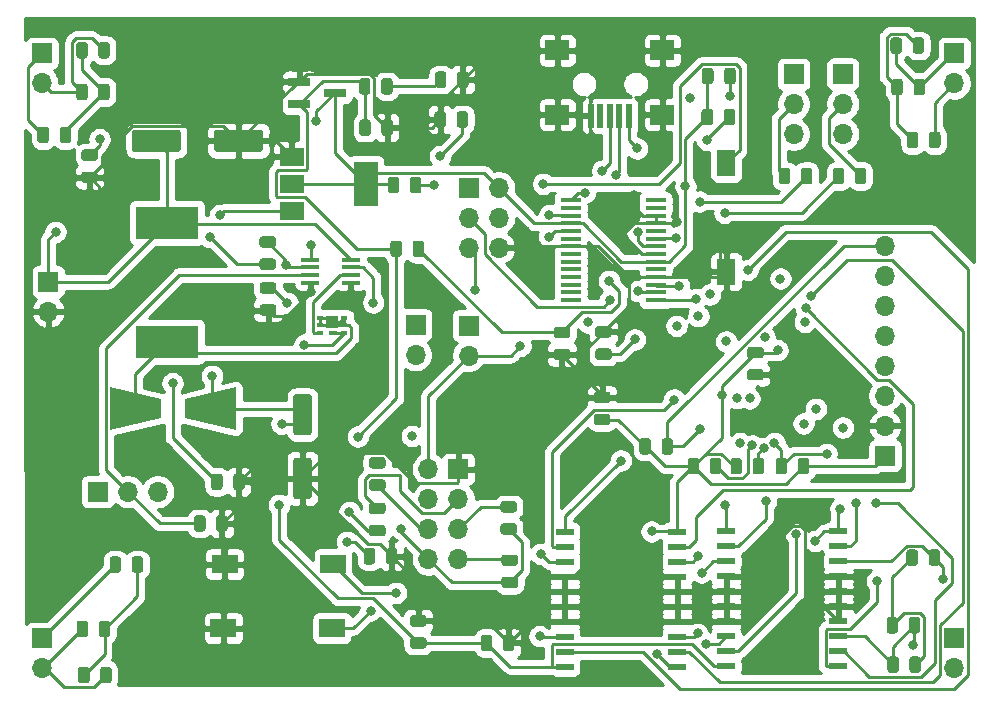
<source format=gbr>
G04 #@! TF.GenerationSoftware,KiCad,Pcbnew,(5.1.6)-1*
G04 #@! TF.CreationDate,2020-10-15T22:30:15-04:00*
G04 #@! TF.ProjectId,electronique_drone,656c6563-7472-46f6-9e69-7175655f6472,3*
G04 #@! TF.SameCoordinates,Original*
G04 #@! TF.FileFunction,Copper,L1,Top*
G04 #@! TF.FilePolarity,Positive*
%FSLAX46Y46*%
G04 Gerber Fmt 4.6, Leading zero omitted, Abs format (unit mm)*
G04 Created by KiCad (PCBNEW (5.1.6)-1) date 2020-10-15 22:30:15*
%MOMM*%
%LPD*%
G01*
G04 APERTURE LIST*
G04 #@! TA.AperFunction,ComponentPad*
%ADD10R,1.700000X1.700000*%
G04 #@! TD*
G04 #@! TA.AperFunction,ComponentPad*
%ADD11O,1.700000X1.700000*%
G04 #@! TD*
G04 #@! TA.AperFunction,SMDPad,CuDef*
%ADD12C,0.100000*%
G04 #@! TD*
G04 #@! TA.AperFunction,SMDPad,CuDef*
%ADD13R,0.500000X2.000000*%
G04 #@! TD*
G04 #@! TA.AperFunction,SMDPad,CuDef*
%ADD14R,2.000000X1.700000*%
G04 #@! TD*
G04 #@! TA.AperFunction,SMDPad,CuDef*
%ADD15R,5.300000X2.800000*%
G04 #@! TD*
G04 #@! TA.AperFunction,SMDPad,CuDef*
%ADD16R,0.609600X0.304800*%
G04 #@! TD*
G04 #@! TA.AperFunction,SMDPad,CuDef*
%ADD17R,0.990600X0.990600*%
G04 #@! TD*
G04 #@! TA.AperFunction,SMDPad,CuDef*
%ADD18R,0.762000X0.304800*%
G04 #@! TD*
G04 #@! TA.AperFunction,SMDPad,CuDef*
%ADD19R,1.600000X2.180000*%
G04 #@! TD*
G04 #@! TA.AperFunction,SMDPad,CuDef*
%ADD20R,2.180000X1.600000*%
G04 #@! TD*
G04 #@! TA.AperFunction,SMDPad,CuDef*
%ADD21R,1.600000X0.300000*%
G04 #@! TD*
G04 #@! TA.AperFunction,SMDPad,CuDef*
%ADD22R,2.000000X3.800000*%
G04 #@! TD*
G04 #@! TA.AperFunction,SMDPad,CuDef*
%ADD23R,2.000000X1.500000*%
G04 #@! TD*
G04 #@! TA.AperFunction,SMDPad,CuDef*
%ADD24R,1.900000X0.800000*%
G04 #@! TD*
G04 #@! TA.AperFunction,SMDPad,CuDef*
%ADD25R,1.750000X0.450000*%
G04 #@! TD*
G04 #@! TA.AperFunction,SMDPad,CuDef*
%ADD26R,1.500000X0.600000*%
G04 #@! TD*
G04 #@! TA.AperFunction,ViaPad*
%ADD27C,0.800000*%
G04 #@! TD*
G04 #@! TA.AperFunction,Conductor*
%ADD28C,0.250000*%
G04 #@! TD*
G04 #@! TA.AperFunction,Conductor*
%ADD29C,0.254000*%
G04 #@! TD*
G04 APERTURE END LIST*
D10*
X66875660Y-86992460D03*
D11*
X66875660Y-89532460D03*
G04 #@! TA.AperFunction,SMDPad,CuDef*
G36*
G01*
X73969780Y-75782400D02*
X73969780Y-74382400D01*
G75*
G02*
X74219780Y-74132400I250000J0D01*
G01*
X77869780Y-74132400D01*
G75*
G02*
X78119780Y-74382400I0J-250000D01*
G01*
X78119780Y-75782400D01*
G75*
G02*
X77869780Y-76032400I-250000J0D01*
G01*
X74219780Y-76032400D01*
G75*
G02*
X73969780Y-75782400I0J250000D01*
G01*
G37*
G04 #@! TD.AperFunction*
G04 #@! TA.AperFunction,SMDPad,CuDef*
G36*
G01*
X80919780Y-75782400D02*
X80919780Y-74382400D01*
G75*
G02*
X81169780Y-74132400I250000J0D01*
G01*
X84819780Y-74132400D01*
G75*
G02*
X85069780Y-74382400I0J-250000D01*
G01*
X85069780Y-75782400D01*
G75*
G02*
X84819780Y-76032400I-250000J0D01*
G01*
X81169780Y-76032400D01*
G75*
G02*
X80919780Y-75782400I0J250000D01*
G01*
G37*
G04 #@! TD.AperFunction*
G04 #@! TA.AperFunction,SMDPad,CuDef*
G36*
G01*
X85040150Y-87053360D02*
X85952650Y-87053360D01*
G75*
G02*
X86196400Y-87297110I0J-243750D01*
G01*
X86196400Y-87784610D01*
G75*
G02*
X85952650Y-88028360I-243750J0D01*
G01*
X85040150Y-88028360D01*
G75*
G02*
X84796400Y-87784610I0J243750D01*
G01*
X84796400Y-87297110D01*
G75*
G02*
X85040150Y-87053360I243750J0D01*
G01*
G37*
G04 #@! TD.AperFunction*
G04 #@! TA.AperFunction,SMDPad,CuDef*
G36*
G01*
X85040150Y-88928360D02*
X85952650Y-88928360D01*
G75*
G02*
X86196400Y-89172110I0J-243750D01*
G01*
X86196400Y-89659610D01*
G75*
G02*
X85952650Y-89903360I-243750J0D01*
G01*
X85040150Y-89903360D01*
G75*
G02*
X84796400Y-89659610I0J243750D01*
G01*
X84796400Y-89172110D01*
G75*
G02*
X85040150Y-88928360I243750J0D01*
G01*
G37*
G04 #@! TD.AperFunction*
G04 #@! TA.AperFunction,SMDPad,CuDef*
G36*
G01*
X85012210Y-85034540D02*
X85924710Y-85034540D01*
G75*
G02*
X86168460Y-85278290I0J-243750D01*
G01*
X86168460Y-85765790D01*
G75*
G02*
X85924710Y-86009540I-243750J0D01*
G01*
X85012210Y-86009540D01*
G75*
G02*
X84768460Y-85765790I0J243750D01*
G01*
X84768460Y-85278290D01*
G75*
G02*
X85012210Y-85034540I243750J0D01*
G01*
G37*
G04 #@! TD.AperFunction*
G04 #@! TA.AperFunction,SMDPad,CuDef*
G36*
G01*
X85012210Y-83159540D02*
X85924710Y-83159540D01*
G75*
G02*
X86168460Y-83403290I0J-243750D01*
G01*
X86168460Y-83890790D01*
G75*
G02*
X85924710Y-84134540I-243750J0D01*
G01*
X85012210Y-84134540D01*
G75*
G02*
X84768460Y-83890790I0J243750D01*
G01*
X84768460Y-83403290D01*
G75*
G02*
X85012210Y-83159540I243750J0D01*
G01*
G37*
G04 #@! TD.AperFunction*
G04 #@! TA.AperFunction,SMDPad,CuDef*
G36*
G01*
X87864860Y-96515000D02*
X88964860Y-96515000D01*
G75*
G02*
X89214860Y-96765000I0J-250000D01*
G01*
X89214860Y-99765000D01*
G75*
G02*
X88964860Y-100015000I-250000J0D01*
G01*
X87864860Y-100015000D01*
G75*
G02*
X87614860Y-99765000I0J250000D01*
G01*
X87614860Y-96765000D01*
G75*
G02*
X87864860Y-96515000I250000J0D01*
G01*
G37*
G04 #@! TD.AperFunction*
G04 #@! TA.AperFunction,SMDPad,CuDef*
G36*
G01*
X87864860Y-101915000D02*
X88964860Y-101915000D01*
G75*
G02*
X89214860Y-102165000I0J-250000D01*
G01*
X89214860Y-105165000D01*
G75*
G02*
X88964860Y-105415000I-250000J0D01*
G01*
X87864860Y-105415000D01*
G75*
G02*
X87614860Y-105165000I0J250000D01*
G01*
X87614860Y-102165000D01*
G75*
G02*
X87864860Y-101915000I250000J0D01*
G01*
G37*
G04 #@! TD.AperFunction*
G04 #@! TA.AperFunction,SMDPad,CuDef*
G36*
G01*
X80667560Y-104410830D02*
X80667560Y-103498330D01*
G75*
G02*
X80911310Y-103254580I243750J0D01*
G01*
X81398810Y-103254580D01*
G75*
G02*
X81642560Y-103498330I0J-243750D01*
G01*
X81642560Y-104410830D01*
G75*
G02*
X81398810Y-104654580I-243750J0D01*
G01*
X80911310Y-104654580D01*
G75*
G02*
X80667560Y-104410830I0J243750D01*
G01*
G37*
G04 #@! TD.AperFunction*
G04 #@! TA.AperFunction,SMDPad,CuDef*
G36*
G01*
X82542560Y-104410830D02*
X82542560Y-103498330D01*
G75*
G02*
X82786310Y-103254580I243750J0D01*
G01*
X83273810Y-103254580D01*
G75*
G02*
X83517560Y-103498330I0J-243750D01*
G01*
X83517560Y-104410830D01*
G75*
G02*
X83273810Y-104654580I-243750J0D01*
G01*
X82786310Y-104654580D01*
G75*
G02*
X82542560Y-104410830I0J243750D01*
G01*
G37*
G04 #@! TD.AperFunction*
G04 #@! TA.AperFunction,SMDPad,CuDef*
G36*
G01*
X93222780Y-74421050D02*
X93222780Y-73508550D01*
G75*
G02*
X93466530Y-73264800I243750J0D01*
G01*
X93954030Y-73264800D01*
G75*
G02*
X94197780Y-73508550I0J-243750D01*
G01*
X94197780Y-74421050D01*
G75*
G02*
X93954030Y-74664800I-243750J0D01*
G01*
X93466530Y-74664800D01*
G75*
G02*
X93222780Y-74421050I0J243750D01*
G01*
G37*
G04 #@! TD.AperFunction*
G04 #@! TA.AperFunction,SMDPad,CuDef*
G36*
G01*
X95097780Y-74421050D02*
X95097780Y-73508550D01*
G75*
G02*
X95341530Y-73264800I243750J0D01*
G01*
X95829030Y-73264800D01*
G75*
G02*
X96072780Y-73508550I0J-243750D01*
G01*
X96072780Y-74421050D01*
G75*
G02*
X95829030Y-74664800I-243750J0D01*
G01*
X95341530Y-74664800D01*
G75*
G02*
X95097780Y-74421050I0J243750D01*
G01*
G37*
G04 #@! TD.AperFunction*
G04 #@! TA.AperFunction,SMDPad,CuDef*
G36*
G01*
X109929610Y-92687320D02*
X110842110Y-92687320D01*
G75*
G02*
X111085860Y-92931070I0J-243750D01*
G01*
X111085860Y-93418570D01*
G75*
G02*
X110842110Y-93662320I-243750J0D01*
G01*
X109929610Y-93662320D01*
G75*
G02*
X109685860Y-93418570I0J243750D01*
G01*
X109685860Y-92931070D01*
G75*
G02*
X109929610Y-92687320I243750J0D01*
G01*
G37*
G04 #@! TD.AperFunction*
G04 #@! TA.AperFunction,SMDPad,CuDef*
G36*
G01*
X109929610Y-90812320D02*
X110842110Y-90812320D01*
G75*
G02*
X111085860Y-91056070I0J-243750D01*
G01*
X111085860Y-91543570D01*
G75*
G02*
X110842110Y-91787320I-243750J0D01*
G01*
X109929610Y-91787320D01*
G75*
G02*
X109685860Y-91543570I0J243750D01*
G01*
X109685860Y-91056070D01*
G75*
G02*
X109929610Y-90812320I243750J0D01*
G01*
G37*
G04 #@! TD.AperFunction*
G04 #@! TA.AperFunction,SMDPad,CuDef*
G36*
G01*
X127209870Y-93494440D02*
X126297370Y-93494440D01*
G75*
G02*
X126053620Y-93250690I0J243750D01*
G01*
X126053620Y-92763190D01*
G75*
G02*
X126297370Y-92519440I243750J0D01*
G01*
X127209870Y-92519440D01*
G75*
G02*
X127453620Y-92763190I0J-243750D01*
G01*
X127453620Y-93250690D01*
G75*
G02*
X127209870Y-93494440I-243750J0D01*
G01*
G37*
G04 #@! TD.AperFunction*
G04 #@! TA.AperFunction,SMDPad,CuDef*
G36*
G01*
X127209870Y-95369440D02*
X126297370Y-95369440D01*
G75*
G02*
X126053620Y-95125690I0J243750D01*
G01*
X126053620Y-94638190D01*
G75*
G02*
X126297370Y-94394440I243750J0D01*
G01*
X127209870Y-94394440D01*
G75*
G02*
X127453620Y-94638190I0J-243750D01*
G01*
X127453620Y-95125690D01*
G75*
G02*
X127209870Y-95369440I-243750J0D01*
G01*
G37*
G04 #@! TD.AperFunction*
G04 #@! TA.AperFunction,SMDPad,CuDef*
G36*
G01*
X114238090Y-99161660D02*
X113325590Y-99161660D01*
G75*
G02*
X113081840Y-98917910I0J243750D01*
G01*
X113081840Y-98430410D01*
G75*
G02*
X113325590Y-98186660I243750J0D01*
G01*
X114238090Y-98186660D01*
G75*
G02*
X114481840Y-98430410I0J-243750D01*
G01*
X114481840Y-98917910D01*
G75*
G02*
X114238090Y-99161660I-243750J0D01*
G01*
G37*
G04 #@! TD.AperFunction*
G04 #@! TA.AperFunction,SMDPad,CuDef*
G36*
G01*
X114238090Y-97286660D02*
X113325590Y-97286660D01*
G75*
G02*
X113081840Y-97042910I0J243750D01*
G01*
X113081840Y-96555410D01*
G75*
G02*
X113325590Y-96311660I243750J0D01*
G01*
X114238090Y-96311660D01*
G75*
G02*
X114481840Y-96555410I0J-243750D01*
G01*
X114481840Y-97042910D01*
G75*
G02*
X114238090Y-97286660I-243750J0D01*
G01*
G37*
G04 #@! TD.AperFunction*
G04 #@! TA.AperFunction,SMDPad,CuDef*
G36*
G01*
X114354930Y-93624460D02*
X113442430Y-93624460D01*
G75*
G02*
X113198680Y-93380710I0J243750D01*
G01*
X113198680Y-92893210D01*
G75*
G02*
X113442430Y-92649460I243750J0D01*
G01*
X114354930Y-92649460D01*
G75*
G02*
X114598680Y-92893210I0J-243750D01*
G01*
X114598680Y-93380710D01*
G75*
G02*
X114354930Y-93624460I-243750J0D01*
G01*
G37*
G04 #@! TD.AperFunction*
G04 #@! TA.AperFunction,SMDPad,CuDef*
G36*
G01*
X114354930Y-91749460D02*
X113442430Y-91749460D01*
G75*
G02*
X113198680Y-91505710I0J243750D01*
G01*
X113198680Y-91018210D01*
G75*
G02*
X113442430Y-90774460I243750J0D01*
G01*
X114354930Y-90774460D01*
G75*
G02*
X114598680Y-91018210I0J-243750D01*
G01*
X114598680Y-91505710D01*
G75*
G02*
X114354930Y-91749460I-243750J0D01*
G01*
G37*
G04 #@! TD.AperFunction*
G04 #@! TA.AperFunction,SMDPad,CuDef*
G36*
G01*
X98670430Y-116211960D02*
X97757930Y-116211960D01*
G75*
G02*
X97514180Y-115968210I0J243750D01*
G01*
X97514180Y-115480710D01*
G75*
G02*
X97757930Y-115236960I243750J0D01*
G01*
X98670430Y-115236960D01*
G75*
G02*
X98914180Y-115480710I0J-243750D01*
G01*
X98914180Y-115968210D01*
G75*
G02*
X98670430Y-116211960I-243750J0D01*
G01*
G37*
G04 #@! TD.AperFunction*
G04 #@! TA.AperFunction,SMDPad,CuDef*
G36*
G01*
X98670430Y-118086960D02*
X97757930Y-118086960D01*
G75*
G02*
X97514180Y-117843210I0J243750D01*
G01*
X97514180Y-117355710D01*
G75*
G02*
X97757930Y-117111960I243750J0D01*
G01*
X98670430Y-117111960D01*
G75*
G02*
X98914180Y-117355710I0J-243750D01*
G01*
X98914180Y-117843210D01*
G75*
G02*
X98670430Y-118086960I-243750J0D01*
G01*
G37*
G04 #@! TD.AperFunction*
G04 #@! TA.AperFunction,SMDPad,CuDef*
G36*
G01*
X105374620Y-118048090D02*
X105374620Y-117135590D01*
G75*
G02*
X105618370Y-116891840I243750J0D01*
G01*
X106105870Y-116891840D01*
G75*
G02*
X106349620Y-117135590I0J-243750D01*
G01*
X106349620Y-118048090D01*
G75*
G02*
X106105870Y-118291840I-243750J0D01*
G01*
X105618370Y-118291840D01*
G75*
G02*
X105374620Y-118048090I0J243750D01*
G01*
G37*
G04 #@! TD.AperFunction*
G04 #@! TA.AperFunction,SMDPad,CuDef*
G36*
G01*
X103499620Y-118048090D02*
X103499620Y-117135590D01*
G75*
G02*
X103743370Y-116891840I243750J0D01*
G01*
X104230870Y-116891840D01*
G75*
G02*
X104474620Y-117135590I0J-243750D01*
G01*
X104474620Y-118048090D01*
G75*
G02*
X104230870Y-118291840I-243750J0D01*
G01*
X103743370Y-118291840D01*
G75*
G02*
X103499620Y-118048090I0J243750D01*
G01*
G37*
G04 #@! TD.AperFunction*
G04 #@! TA.AperFunction,SMDPad,CuDef*
D12*
G36*
X82794600Y-95954440D02*
G01*
X82794600Y-99554440D01*
X78494600Y-98554440D01*
X78494600Y-96954440D01*
X82794600Y-95954440D01*
G37*
G04 #@! TD.AperFunction*
G04 #@! TA.AperFunction,SMDPad,CuDef*
G36*
X72094600Y-99554440D02*
G01*
X72094600Y-95954440D01*
X76394600Y-96954440D01*
X76394600Y-98554440D01*
X72094600Y-99554440D01*
G37*
G04 #@! TD.AperFunction*
G04 #@! TA.AperFunction,SMDPad,CuDef*
G36*
G01*
X99580400Y-73727630D02*
X99580400Y-72815130D01*
G75*
G02*
X99824150Y-72571380I243750J0D01*
G01*
X100311650Y-72571380D01*
G75*
G02*
X100555400Y-72815130I0J-243750D01*
G01*
X100555400Y-73727630D01*
G75*
G02*
X100311650Y-73971380I-243750J0D01*
G01*
X99824150Y-73971380D01*
G75*
G02*
X99580400Y-73727630I0J243750D01*
G01*
G37*
G04 #@! TD.AperFunction*
G04 #@! TA.AperFunction,SMDPad,CuDef*
G36*
G01*
X101455400Y-73727630D02*
X101455400Y-72815130D01*
G75*
G02*
X101699150Y-72571380I243750J0D01*
G01*
X102186650Y-72571380D01*
G75*
G02*
X102430400Y-72815130I0J-243750D01*
G01*
X102430400Y-73727630D01*
G75*
G02*
X102186650Y-73971380I-243750J0D01*
G01*
X101699150Y-73971380D01*
G75*
G02*
X101455400Y-73727630I0J243750D01*
G01*
G37*
G04 #@! TD.AperFunction*
G04 #@! TA.AperFunction,SMDPad,CuDef*
G36*
G01*
X100606200Y-69444550D02*
X100606200Y-70357050D01*
G75*
G02*
X100362450Y-70600800I-243750J0D01*
G01*
X99874950Y-70600800D01*
G75*
G02*
X99631200Y-70357050I0J243750D01*
G01*
X99631200Y-69444550D01*
G75*
G02*
X99874950Y-69200800I243750J0D01*
G01*
X100362450Y-69200800D01*
G75*
G02*
X100606200Y-69444550I0J-243750D01*
G01*
G37*
G04 #@! TD.AperFunction*
G04 #@! TA.AperFunction,SMDPad,CuDef*
G36*
G01*
X102481200Y-69444550D02*
X102481200Y-70357050D01*
G75*
G02*
X102237450Y-70600800I-243750J0D01*
G01*
X101749950Y-70600800D01*
G75*
G02*
X101506200Y-70357050I0J243750D01*
G01*
X101506200Y-69444550D01*
G75*
G02*
X101749950Y-69200800I243750J0D01*
G01*
X102237450Y-69200800D01*
G75*
G02*
X102481200Y-69444550I0J-243750D01*
G01*
G37*
G04 #@! TD.AperFunction*
G04 #@! TA.AperFunction,SMDPad,CuDef*
G36*
G01*
X97734300Y-84675030D02*
X97734300Y-83762530D01*
G75*
G02*
X97978050Y-83518780I243750J0D01*
G01*
X98465550Y-83518780D01*
G75*
G02*
X98709300Y-83762530I0J-243750D01*
G01*
X98709300Y-84675030D01*
G75*
G02*
X98465550Y-84918780I-243750J0D01*
G01*
X97978050Y-84918780D01*
G75*
G02*
X97734300Y-84675030I0J243750D01*
G01*
G37*
G04 #@! TD.AperFunction*
G04 #@! TA.AperFunction,SMDPad,CuDef*
G36*
G01*
X95859300Y-84675030D02*
X95859300Y-83762530D01*
G75*
G02*
X96103050Y-83518780I243750J0D01*
G01*
X96590550Y-83518780D01*
G75*
G02*
X96834300Y-83762530I0J-243750D01*
G01*
X96834300Y-84675030D01*
G75*
G02*
X96590550Y-84918780I-243750J0D01*
G01*
X96103050Y-84918780D01*
G75*
G02*
X95859300Y-84675030I0J243750D01*
G01*
G37*
G04 #@! TD.AperFunction*
G04 #@! TA.AperFunction,SMDPad,CuDef*
G36*
G01*
X122239740Y-70047170D02*
X122239740Y-69134670D01*
G75*
G02*
X122483490Y-68890920I243750J0D01*
G01*
X122970990Y-68890920D01*
G75*
G02*
X123214740Y-69134670I0J-243750D01*
G01*
X123214740Y-70047170D01*
G75*
G02*
X122970990Y-70290920I-243750J0D01*
G01*
X122483490Y-70290920D01*
G75*
G02*
X122239740Y-70047170I0J243750D01*
G01*
G37*
G04 #@! TD.AperFunction*
G04 #@! TA.AperFunction,SMDPad,CuDef*
G36*
G01*
X124114740Y-70047170D02*
X124114740Y-69134670D01*
G75*
G02*
X124358490Y-68890920I243750J0D01*
G01*
X124845990Y-68890920D01*
G75*
G02*
X125089740Y-69134670I0J-243750D01*
G01*
X125089740Y-70047170D01*
G75*
G02*
X124845990Y-70290920I-243750J0D01*
G01*
X124358490Y-70290920D01*
G75*
G02*
X124114740Y-70047170I0J243750D01*
G01*
G37*
G04 #@! TD.AperFunction*
G04 #@! TA.AperFunction,SMDPad,CuDef*
G36*
G01*
X124071560Y-73524430D02*
X124071560Y-72611930D01*
G75*
G02*
X124315310Y-72368180I243750J0D01*
G01*
X124802810Y-72368180D01*
G75*
G02*
X125046560Y-72611930I0J-243750D01*
G01*
X125046560Y-73524430D01*
G75*
G02*
X124802810Y-73768180I-243750J0D01*
G01*
X124315310Y-73768180D01*
G75*
G02*
X124071560Y-73524430I0J243750D01*
G01*
G37*
G04 #@! TD.AperFunction*
G04 #@! TA.AperFunction,SMDPad,CuDef*
G36*
G01*
X122196560Y-73524430D02*
X122196560Y-72611930D01*
G75*
G02*
X122440310Y-72368180I243750J0D01*
G01*
X122927810Y-72368180D01*
G75*
G02*
X123171560Y-72611930I0J-243750D01*
G01*
X123171560Y-73524430D01*
G75*
G02*
X122927810Y-73768180I-243750J0D01*
G01*
X122440310Y-73768180D01*
G75*
G02*
X122196560Y-73524430I0J243750D01*
G01*
G37*
G04 #@! TD.AperFunction*
G04 #@! TA.AperFunction,SMDPad,CuDef*
G36*
G01*
X71130340Y-67865310D02*
X71130340Y-66952810D01*
G75*
G02*
X71374090Y-66709060I243750J0D01*
G01*
X71861590Y-66709060D01*
G75*
G02*
X72105340Y-66952810I0J-243750D01*
G01*
X72105340Y-67865310D01*
G75*
G02*
X71861590Y-68109060I-243750J0D01*
G01*
X71374090Y-68109060D01*
G75*
G02*
X71130340Y-67865310I0J243750D01*
G01*
G37*
G04 #@! TD.AperFunction*
G04 #@! TA.AperFunction,SMDPad,CuDef*
G36*
G01*
X69255340Y-67865310D02*
X69255340Y-66952810D01*
G75*
G02*
X69499090Y-66709060I243750J0D01*
G01*
X69986590Y-66709060D01*
G75*
G02*
X70230340Y-66952810I0J-243750D01*
G01*
X70230340Y-67865310D01*
G75*
G02*
X69986590Y-68109060I-243750J0D01*
G01*
X69499090Y-68109060D01*
G75*
G02*
X69255340Y-67865310I0J243750D01*
G01*
G37*
G04 #@! TD.AperFunction*
G04 #@! TA.AperFunction,SMDPad,CuDef*
G36*
G01*
X69255340Y-71395910D02*
X69255340Y-70483410D01*
G75*
G02*
X69499090Y-70239660I243750J0D01*
G01*
X69986590Y-70239660D01*
G75*
G02*
X70230340Y-70483410I0J-243750D01*
G01*
X70230340Y-71395910D01*
G75*
G02*
X69986590Y-71639660I-243750J0D01*
G01*
X69499090Y-71639660D01*
G75*
G02*
X69255340Y-71395910I0J243750D01*
G01*
G37*
G04 #@! TD.AperFunction*
G04 #@! TA.AperFunction,SMDPad,CuDef*
G36*
G01*
X71130340Y-71395910D02*
X71130340Y-70483410D01*
G75*
G02*
X71374090Y-70239660I243750J0D01*
G01*
X71861590Y-70239660D01*
G75*
G02*
X72105340Y-70483410I0J-243750D01*
G01*
X72105340Y-71395910D01*
G75*
G02*
X71861590Y-71639660I-243750J0D01*
G01*
X71374090Y-71639660D01*
G75*
G02*
X71130340Y-71395910I0J243750D01*
G01*
G37*
G04 #@! TD.AperFunction*
G04 #@! TA.AperFunction,SMDPad,CuDef*
G36*
G01*
X138272220Y-70986970D02*
X138272220Y-70074470D01*
G75*
G02*
X138515970Y-69830720I243750J0D01*
G01*
X139003470Y-69830720D01*
G75*
G02*
X139247220Y-70074470I0J-243750D01*
G01*
X139247220Y-70986970D01*
G75*
G02*
X139003470Y-71230720I-243750J0D01*
G01*
X138515970Y-71230720D01*
G75*
G02*
X138272220Y-70986970I0J243750D01*
G01*
G37*
G04 #@! TD.AperFunction*
G04 #@! TA.AperFunction,SMDPad,CuDef*
G36*
G01*
X140147220Y-70986970D02*
X140147220Y-70074470D01*
G75*
G02*
X140390970Y-69830720I243750J0D01*
G01*
X140878470Y-69830720D01*
G75*
G02*
X141122220Y-70074470I0J-243750D01*
G01*
X141122220Y-70986970D01*
G75*
G02*
X140878470Y-71230720I-243750J0D01*
G01*
X140390970Y-71230720D01*
G75*
G02*
X140147220Y-70986970I0J243750D01*
G01*
G37*
G04 #@! TD.AperFunction*
G04 #@! TA.AperFunction,SMDPad,CuDef*
G36*
G01*
X140068480Y-67474150D02*
X140068480Y-66561650D01*
G75*
G02*
X140312230Y-66317900I243750J0D01*
G01*
X140799730Y-66317900D01*
G75*
G02*
X141043480Y-66561650I0J-243750D01*
G01*
X141043480Y-67474150D01*
G75*
G02*
X140799730Y-67717900I-243750J0D01*
G01*
X140312230Y-67717900D01*
G75*
G02*
X140068480Y-67474150I0J243750D01*
G01*
G37*
G04 #@! TD.AperFunction*
G04 #@! TA.AperFunction,SMDPad,CuDef*
G36*
G01*
X138193480Y-67474150D02*
X138193480Y-66561650D01*
G75*
G02*
X138437230Y-66317900I243750J0D01*
G01*
X138924730Y-66317900D01*
G75*
G02*
X139168480Y-66561650I0J-243750D01*
G01*
X139168480Y-67474150D01*
G75*
G02*
X138924730Y-67717900I-243750J0D01*
G01*
X138437230Y-67717900D01*
G75*
G02*
X138193480Y-67474150I0J243750D01*
G01*
G37*
G04 #@! TD.AperFunction*
G04 #@! TA.AperFunction,SMDPad,CuDef*
G36*
G01*
X69407740Y-120768430D02*
X69407740Y-119855930D01*
G75*
G02*
X69651490Y-119612180I243750J0D01*
G01*
X70138990Y-119612180D01*
G75*
G02*
X70382740Y-119855930I0J-243750D01*
G01*
X70382740Y-120768430D01*
G75*
G02*
X70138990Y-121012180I-243750J0D01*
G01*
X69651490Y-121012180D01*
G75*
G02*
X69407740Y-120768430I0J243750D01*
G01*
G37*
G04 #@! TD.AperFunction*
G04 #@! TA.AperFunction,SMDPad,CuDef*
G36*
G01*
X71282740Y-120768430D02*
X71282740Y-119855930D01*
G75*
G02*
X71526490Y-119612180I243750J0D01*
G01*
X72013990Y-119612180D01*
G75*
G02*
X72257740Y-119855930I0J-243750D01*
G01*
X72257740Y-120768430D01*
G75*
G02*
X72013990Y-121012180I-243750J0D01*
G01*
X71526490Y-121012180D01*
G75*
G02*
X71282740Y-120768430I0J243750D01*
G01*
G37*
G04 #@! TD.AperFunction*
G04 #@! TA.AperFunction,SMDPad,CuDef*
G36*
G01*
X71163600Y-116859370D02*
X71163600Y-115946870D01*
G75*
G02*
X71407350Y-115703120I243750J0D01*
G01*
X71894850Y-115703120D01*
G75*
G02*
X72138600Y-115946870I0J-243750D01*
G01*
X72138600Y-116859370D01*
G75*
G02*
X71894850Y-117103120I-243750J0D01*
G01*
X71407350Y-117103120D01*
G75*
G02*
X71163600Y-116859370I0J243750D01*
G01*
G37*
G04 #@! TD.AperFunction*
G04 #@! TA.AperFunction,SMDPad,CuDef*
G36*
G01*
X69288600Y-116859370D02*
X69288600Y-115946870D01*
G75*
G02*
X69532350Y-115703120I243750J0D01*
G01*
X70019850Y-115703120D01*
G75*
G02*
X70263600Y-115946870I0J-243750D01*
G01*
X70263600Y-116859370D01*
G75*
G02*
X70019850Y-117103120I-243750J0D01*
G01*
X69532350Y-117103120D01*
G75*
G02*
X69288600Y-116859370I0J243750D01*
G01*
G37*
G04 #@! TD.AperFunction*
G04 #@! TA.AperFunction,SMDPad,CuDef*
G36*
G01*
X137931860Y-119889590D02*
X137931860Y-118977090D01*
G75*
G02*
X138175610Y-118733340I243750J0D01*
G01*
X138663110Y-118733340D01*
G75*
G02*
X138906860Y-118977090I0J-243750D01*
G01*
X138906860Y-119889590D01*
G75*
G02*
X138663110Y-120133340I-243750J0D01*
G01*
X138175610Y-120133340D01*
G75*
G02*
X137931860Y-119889590I0J243750D01*
G01*
G37*
G04 #@! TD.AperFunction*
G04 #@! TA.AperFunction,SMDPad,CuDef*
G36*
G01*
X139806860Y-119889590D02*
X139806860Y-118977090D01*
G75*
G02*
X140050610Y-118733340I243750J0D01*
G01*
X140538110Y-118733340D01*
G75*
G02*
X140781860Y-118977090I0J-243750D01*
G01*
X140781860Y-119889590D01*
G75*
G02*
X140538110Y-120133340I-243750J0D01*
G01*
X140050610Y-120133340D01*
G75*
G02*
X139806860Y-119889590I0J243750D01*
G01*
G37*
G04 #@! TD.AperFunction*
G04 #@! TA.AperFunction,SMDPad,CuDef*
G36*
G01*
X139743360Y-116549490D02*
X139743360Y-115636990D01*
G75*
G02*
X139987110Y-115393240I243750J0D01*
G01*
X140474610Y-115393240D01*
G75*
G02*
X140718360Y-115636990I0J-243750D01*
G01*
X140718360Y-116549490D01*
G75*
G02*
X140474610Y-116793240I-243750J0D01*
G01*
X139987110Y-116793240D01*
G75*
G02*
X139743360Y-116549490I0J243750D01*
G01*
G37*
G04 #@! TD.AperFunction*
G04 #@! TA.AperFunction,SMDPad,CuDef*
G36*
G01*
X137868360Y-116549490D02*
X137868360Y-115636990D01*
G75*
G02*
X138112110Y-115393240I243750J0D01*
G01*
X138599610Y-115393240D01*
G75*
G02*
X138843360Y-115636990I0J-243750D01*
G01*
X138843360Y-116549490D01*
G75*
G02*
X138599610Y-116793240I-243750J0D01*
G01*
X138112110Y-116793240D01*
G75*
G02*
X137868360Y-116549490I0J243750D01*
G01*
G37*
G04 #@! TD.AperFunction*
G04 #@! TA.AperFunction,SMDPad,CuDef*
G36*
G01*
X96448700Y-109797530D02*
X96448700Y-110710030D01*
G75*
G02*
X96204950Y-110953780I-243750J0D01*
G01*
X95717450Y-110953780D01*
G75*
G02*
X95473700Y-110710030I0J243750D01*
G01*
X95473700Y-109797530D01*
G75*
G02*
X95717450Y-109553780I243750J0D01*
G01*
X96204950Y-109553780D01*
G75*
G02*
X96448700Y-109797530I0J-243750D01*
G01*
G37*
G04 #@! TD.AperFunction*
G04 #@! TA.AperFunction,SMDPad,CuDef*
G36*
G01*
X94573700Y-109797530D02*
X94573700Y-110710030D01*
G75*
G02*
X94329950Y-110953780I-243750J0D01*
G01*
X93842450Y-110953780D01*
G75*
G02*
X93598700Y-110710030I0J243750D01*
G01*
X93598700Y-109797530D01*
G75*
G02*
X93842450Y-109553780I243750J0D01*
G01*
X94329950Y-109553780D01*
G75*
G02*
X94573700Y-109797530I0J-243750D01*
G01*
G37*
G04 #@! TD.AperFunction*
D13*
X116042240Y-72969100D03*
X115242240Y-72969100D03*
X114442240Y-72969100D03*
X113642240Y-72969100D03*
X112842240Y-72969100D03*
D14*
X118892240Y-72869100D03*
X118892240Y-67419100D03*
X109992240Y-72869100D03*
X109992240Y-67419100D03*
D10*
X102481380Y-79049880D03*
D11*
X105021380Y-79049880D03*
X102481380Y-81589880D03*
X105021380Y-81589880D03*
X102481380Y-84129880D03*
X105021380Y-84129880D03*
D10*
X71074280Y-104782620D03*
D11*
X73614280Y-104782620D03*
X76154280Y-104782620D03*
D10*
X129989580Y-69435980D03*
D11*
X129989580Y-71975980D03*
X129989580Y-74515980D03*
X134167880Y-74503280D03*
X134167880Y-71963280D03*
D10*
X134167880Y-69423280D03*
D11*
X102494080Y-93258640D03*
D10*
X102494080Y-90718640D03*
X97988120Y-90655140D03*
D11*
X97988120Y-93195140D03*
D15*
X76949300Y-92111040D03*
X76949300Y-82011040D03*
D11*
X66354960Y-70203060D03*
D10*
X66354960Y-67663060D03*
X143583660Y-67663060D03*
D11*
X143583660Y-70203060D03*
X66354960Y-119753380D03*
D10*
X66354960Y-117213380D03*
X143583660Y-117213380D03*
D11*
X143583660Y-119753380D03*
D16*
X89921080Y-90045781D03*
X89921080Y-90695780D03*
X89921080Y-91345779D03*
X91927680Y-91345779D03*
X91927680Y-90695780D03*
X91927680Y-90045781D03*
D17*
X90924380Y-90390980D03*
D18*
X91025980Y-91356180D03*
G04 #@! TA.AperFunction,SMDPad,CuDef*
G36*
G01*
X69929690Y-75803700D02*
X70842190Y-75803700D01*
G75*
G02*
X71085940Y-76047450I0J-243750D01*
G01*
X71085940Y-76534950D01*
G75*
G02*
X70842190Y-76778700I-243750J0D01*
G01*
X69929690Y-76778700D01*
G75*
G02*
X69685940Y-76534950I0J243750D01*
G01*
X69685940Y-76047450D01*
G75*
G02*
X69929690Y-75803700I243750J0D01*
G01*
G37*
G04 #@! TD.AperFunction*
G04 #@! TA.AperFunction,SMDPad,CuDef*
G36*
G01*
X69929690Y-77678700D02*
X70842190Y-77678700D01*
G75*
G02*
X71085940Y-77922450I0J-243750D01*
G01*
X71085940Y-78409950D01*
G75*
G02*
X70842190Y-78653700I-243750J0D01*
G01*
X69929690Y-78653700D01*
G75*
G02*
X69685940Y-78409950I0J243750D01*
G01*
X69685940Y-77922450D01*
G75*
G02*
X69929690Y-77678700I243750J0D01*
G01*
G37*
G04 #@! TD.AperFunction*
G04 #@! TA.AperFunction,SMDPad,CuDef*
G36*
G01*
X81104920Y-107933810D02*
X81104920Y-107021310D01*
G75*
G02*
X81348670Y-106777560I243750J0D01*
G01*
X81836170Y-106777560D01*
G75*
G02*
X82079920Y-107021310I0J-243750D01*
G01*
X82079920Y-107933810D01*
G75*
G02*
X81836170Y-108177560I-243750J0D01*
G01*
X81348670Y-108177560D01*
G75*
G02*
X81104920Y-107933810I0J243750D01*
G01*
G37*
G04 #@! TD.AperFunction*
G04 #@! TA.AperFunction,SMDPad,CuDef*
G36*
G01*
X79229920Y-107933810D02*
X79229920Y-107021310D01*
G75*
G02*
X79473670Y-106777560I243750J0D01*
G01*
X79961170Y-106777560D01*
G75*
G02*
X80204920Y-107021310I0J-243750D01*
G01*
X80204920Y-107933810D01*
G75*
G02*
X79961170Y-108177560I-243750J0D01*
G01*
X79473670Y-108177560D01*
G75*
G02*
X79229920Y-107933810I0J243750D01*
G01*
G37*
G04 #@! TD.AperFunction*
G04 #@! TA.AperFunction,SMDPad,CuDef*
G36*
G01*
X95067300Y-70920930D02*
X95067300Y-70008430D01*
G75*
G02*
X95311050Y-69764680I243750J0D01*
G01*
X95798550Y-69764680D01*
G75*
G02*
X96042300Y-70008430I0J-243750D01*
G01*
X96042300Y-70920930D01*
G75*
G02*
X95798550Y-71164680I-243750J0D01*
G01*
X95311050Y-71164680D01*
G75*
G02*
X95067300Y-70920930I0J243750D01*
G01*
G37*
G04 #@! TD.AperFunction*
G04 #@! TA.AperFunction,SMDPad,CuDef*
G36*
G01*
X93192300Y-70920930D02*
X93192300Y-70008430D01*
G75*
G02*
X93436050Y-69764680I243750J0D01*
G01*
X93923550Y-69764680D01*
G75*
G02*
X94167300Y-70008430I0J-243750D01*
G01*
X94167300Y-70920930D01*
G75*
G02*
X93923550Y-71164680I-243750J0D01*
G01*
X93436050Y-71164680D01*
G75*
G02*
X93192300Y-70920930I0J243750D01*
G01*
G37*
G04 #@! TD.AperFunction*
G04 #@! TA.AperFunction,SMDPad,CuDef*
G36*
G01*
X95635780Y-79282610D02*
X95635780Y-78370110D01*
G75*
G02*
X95879530Y-78126360I243750J0D01*
G01*
X96367030Y-78126360D01*
G75*
G02*
X96610780Y-78370110I0J-243750D01*
G01*
X96610780Y-79282610D01*
G75*
G02*
X96367030Y-79526360I-243750J0D01*
G01*
X95879530Y-79526360D01*
G75*
G02*
X95635780Y-79282610I0J243750D01*
G01*
G37*
G04 #@! TD.AperFunction*
G04 #@! TA.AperFunction,SMDPad,CuDef*
G36*
G01*
X97510780Y-79282610D02*
X97510780Y-78370110D01*
G75*
G02*
X97754530Y-78126360I243750J0D01*
G01*
X98242030Y-78126360D01*
G75*
G02*
X98485780Y-78370110I0J-243750D01*
G01*
X98485780Y-79282610D01*
G75*
G02*
X98242030Y-79526360I-243750J0D01*
G01*
X97754530Y-79526360D01*
G75*
G02*
X97510780Y-79282610I0J243750D01*
G01*
G37*
G04 #@! TD.AperFunction*
G04 #@! TA.AperFunction,SMDPad,CuDef*
G36*
G01*
X121025620Y-103069710D02*
X121025620Y-102157210D01*
G75*
G02*
X121269370Y-101913460I243750J0D01*
G01*
X121756870Y-101913460D01*
G75*
G02*
X122000620Y-102157210I0J-243750D01*
G01*
X122000620Y-103069710D01*
G75*
G02*
X121756870Y-103313460I-243750J0D01*
G01*
X121269370Y-103313460D01*
G75*
G02*
X121025620Y-103069710I0J243750D01*
G01*
G37*
G04 #@! TD.AperFunction*
G04 #@! TA.AperFunction,SMDPad,CuDef*
G36*
G01*
X122900620Y-103069710D02*
X122900620Y-102157210D01*
G75*
G02*
X123144370Y-101913460I243750J0D01*
G01*
X123631870Y-101913460D01*
G75*
G02*
X123875620Y-102157210I0J-243750D01*
G01*
X123875620Y-103069710D01*
G75*
G02*
X123631870Y-103313460I-243750J0D01*
G01*
X123144370Y-103313460D01*
G75*
G02*
X122900620Y-103069710I0J243750D01*
G01*
G37*
G04 #@! TD.AperFunction*
G04 #@! TA.AperFunction,SMDPad,CuDef*
G36*
G01*
X130609520Y-78528230D02*
X130609520Y-77615730D01*
G75*
G02*
X130853270Y-77371980I243750J0D01*
G01*
X131340770Y-77371980D01*
G75*
G02*
X131584520Y-77615730I0J-243750D01*
G01*
X131584520Y-78528230D01*
G75*
G02*
X131340770Y-78771980I-243750J0D01*
G01*
X130853270Y-78771980D01*
G75*
G02*
X130609520Y-78528230I0J243750D01*
G01*
G37*
G04 #@! TD.AperFunction*
G04 #@! TA.AperFunction,SMDPad,CuDef*
G36*
G01*
X128734520Y-78528230D02*
X128734520Y-77615730D01*
G75*
G02*
X128978270Y-77371980I243750J0D01*
G01*
X129465770Y-77371980D01*
G75*
G02*
X129709520Y-77615730I0J-243750D01*
G01*
X129709520Y-78528230D01*
G75*
G02*
X129465770Y-78771980I-243750J0D01*
G01*
X128978270Y-78771980D01*
G75*
G02*
X128734520Y-78528230I0J243750D01*
G01*
G37*
G04 #@! TD.AperFunction*
G04 #@! TA.AperFunction,SMDPad,CuDef*
G36*
G01*
X136156760Y-77597950D02*
X136156760Y-78510450D01*
G75*
G02*
X135913010Y-78754200I-243750J0D01*
G01*
X135425510Y-78754200D01*
G75*
G02*
X135181760Y-78510450I0J243750D01*
G01*
X135181760Y-77597950D01*
G75*
G02*
X135425510Y-77354200I243750J0D01*
G01*
X135913010Y-77354200D01*
G75*
G02*
X136156760Y-77597950I0J-243750D01*
G01*
G37*
G04 #@! TD.AperFunction*
G04 #@! TA.AperFunction,SMDPad,CuDef*
G36*
G01*
X134281760Y-77597950D02*
X134281760Y-78510450D01*
G75*
G02*
X134038010Y-78754200I-243750J0D01*
G01*
X133550510Y-78754200D01*
G75*
G02*
X133306760Y-78510450I0J243750D01*
G01*
X133306760Y-77597950D01*
G75*
G02*
X133550510Y-77354200I243750J0D01*
G01*
X134038010Y-77354200D01*
G75*
G02*
X134281760Y-77597950I0J-243750D01*
G01*
G37*
G04 #@! TD.AperFunction*
G04 #@! TA.AperFunction,SMDPad,CuDef*
G36*
G01*
X125627980Y-102172450D02*
X125627980Y-103084950D01*
G75*
G02*
X125384230Y-103328700I-243750J0D01*
G01*
X124896730Y-103328700D01*
G75*
G02*
X124652980Y-103084950I0J243750D01*
G01*
X124652980Y-102172450D01*
G75*
G02*
X124896730Y-101928700I243750J0D01*
G01*
X125384230Y-101928700D01*
G75*
G02*
X125627980Y-102172450I0J-243750D01*
G01*
G37*
G04 #@! TD.AperFunction*
G04 #@! TA.AperFunction,SMDPad,CuDef*
G36*
G01*
X127502980Y-102172450D02*
X127502980Y-103084950D01*
G75*
G02*
X127259230Y-103328700I-243750J0D01*
G01*
X126771730Y-103328700D01*
G75*
G02*
X126527980Y-103084950I0J243750D01*
G01*
X126527980Y-102172450D01*
G75*
G02*
X126771730Y-101928700I243750J0D01*
G01*
X127259230Y-101928700D01*
G75*
G02*
X127502980Y-102172450I0J-243750D01*
G01*
G37*
G04 #@! TD.AperFunction*
G04 #@! TA.AperFunction,SMDPad,CuDef*
G36*
G01*
X131320360Y-102172450D02*
X131320360Y-103084950D01*
G75*
G02*
X131076610Y-103328700I-243750J0D01*
G01*
X130589110Y-103328700D01*
G75*
G02*
X130345360Y-103084950I0J243750D01*
G01*
X130345360Y-102172450D01*
G75*
G02*
X130589110Y-101928700I243750J0D01*
G01*
X131076610Y-101928700D01*
G75*
G02*
X131320360Y-102172450I0J-243750D01*
G01*
G37*
G04 #@! TD.AperFunction*
G04 #@! TA.AperFunction,SMDPad,CuDef*
G36*
G01*
X129445360Y-102172450D02*
X129445360Y-103084950D01*
G75*
G02*
X129201610Y-103328700I-243750J0D01*
G01*
X128714110Y-103328700D01*
G75*
G02*
X128470360Y-103084950I0J243750D01*
G01*
X128470360Y-102172450D01*
G75*
G02*
X128714110Y-101928700I243750J0D01*
G01*
X129201610Y-101928700D01*
G75*
G02*
X129445360Y-102172450I0J-243750D01*
G01*
G37*
G04 #@! TD.AperFunction*
G04 #@! TA.AperFunction,SMDPad,CuDef*
G36*
G01*
X116936700Y-101408550D02*
X116936700Y-100496050D01*
G75*
G02*
X117180450Y-100252300I243750J0D01*
G01*
X117667950Y-100252300D01*
G75*
G02*
X117911700Y-100496050I0J-243750D01*
G01*
X117911700Y-101408550D01*
G75*
G02*
X117667950Y-101652300I-243750J0D01*
G01*
X117180450Y-101652300D01*
G75*
G02*
X116936700Y-101408550I0J243750D01*
G01*
G37*
G04 #@! TD.AperFunction*
G04 #@! TA.AperFunction,SMDPad,CuDef*
G36*
G01*
X118811700Y-101408550D02*
X118811700Y-100496050D01*
G75*
G02*
X119055450Y-100252300I243750J0D01*
G01*
X119542950Y-100252300D01*
G75*
G02*
X119786700Y-100496050I0J-243750D01*
G01*
X119786700Y-101408550D01*
G75*
G02*
X119542950Y-101652300I-243750J0D01*
G01*
X119055450Y-101652300D01*
G75*
G02*
X118811700Y-101408550I0J243750D01*
G01*
G37*
G04 #@! TD.AperFunction*
G04 #@! TA.AperFunction,SMDPad,CuDef*
G36*
G01*
X65973660Y-75040810D02*
X65973660Y-74128310D01*
G75*
G02*
X66217410Y-73884560I243750J0D01*
G01*
X66704910Y-73884560D01*
G75*
G02*
X66948660Y-74128310I0J-243750D01*
G01*
X66948660Y-75040810D01*
G75*
G02*
X66704910Y-75284560I-243750J0D01*
G01*
X66217410Y-75284560D01*
G75*
G02*
X65973660Y-75040810I0J243750D01*
G01*
G37*
G04 #@! TD.AperFunction*
G04 #@! TA.AperFunction,SMDPad,CuDef*
G36*
G01*
X67848660Y-75040810D02*
X67848660Y-74128310D01*
G75*
G02*
X68092410Y-73884560I243750J0D01*
G01*
X68579910Y-73884560D01*
G75*
G02*
X68823660Y-74128310I0J-243750D01*
G01*
X68823660Y-75040810D01*
G75*
G02*
X68579910Y-75284560I-243750J0D01*
G01*
X68092410Y-75284560D01*
G75*
G02*
X67848660Y-75040810I0J243750D01*
G01*
G37*
G04 #@! TD.AperFunction*
G04 #@! TA.AperFunction,SMDPad,CuDef*
G36*
G01*
X73955060Y-111418690D02*
X73955060Y-110506190D01*
G75*
G02*
X74198810Y-110262440I243750J0D01*
G01*
X74686310Y-110262440D01*
G75*
G02*
X74930060Y-110506190I0J-243750D01*
G01*
X74930060Y-111418690D01*
G75*
G02*
X74686310Y-111662440I-243750J0D01*
G01*
X74198810Y-111662440D01*
G75*
G02*
X73955060Y-111418690I0J243750D01*
G01*
G37*
G04 #@! TD.AperFunction*
G04 #@! TA.AperFunction,SMDPad,CuDef*
G36*
G01*
X72080060Y-111418690D02*
X72080060Y-110506190D01*
G75*
G02*
X72323810Y-110262440I243750J0D01*
G01*
X72811310Y-110262440D01*
G75*
G02*
X73055060Y-110506190I0J-243750D01*
G01*
X73055060Y-111418690D01*
G75*
G02*
X72811310Y-111662440I-243750J0D01*
G01*
X72323810Y-111662440D01*
G75*
G02*
X72080060Y-111418690I0J243750D01*
G01*
G37*
G04 #@! TD.AperFunction*
G04 #@! TA.AperFunction,SMDPad,CuDef*
G36*
G01*
X142400320Y-109911830D02*
X142400320Y-110824330D01*
G75*
G02*
X142156570Y-111068080I-243750J0D01*
G01*
X141669070Y-111068080D01*
G75*
G02*
X141425320Y-110824330I0J243750D01*
G01*
X141425320Y-109911830D01*
G75*
G02*
X141669070Y-109668080I243750J0D01*
G01*
X142156570Y-109668080D01*
G75*
G02*
X142400320Y-109911830I0J-243750D01*
G01*
G37*
G04 #@! TD.AperFunction*
G04 #@! TA.AperFunction,SMDPad,CuDef*
G36*
G01*
X140525320Y-109911830D02*
X140525320Y-110824330D01*
G75*
G02*
X140281570Y-111068080I-243750J0D01*
G01*
X139794070Y-111068080D01*
G75*
G02*
X139550320Y-110824330I0J243750D01*
G01*
X139550320Y-109911830D01*
G75*
G02*
X139794070Y-109668080I243750J0D01*
G01*
X140281570Y-109668080D01*
G75*
G02*
X140525320Y-109911830I0J-243750D01*
G01*
G37*
G04 #@! TD.AperFunction*
G04 #@! TA.AperFunction,SMDPad,CuDef*
G36*
G01*
X141458340Y-75462450D02*
X141458340Y-74549950D01*
G75*
G02*
X141702090Y-74306200I243750J0D01*
G01*
X142189590Y-74306200D01*
G75*
G02*
X142433340Y-74549950I0J-243750D01*
G01*
X142433340Y-75462450D01*
G75*
G02*
X142189590Y-75706200I-243750J0D01*
G01*
X141702090Y-75706200D01*
G75*
G02*
X141458340Y-75462450I0J243750D01*
G01*
G37*
G04 #@! TD.AperFunction*
G04 #@! TA.AperFunction,SMDPad,CuDef*
G36*
G01*
X139583340Y-75462450D02*
X139583340Y-74549950D01*
G75*
G02*
X139827090Y-74306200I243750J0D01*
G01*
X140314590Y-74306200D01*
G75*
G02*
X140558340Y-74549950I0J-243750D01*
G01*
X140558340Y-75462450D01*
G75*
G02*
X140314590Y-75706200I-243750J0D01*
G01*
X139827090Y-75706200D01*
G75*
G02*
X139583340Y-75462450I0J243750D01*
G01*
G37*
G04 #@! TD.AperFunction*
G04 #@! TA.AperFunction,SMDPad,CuDef*
G36*
G01*
X106328530Y-108432660D02*
X105416030Y-108432660D01*
G75*
G02*
X105172280Y-108188910I0J243750D01*
G01*
X105172280Y-107701410D01*
G75*
G02*
X105416030Y-107457660I243750J0D01*
G01*
X106328530Y-107457660D01*
G75*
G02*
X106572280Y-107701410I0J-243750D01*
G01*
X106572280Y-108188910D01*
G75*
G02*
X106328530Y-108432660I-243750J0D01*
G01*
G37*
G04 #@! TD.AperFunction*
G04 #@! TA.AperFunction,SMDPad,CuDef*
G36*
G01*
X106328530Y-106557660D02*
X105416030Y-106557660D01*
G75*
G02*
X105172280Y-106313910I0J243750D01*
G01*
X105172280Y-105826410D01*
G75*
G02*
X105416030Y-105582660I243750J0D01*
G01*
X106328530Y-105582660D01*
G75*
G02*
X106572280Y-105826410I0J-243750D01*
G01*
X106572280Y-106313910D01*
G75*
G02*
X106328530Y-106557660I-243750J0D01*
G01*
G37*
G04 #@! TD.AperFunction*
G04 #@! TA.AperFunction,SMDPad,CuDef*
G36*
G01*
X94288290Y-101859260D02*
X95200790Y-101859260D01*
G75*
G02*
X95444540Y-102103010I0J-243750D01*
G01*
X95444540Y-102590510D01*
G75*
G02*
X95200790Y-102834260I-243750J0D01*
G01*
X94288290Y-102834260D01*
G75*
G02*
X94044540Y-102590510I0J243750D01*
G01*
X94044540Y-102103010D01*
G75*
G02*
X94288290Y-101859260I243750J0D01*
G01*
G37*
G04 #@! TD.AperFunction*
G04 #@! TA.AperFunction,SMDPad,CuDef*
G36*
G01*
X94288290Y-103734260D02*
X95200790Y-103734260D01*
G75*
G02*
X95444540Y-103978010I0J-243750D01*
G01*
X95444540Y-104465510D01*
G75*
G02*
X95200790Y-104709260I-243750J0D01*
G01*
X94288290Y-104709260D01*
G75*
G02*
X94044540Y-104465510I0J243750D01*
G01*
X94044540Y-103978010D01*
G75*
G02*
X94288290Y-103734260I243750J0D01*
G01*
G37*
G04 #@! TD.AperFunction*
G04 #@! TA.AperFunction,SMDPad,CuDef*
G36*
G01*
X106417430Y-111081400D02*
X105504930Y-111081400D01*
G75*
G02*
X105261180Y-110837650I0J243750D01*
G01*
X105261180Y-110350150D01*
G75*
G02*
X105504930Y-110106400I243750J0D01*
G01*
X106417430Y-110106400D01*
G75*
G02*
X106661180Y-110350150I0J-243750D01*
G01*
X106661180Y-110837650D01*
G75*
G02*
X106417430Y-111081400I-243750J0D01*
G01*
G37*
G04 #@! TD.AperFunction*
G04 #@! TA.AperFunction,SMDPad,CuDef*
G36*
G01*
X106417430Y-112956400D02*
X105504930Y-112956400D01*
G75*
G02*
X105261180Y-112712650I0J243750D01*
G01*
X105261180Y-112225150D01*
G75*
G02*
X105504930Y-111981400I243750J0D01*
G01*
X106417430Y-111981400D01*
G75*
G02*
X106661180Y-112225150I0J-243750D01*
G01*
X106661180Y-112712650D01*
G75*
G02*
X106417430Y-112956400I-243750J0D01*
G01*
G37*
G04 #@! TD.AperFunction*
G04 #@! TA.AperFunction,SMDPad,CuDef*
G36*
G01*
X95200790Y-106689500D02*
X94288290Y-106689500D01*
G75*
G02*
X94044540Y-106445750I0J243750D01*
G01*
X94044540Y-105958250D01*
G75*
G02*
X94288290Y-105714500I243750J0D01*
G01*
X95200790Y-105714500D01*
G75*
G02*
X95444540Y-105958250I0J-243750D01*
G01*
X95444540Y-106445750D01*
G75*
G02*
X95200790Y-106689500I-243750J0D01*
G01*
G37*
G04 #@! TD.AperFunction*
G04 #@! TA.AperFunction,SMDPad,CuDef*
G36*
G01*
X95200790Y-108564500D02*
X94288290Y-108564500D01*
G75*
G02*
X94044540Y-108320750I0J243750D01*
G01*
X94044540Y-107833250D01*
G75*
G02*
X94288290Y-107589500I243750J0D01*
G01*
X95200790Y-107589500D01*
G75*
G02*
X95444540Y-107833250I0J-243750D01*
G01*
X95444540Y-108320750D01*
G75*
G02*
X95200790Y-108564500I-243750J0D01*
G01*
G37*
G04 #@! TD.AperFunction*
D19*
X124294900Y-86157020D03*
X124294900Y-76977020D03*
D20*
X91000800Y-110924340D03*
X81820800Y-110924340D03*
X81724280Y-116334540D03*
X90904280Y-116334540D03*
D21*
X89087220Y-85136080D03*
X89087220Y-85786080D03*
X89087220Y-86436080D03*
X89087220Y-87086080D03*
X92487220Y-87086080D03*
X92487220Y-86436080D03*
X92487220Y-85786080D03*
X92487220Y-85136080D03*
D22*
X93792440Y-78732380D03*
D23*
X87492440Y-78732380D03*
X87492440Y-81032380D03*
X87492440Y-76432380D03*
D24*
X88149300Y-70076020D03*
X88149300Y-71976020D03*
X91149300Y-71026020D03*
D25*
X111119100Y-80118240D03*
X111119100Y-80768240D03*
X111119100Y-81418240D03*
X111119100Y-82068240D03*
X111119100Y-82718240D03*
X111119100Y-83368240D03*
X111119100Y-84018240D03*
X111119100Y-84668240D03*
X111119100Y-85318240D03*
X111119100Y-85968240D03*
X111119100Y-86618240D03*
X111119100Y-87268240D03*
X111119100Y-87918240D03*
X111119100Y-88568240D03*
X118319100Y-88568240D03*
X118319100Y-87918240D03*
X118319100Y-87268240D03*
X118319100Y-86618240D03*
X118319100Y-85968240D03*
X118319100Y-85318240D03*
X118319100Y-84668240D03*
X118319100Y-84018240D03*
X118319100Y-83368240D03*
X118319100Y-82718240D03*
X118319100Y-82068240D03*
X118319100Y-81418240D03*
X118319100Y-80768240D03*
X118319100Y-80118240D03*
D10*
X137731500Y-101742240D03*
D11*
X137731500Y-99202240D03*
X137731500Y-96662240D03*
X137731500Y-94122240D03*
X137731500Y-91582240D03*
X137731500Y-89042240D03*
X137731500Y-86502240D03*
X137731500Y-83962240D03*
D26*
X120137120Y-108170980D03*
X120137120Y-109440980D03*
X120137120Y-110710980D03*
X120137120Y-111980980D03*
X120137120Y-113250980D03*
X120137120Y-114520980D03*
X120137120Y-115790980D03*
X120137120Y-117060980D03*
X120137120Y-118330980D03*
X120137120Y-119600980D03*
X110637120Y-119600980D03*
X110637120Y-118330980D03*
X110637120Y-117060980D03*
X110637120Y-115790980D03*
X110637120Y-108170980D03*
X110637120Y-109440980D03*
X110637120Y-110710980D03*
X110637120Y-111980980D03*
X110637120Y-113250980D03*
X110637120Y-114520980D03*
X124292160Y-114505740D03*
X124292160Y-113235740D03*
X124292160Y-111965740D03*
X124292160Y-110695740D03*
X124292160Y-109425740D03*
X124292160Y-108155740D03*
X124292160Y-115775740D03*
X124292160Y-117045740D03*
X124292160Y-118315740D03*
X124292160Y-119585740D03*
X133792160Y-119585740D03*
X133792160Y-118315740D03*
X133792160Y-117045740D03*
X133792160Y-115775740D03*
X133792160Y-114505740D03*
X133792160Y-113235740D03*
X133792160Y-111965740D03*
X133792160Y-110695740D03*
X133792160Y-109425740D03*
X133792160Y-108155740D03*
D10*
X101610160Y-102875080D03*
D11*
X99070160Y-102875080D03*
X101610160Y-105415080D03*
X99070160Y-105415080D03*
X101610160Y-107955080D03*
X99070160Y-107955080D03*
X101610160Y-110495080D03*
X99070160Y-110495080D03*
D27*
X67505580Y-82778600D03*
X71272400Y-79756000D03*
X92531960Y-88767920D03*
X89094506Y-87918486D03*
X85024200Y-101600000D03*
X83014820Y-80012540D03*
X80342740Y-88331040D03*
X113781840Y-96799160D03*
X128691640Y-94978220D03*
X114032820Y-109268260D03*
X126108460Y-114432080D03*
X118399560Y-76080620D03*
X116456460Y-79695040D03*
X120115500Y-81950560D03*
X123746260Y-82961480D03*
X87040960Y-85587840D03*
X87129620Y-88805780D03*
X89143840Y-83913980D03*
X80561180Y-83225640D03*
X71234300Y-74932540D03*
X77411580Y-95592900D03*
X89598500Y-73383140D03*
X120840500Y-78933040D03*
X128640840Y-92801440D03*
X123904167Y-96595773D03*
X117970300Y-108155740D03*
X131800600Y-108955840D03*
X133954520Y-106225340D03*
X113781840Y-98674160D03*
X93093540Y-100121720D03*
X94744540Y-102346760D03*
X96781620Y-107950000D03*
X114368580Y-86944200D03*
X120279160Y-87353140D03*
X116552980Y-91887040D03*
X108800900Y-78729840D03*
X126493044Y-100866045D03*
X103040180Y-87734140D03*
X109321600Y-81343240D03*
X116758720Y-75719940D03*
X108496100Y-117015260D03*
X121881900Y-110269020D03*
X122565160Y-117678200D03*
X140108940Y-117772180D03*
X97675700Y-100070920D03*
X92392500Y-106499660D03*
X92161360Y-109024420D03*
X114983260Y-77957680D03*
X116792692Y-87805260D03*
X113794540Y-77630020D03*
X121696480Y-88463120D03*
X120096280Y-90737274D03*
X128869440Y-86741000D03*
X114454940Y-88574880D03*
X130942080Y-90408760D03*
X124282200Y-92057220D03*
X112572800Y-90446860D03*
X125188980Y-96855280D03*
X125463299Y-100667820D03*
X106865420Y-92450920D03*
X108587540Y-110050580D03*
X66461160Y-74584560D03*
X121864120Y-116791740D03*
X122204480Y-111635540D03*
X142681960Y-112158780D03*
X88577420Y-92323920D03*
X94406960Y-88767920D03*
X122036840Y-80223360D03*
X112344539Y-79456280D03*
X124152660Y-81180940D03*
X109289680Y-83185000D03*
X127467613Y-101090187D03*
X128362362Y-100643591D03*
X132796280Y-101584760D03*
X122087640Y-99491800D03*
X96311720Y-113355120D03*
X94173040Y-114851180D03*
X115374420Y-102148640D03*
X119884801Y-96991726D03*
X118427552Y-118501108D03*
X121925080Y-89933780D03*
X124190760Y-105887520D03*
X122897900Y-88074500D03*
X126098300Y-86015990D03*
X131465320Y-88198960D03*
X137055860Y-112351820D03*
X127543560Y-91706700D03*
X131023360Y-89227660D03*
X81447640Y-81376520D03*
X80766920Y-94985840D03*
X86438740Y-105897680D03*
X86644480Y-99039680D03*
X130215640Y-108399580D03*
X134162800Y-99367340D03*
X136997440Y-105755440D03*
X131878082Y-97778883D03*
X135295640Y-105770680D03*
X130840480Y-99026980D03*
X100063300Y-76380340D03*
X99537520Y-78808580D03*
X124612640Y-71323200D03*
X122668820Y-74996040D03*
X127650240Y-105577640D03*
X126263400Y-96890840D03*
X116794280Y-82818811D03*
X121208800Y-71424800D03*
X120058180Y-83268820D03*
D28*
X71967880Y-86992460D02*
X76949300Y-82011040D01*
X66875660Y-86992460D02*
X71967880Y-86992460D01*
X76949300Y-75986920D02*
X76044780Y-75082400D01*
X76949300Y-82011040D02*
X76949300Y-75986920D01*
X66875660Y-86992460D02*
X66875660Y-83408520D01*
X66875660Y-83408520D02*
X67505580Y-82778600D01*
X89458521Y-82107381D02*
X92487220Y-85136080D01*
X77045641Y-82107381D02*
X89458521Y-82107381D01*
X76949300Y-82011040D02*
X77045641Y-82107381D01*
X71272400Y-79052660D02*
X70385940Y-78166200D01*
X71272400Y-79756000D02*
X71272400Y-79052660D01*
X73981600Y-73807390D02*
X81719770Y-73807390D01*
X71410950Y-76378040D02*
X73981600Y-73807390D01*
X71410950Y-77141190D02*
X71410950Y-76378040D01*
X81719770Y-73807390D02*
X82994780Y-75082400D01*
X70385940Y-78166200D02*
X71410950Y-77141190D01*
X86142460Y-75082400D02*
X87492440Y-76432380D01*
X82994780Y-75082400D02*
X86142460Y-75082400D01*
X88001160Y-70076020D02*
X82994780Y-75082400D01*
X88149300Y-70076020D02*
X88001160Y-70076020D01*
X99374480Y-73964800D02*
X100067900Y-73271380D01*
X95585280Y-73964800D02*
X99374480Y-73964800D01*
X100067900Y-71826600D02*
X101993700Y-69900800D01*
X100067900Y-73271380D02*
X100067900Y-71826600D01*
X104475400Y-67419100D02*
X101993700Y-69900800D01*
X109992240Y-67419100D02*
X104475400Y-67419100D01*
X109992240Y-72869100D02*
X109992240Y-67419100D01*
X112742240Y-72869100D02*
X112842240Y-72969100D01*
X109992240Y-72869100D02*
X112742240Y-72869100D01*
X118892240Y-67419100D02*
X109992240Y-67419100D01*
X118892240Y-67419100D02*
X118892240Y-72869100D01*
X92487220Y-87086080D02*
X92487220Y-88723180D01*
X92487220Y-88723180D02*
X92531960Y-88767920D01*
X89094506Y-87093366D02*
X89087220Y-87086080D01*
X89094506Y-87918486D02*
X89094506Y-87093366D01*
X87111605Y-89901387D02*
X89094506Y-87918486D01*
X85981927Y-89901387D02*
X87111605Y-89901387D01*
X85496400Y-89415860D02*
X85981927Y-89901387D01*
X83319640Y-103665000D02*
X83030060Y-103954580D01*
X88414860Y-103665000D02*
X83319640Y-103665000D01*
X83030060Y-106039920D02*
X81592420Y-107477560D01*
X83030060Y-103954580D02*
X83030060Y-106039920D01*
X81592420Y-110695960D02*
X81820800Y-110924340D01*
X81592420Y-107477560D02*
X81592420Y-110695960D01*
X81820800Y-116238020D02*
X81724280Y-116334540D01*
X81820800Y-110924340D02*
X81820800Y-116238020D01*
X98214180Y-112506760D02*
X95961200Y-110253780D01*
X98214180Y-115724460D02*
X98214180Y-112506760D01*
X93978630Y-109228770D02*
X88414860Y-103665000D01*
X94936190Y-109228770D02*
X93978630Y-109228770D01*
X95961200Y-110253780D02*
X94936190Y-109228770D01*
X107662980Y-115790980D02*
X110637120Y-115790980D01*
X105862120Y-117591840D02*
X107662980Y-115790980D01*
X110637120Y-115790980D02*
X110637120Y-114520980D01*
X110637120Y-114520980D02*
X110637120Y-113250980D01*
X110637120Y-113250980D02*
X110637120Y-111980980D01*
X120137120Y-111980980D02*
X120137120Y-113250980D01*
X120137120Y-113250980D02*
X120137120Y-114520980D01*
X120137120Y-114520980D02*
X120137120Y-115790980D01*
X124276920Y-115790980D02*
X124292160Y-115775740D01*
X120137120Y-115790980D02*
X124276920Y-115790980D01*
X120137120Y-115790980D02*
X110637120Y-115790980D01*
X124292160Y-115775740D02*
X124292160Y-114505740D01*
X124292160Y-114505740D02*
X124292160Y-113235740D01*
X124292160Y-113235740D02*
X124292160Y-111965740D01*
X103994740Y-115724460D02*
X98214180Y-115724460D01*
X105862120Y-117591840D02*
X103994740Y-115724460D01*
X90545610Y-101534250D02*
X88414860Y-103665000D01*
X95436380Y-101534250D02*
X90545610Y-101534250D01*
X97952211Y-104050081D02*
X95436380Y-101534250D01*
X101535159Y-104050081D02*
X97952211Y-104050081D01*
X101610160Y-103975080D02*
X101535159Y-104050081D01*
X101610160Y-102875080D02*
X101610160Y-103975080D01*
X83030060Y-103954580D02*
X85024200Y-101960440D01*
X85024200Y-101960440D02*
X85024200Y-101600000D01*
X82994780Y-75082400D02*
X82994780Y-79992500D01*
X82994780Y-79992500D02*
X83014820Y-80012540D01*
X88785650Y-69439670D02*
X88149300Y-70076020D01*
X94492310Y-72871830D02*
X94492310Y-69772840D01*
X94159140Y-69439670D02*
X88785650Y-69439670D01*
X94492310Y-69772840D02*
X94159140Y-69439670D01*
X95585280Y-73964800D02*
X94492310Y-72871830D01*
X85496400Y-89415860D02*
X81427560Y-89415860D01*
X81427560Y-89415860D02*
X80342740Y-88331040D01*
X105133020Y-84018240D02*
X111119100Y-84018240D01*
X105021380Y-84129880D02*
X105133020Y-84018240D01*
X116067692Y-86618240D02*
X118319100Y-86618240D01*
X113467692Y-84018240D02*
X116067692Y-86618240D01*
X111119100Y-84018240D02*
X113467692Y-84018240D01*
X123833680Y-86618240D02*
X124294900Y-86157020D01*
X118319100Y-86618240D02*
X123833680Y-86618240D01*
X116067692Y-89092948D02*
X113898680Y-91261960D01*
X116067692Y-86618240D02*
X116067692Y-89092948D01*
X111985820Y-93174820D02*
X113898680Y-91261960D01*
X110385860Y-93174820D02*
X111985820Y-93174820D01*
X113781840Y-96570800D02*
X113781840Y-96799160D01*
X110385860Y-93174820D02*
X113781840Y-96570800D01*
X126753620Y-94881940D02*
X128595360Y-94881940D01*
X128595360Y-94881940D02*
X128691640Y-94978220D01*
X110637120Y-111980980D02*
X111320100Y-111980980D01*
X111320100Y-111980980D02*
X114032820Y-109268260D01*
X124365820Y-114432080D02*
X124292160Y-114505740D01*
X126108460Y-114432080D02*
X124365820Y-114432080D01*
X126108460Y-111433758D02*
X126108460Y-114432080D01*
X129867639Y-107674579D02*
X126108460Y-111433758D01*
X130940641Y-108051579D02*
X130563641Y-107674579D01*
X130563641Y-107674579D02*
X129867639Y-107674579D01*
X130940641Y-112924221D02*
X130940641Y-108051579D01*
X133792160Y-115775740D02*
X130940641Y-112924221D01*
X133792160Y-111965740D02*
X133792160Y-113235740D01*
X133792160Y-114718900D02*
X133792160Y-113235740D01*
X133792160Y-114505740D02*
X133792160Y-115775740D01*
X117194100Y-84668240D02*
X115526820Y-83000960D01*
X118319100Y-84668240D02*
X117194100Y-84668240D01*
X116459540Y-82068240D02*
X118319100Y-82068240D01*
X115526820Y-83000960D02*
X116459540Y-82068240D01*
X118319100Y-82068240D02*
X118319100Y-81418240D01*
X118892240Y-72869100D02*
X118892240Y-75587940D01*
X118892240Y-75587940D02*
X118399560Y-76080620D01*
X117284098Y-81418240D02*
X118319100Y-81418240D01*
X116456460Y-80590602D02*
X117284098Y-81418240D01*
X116456460Y-79695040D02*
X116456460Y-80590602D01*
X118319100Y-82068240D02*
X119997820Y-82068240D01*
X119997820Y-82068240D02*
X120115500Y-81950560D01*
X123746260Y-85608380D02*
X124294900Y-86157020D01*
X123746260Y-82961480D02*
X123746260Y-85608380D01*
X85468460Y-83647040D02*
X87040960Y-85219540D01*
X87040960Y-85219540D02*
X87040960Y-85587840D01*
X87239200Y-85786080D02*
X89087220Y-85786080D01*
X87040960Y-85587840D02*
X87239200Y-85786080D01*
X85496400Y-87540860D02*
X85864700Y-87540860D01*
X85864700Y-87540860D02*
X87129620Y-88805780D01*
X89143840Y-85079460D02*
X89087220Y-85136080D01*
X89143840Y-83913980D02*
X89143840Y-85079460D01*
X85468460Y-85522040D02*
X82857580Y-85522040D01*
X82857580Y-85522040D02*
X80561180Y-83225640D01*
X71234300Y-75442840D02*
X70385940Y-76291200D01*
X71234300Y-74932540D02*
X71234300Y-75442840D01*
X93792440Y-78732380D02*
X87492440Y-78732380D01*
X96029300Y-78732380D02*
X96123280Y-78826360D01*
X93792440Y-78732380D02*
X96029300Y-78732380D01*
X91149300Y-76089240D02*
X93792440Y-78732380D01*
X91149300Y-71026020D02*
X91149300Y-76089240D01*
X103772850Y-77801350D02*
X105021380Y-79049880D01*
X94723470Y-77801350D02*
X103772850Y-77801350D01*
X93792440Y-78732380D02*
X94723470Y-77801350D01*
X81155060Y-103954580D02*
X77411580Y-100211100D01*
X77411580Y-100211100D02*
X77411580Y-95592900D01*
X89598500Y-72576820D02*
X91149300Y-71026020D01*
X89598500Y-73383140D02*
X89598500Y-72576820D01*
X108039740Y-82068240D02*
X105021380Y-79049880D01*
X111119100Y-82068240D02*
X108039740Y-82068240D01*
X115404102Y-85318240D02*
X118319100Y-85318240D01*
X112154102Y-82068240D02*
X115404102Y-85318240D01*
X111119100Y-82068240D02*
X112154102Y-82068240D01*
X120840500Y-83921840D02*
X120840500Y-78933040D01*
X118319100Y-85318240D02*
X119444100Y-85318240D01*
X119444100Y-85318240D02*
X120840500Y-83921840D01*
X120840500Y-74911740D02*
X122684060Y-73068180D01*
X120840500Y-78933040D02*
X120840500Y-74911740D01*
X122684060Y-69634100D02*
X122727240Y-69590920D01*
X122684060Y-73068180D02*
X122684060Y-69634100D01*
X115146060Y-98674160D02*
X117424200Y-100952300D01*
X113781840Y-98674160D02*
X115146060Y-98674160D01*
X119085360Y-102613460D02*
X121513120Y-102613460D01*
X117424200Y-100952300D02*
X119085360Y-102613460D01*
X123003379Y-104103719D02*
X121513120Y-102613460D01*
X129357841Y-104103719D02*
X123003379Y-104103719D01*
X130832860Y-102628700D02*
X129357841Y-104103719D01*
X136845040Y-102628700D02*
X137731500Y-101742240D01*
X130832860Y-102628700D02*
X136845040Y-102628700D01*
X121513120Y-102613460D02*
X122538130Y-101588450D01*
X122538130Y-101588450D02*
X123867460Y-101588450D01*
X123867460Y-101588450D02*
X124907710Y-102628700D01*
X124907710Y-102628700D02*
X125140480Y-102628700D01*
X126753620Y-93006940D02*
X128435340Y-93006940D01*
X128435340Y-93006940D02*
X128640840Y-92801440D01*
X126753620Y-93006940D02*
X123904167Y-95856393D01*
X123904167Y-95856393D02*
X123904167Y-96595773D01*
X120121880Y-108155740D02*
X120137120Y-108170980D01*
X117970300Y-108155740D02*
X120121880Y-108155740D01*
X120137120Y-103989460D02*
X121513120Y-102613460D01*
X120137120Y-108170980D02*
X120137120Y-103989460D01*
X132600700Y-108155740D02*
X133792160Y-108155740D01*
X131800600Y-108955840D02*
X132600700Y-108155740D01*
X133792160Y-108155740D02*
X133792160Y-106387700D01*
X133792160Y-106387700D02*
X133954520Y-106225340D01*
X123904167Y-100222413D02*
X121513120Y-102613460D01*
X123904167Y-96595773D02*
X123904167Y-100222413D01*
X93194273Y-69979153D02*
X93679800Y-70464680D01*
X90146167Y-69979153D02*
X93194273Y-69979153D01*
X88149300Y-71976020D02*
X90146167Y-69979153D01*
X93679800Y-73934320D02*
X93710280Y-73964800D01*
X93679800Y-70464680D02*
X93679800Y-73934320D01*
X106986190Y-111443890D02*
X105961180Y-112468900D01*
X106986190Y-109059070D02*
X106986190Y-111443890D01*
X105872280Y-107945160D02*
X106986190Y-109059070D01*
X101043980Y-112468900D02*
X99070160Y-110495080D01*
X105961180Y-112468900D02*
X101043980Y-112468900D01*
X88817441Y-77442381D02*
X88817441Y-72644161D01*
X88752441Y-77507381D02*
X88817441Y-77442381D01*
X86382437Y-77507381D02*
X88752441Y-77507381D01*
X86167439Y-77722379D02*
X86382437Y-77507381D01*
X86167439Y-79742381D02*
X86167439Y-77722379D01*
X88817441Y-72644161D02*
X88149300Y-71976020D01*
X93013842Y-84218780D02*
X88602443Y-79807381D01*
X86232439Y-79807381D02*
X86167439Y-79742381D01*
X88602443Y-79807381D02*
X86232439Y-79807381D01*
X96346800Y-84218780D02*
X93013842Y-84218780D01*
X96346800Y-84218780D02*
X96346800Y-96868460D01*
X96346800Y-96868460D02*
X93093540Y-100121720D01*
X99070160Y-110495080D02*
X96781620Y-108206540D01*
X96781620Y-108206540D02*
X96781620Y-107950000D01*
X105302840Y-91299820D02*
X110385860Y-91299820D01*
X98221800Y-84218780D02*
X105302840Y-91299820D01*
X110385860Y-91299820D02*
X112117429Y-89568251D01*
X115179941Y-87755561D02*
X114368580Y-86944200D01*
X112117429Y-89568251D02*
X114534571Y-89568251D01*
X114534571Y-89568251D02*
X115179941Y-88922881D01*
X115179941Y-88922881D02*
X115179941Y-87755561D01*
X118404000Y-87353140D02*
X118319100Y-87268240D01*
X120279160Y-87353140D02*
X118404000Y-87353140D01*
X113898680Y-93136960D02*
X115303060Y-93136960D01*
X115303060Y-93136960D02*
X116552980Y-91887040D01*
X118637670Y-78729840D02*
X108800900Y-78729840D01*
X120390490Y-76977020D02*
X118637670Y-78729840D01*
X120390490Y-70423320D02*
X120390490Y-76977020D01*
X125414750Y-75857170D02*
X125414750Y-68899080D01*
X124294900Y-76977020D02*
X125414750Y-75857170D01*
X125414750Y-68899080D02*
X125081580Y-68565910D01*
X125081580Y-68565910D02*
X122247900Y-68565910D01*
X122247900Y-68565910D02*
X120390490Y-70423320D01*
X126093045Y-101266044D02*
X126493044Y-100866045D01*
X123388120Y-102613460D02*
X124428370Y-103653710D01*
X125619820Y-103653710D02*
X126093045Y-103180485D01*
X124428370Y-103653710D02*
X125619820Y-103653710D01*
X126093045Y-103180485D02*
X126093045Y-101266044D01*
X103040180Y-84688680D02*
X102481380Y-84129880D01*
X103040180Y-87734140D02*
X103040180Y-84688680D01*
X111044100Y-81343240D02*
X111119100Y-81418240D01*
X109321600Y-81343240D02*
X111044100Y-81343240D01*
X89921080Y-90045781D02*
X89921080Y-90695780D01*
X90619580Y-90695780D02*
X90924380Y-90390980D01*
X89921080Y-90695780D02*
X90619580Y-90695780D01*
X90579181Y-90045781D02*
X90924380Y-90390980D01*
X89921080Y-90045781D02*
X90579181Y-90045781D01*
X91582481Y-90390980D02*
X91927680Y-90045781D01*
X90924380Y-90390980D02*
X91582481Y-90390980D01*
X91927680Y-90695780D02*
X91927680Y-90045781D01*
X91229180Y-90695780D02*
X90924380Y-90390980D01*
X91927680Y-90695780D02*
X91229180Y-90695780D01*
X91266740Y-93048921D02*
X77887181Y-93048921D01*
X92557481Y-91758180D02*
X91266740Y-93048921D01*
X92557481Y-90933378D02*
X92557481Y-91758180D01*
X92319883Y-90695780D02*
X92557481Y-90933378D01*
X77887181Y-93048921D02*
X76949300Y-92111040D01*
X91927680Y-90695780D02*
X92319883Y-90695780D01*
X74244600Y-94815740D02*
X76949300Y-92111040D01*
X74244600Y-97754440D02*
X74244600Y-94815740D01*
X116042240Y-72969100D02*
X116042240Y-75003460D01*
X116042240Y-75003460D02*
X116758720Y-75719940D01*
X69742840Y-69064660D02*
X71617840Y-70939660D01*
X69742840Y-67409060D02*
X69742840Y-69064660D01*
X68336160Y-74221340D02*
X68336160Y-74584560D01*
X71617840Y-70939660D02*
X68336160Y-74221340D01*
X68930330Y-66717220D02*
X68930330Y-70127150D01*
X69263500Y-66384050D02*
X68930330Y-66717220D01*
X70592830Y-66384050D02*
X69263500Y-66384050D01*
X68930330Y-70127150D02*
X69742840Y-70939660D01*
X71617840Y-67409060D02*
X70592830Y-66384050D01*
X67091560Y-70939660D02*
X66354960Y-70203060D01*
X69742840Y-70939660D02*
X67091560Y-70939660D01*
X110637120Y-117060980D02*
X108541820Y-117060980D01*
X108541820Y-117060980D02*
X108496100Y-117015260D01*
X139530970Y-65992890D02*
X140555980Y-67017900D01*
X138201640Y-65992890D02*
X139530970Y-65992890D01*
X137868470Y-66326060D02*
X138201640Y-65992890D01*
X137868470Y-69639470D02*
X137868470Y-66326060D01*
X138759720Y-70530720D02*
X137868470Y-69639470D01*
X138759720Y-73695080D02*
X140070840Y-75006200D01*
X138759720Y-70530720D02*
X138759720Y-73695080D01*
X138680980Y-68576980D02*
X140634720Y-70530720D01*
X138680980Y-67017900D02*
X138680980Y-68576980D01*
X143502380Y-67663060D02*
X143583660Y-67663060D01*
X140634720Y-70530720D02*
X143502380Y-67663060D01*
X120137120Y-110710980D02*
X121439940Y-110710980D01*
X121439940Y-110710980D02*
X121881900Y-110269020D01*
X74442560Y-113611660D02*
X71651100Y-116403120D01*
X74442560Y-110962440D02*
X74442560Y-113611660D01*
X71651100Y-118556320D02*
X69895240Y-120312180D01*
X71651100Y-116403120D02*
X71651100Y-118556320D01*
X66425840Y-119753380D02*
X66354960Y-119753380D01*
X69776100Y-116403120D02*
X66425840Y-119753380D01*
X70745230Y-121337190D02*
X71770240Y-120312180D01*
X68230870Y-121337190D02*
X70745230Y-121337190D01*
X66647060Y-119753380D02*
X68230870Y-121337190D01*
X66354960Y-119753380D02*
X66647060Y-119753380D01*
X123659700Y-117678200D02*
X124292160Y-117045740D01*
X122565160Y-117678200D02*
X123659700Y-117678200D01*
X138355860Y-112050040D02*
X140037820Y-110368080D01*
X138355860Y-116093240D02*
X138355860Y-112050040D01*
X141043370Y-118684330D02*
X140294360Y-119433340D01*
X140710200Y-115068230D02*
X141043370Y-115401400D01*
X139380870Y-115068230D02*
X140710200Y-115068230D01*
X141043370Y-115401400D02*
X141043370Y-118684330D01*
X138355860Y-116093240D02*
X139380870Y-115068230D01*
X136031760Y-117045740D02*
X138419360Y-119433340D01*
X133792160Y-117045740D02*
X136031760Y-117045740D01*
X138419360Y-117904740D02*
X140230860Y-116093240D01*
X138419360Y-119433340D02*
X138419360Y-117904740D01*
X140230860Y-116093240D02*
X140230860Y-117650260D01*
X140230860Y-117650260D02*
X140108940Y-117772180D01*
X105862360Y-110495080D02*
X105961180Y-110593900D01*
X101610160Y-110495080D02*
X105862360Y-110495080D01*
X94744540Y-108077000D02*
X93969840Y-108077000D01*
X93969840Y-108077000D02*
X92392500Y-106499660D01*
X92856840Y-109024420D02*
X94086200Y-110253780D01*
X92161360Y-109024420D02*
X92856840Y-109024420D01*
X115242240Y-72969100D02*
X115242240Y-77698700D01*
X115242240Y-77698700D02*
X114983260Y-77957680D01*
X116905672Y-87918240D02*
X118319100Y-87918240D01*
X116792692Y-87805260D02*
X116905672Y-87918240D01*
X114442240Y-72969100D02*
X114442240Y-76982320D01*
X114442240Y-76982320D02*
X113794540Y-77630020D01*
X121591360Y-88568240D02*
X118319100Y-88568240D01*
X121696480Y-88463120D02*
X121591360Y-88568240D01*
X103846379Y-82954879D02*
X103846379Y-84693881D01*
X102481380Y-81589880D02*
X103846379Y-82954879D01*
X108270739Y-89118241D02*
X113911579Y-89118241D01*
X103846379Y-84693881D02*
X108270739Y-89118241D01*
X113911579Y-89118241D02*
X114454940Y-88574880D01*
X128736493Y-73229067D02*
X128736493Y-77586453D01*
X128736493Y-77586453D02*
X129222020Y-78071980D01*
X129989580Y-71975980D02*
X128736493Y-73229067D01*
X132992879Y-75377819D02*
X135669260Y-78054200D01*
X132992879Y-73138281D02*
X132992879Y-75377819D01*
X134167880Y-71963280D02*
X132992879Y-73138281D01*
X99070160Y-96682560D02*
X102494080Y-93258640D01*
X99070160Y-102875080D02*
X99070160Y-96682560D01*
X102494080Y-93258640D02*
X106057700Y-93258640D01*
X106057700Y-93258640D02*
X106865420Y-92450920D01*
X65179959Y-68838061D02*
X66354960Y-67663060D01*
X65179959Y-73303359D02*
X65179959Y-68838061D01*
X66461160Y-74584560D02*
X65179959Y-73303359D01*
X110637120Y-110710980D02*
X109247940Y-110710980D01*
X109247940Y-110710980D02*
X108587540Y-110050580D01*
X141945840Y-71840880D02*
X143583660Y-70203060D01*
X141945840Y-75006200D02*
X141945840Y-71840880D01*
X120137120Y-117060980D02*
X121594880Y-117060980D01*
X121594880Y-117060980D02*
X121864120Y-116791740D01*
X66354960Y-117175040D02*
X66354960Y-117213380D01*
X72567560Y-110962440D02*
X66354960Y-117175040D01*
X124292160Y-110695740D02*
X123144280Y-110695740D01*
X123144280Y-110695740D02*
X122204480Y-111635540D01*
X140887810Y-109343070D02*
X141912820Y-110368080D01*
X139558480Y-109343070D02*
X140887810Y-109343070D01*
X138205810Y-110695740D02*
X139558480Y-109343070D01*
X133792160Y-110695740D02*
X138205810Y-110695740D01*
X142681960Y-111137220D02*
X141912820Y-110368080D01*
X142681960Y-112158780D02*
X142681960Y-111137220D01*
X91602218Y-86436080D02*
X92487220Y-86436080D01*
X89291279Y-88747019D02*
X91602218Y-86436080D01*
X89366280Y-91345779D02*
X89291279Y-91270778D01*
X89291279Y-91270778D02*
X89291279Y-88747019D01*
X89921080Y-91345779D02*
X89366280Y-91345779D01*
X91036381Y-91345779D02*
X91025980Y-91356180D01*
X91927680Y-91345779D02*
X91036381Y-91345779D01*
X91927680Y-91345779D02*
X90949539Y-92323920D01*
X90949539Y-92323920D02*
X88577420Y-92323920D01*
X94406960Y-86655820D02*
X94406960Y-88767920D01*
X93537220Y-85786080D02*
X94406960Y-86655820D01*
X92487220Y-85786080D02*
X93537220Y-85786080D01*
X131097020Y-78071980D02*
X128945640Y-80223360D01*
X128945640Y-80223360D02*
X122036840Y-80223360D01*
X111781060Y-79456280D02*
X111119100Y-80118240D01*
X112344539Y-79456280D02*
X111781060Y-79456280D01*
X133794260Y-78054200D02*
X130667520Y-81180940D01*
X130667520Y-81180940D02*
X124152660Y-81180940D01*
X109756440Y-82718240D02*
X111119100Y-82718240D01*
X109289680Y-83185000D02*
X109756440Y-82718240D01*
X127015480Y-101542320D02*
X127467613Y-101090187D01*
X127015480Y-102628700D02*
X127015480Y-101542320D01*
X128957860Y-102628700D02*
X128957860Y-101239089D01*
X128957860Y-101239089D02*
X128362362Y-100643591D01*
X130001800Y-101584760D02*
X128957860Y-102628700D01*
X132796280Y-101584760D02*
X130001800Y-101584760D01*
X119299200Y-100952300D02*
X120627140Y-100952300D01*
X120627140Y-100952300D02*
X122087640Y-99491800D01*
X119299200Y-100252300D02*
X119299200Y-100952300D01*
X134232798Y-83962240D02*
X119299200Y-98895838D01*
X119299200Y-98895838D02*
X119299200Y-100252300D01*
X137731500Y-83962240D02*
X134232798Y-83962240D01*
X91000800Y-110924340D02*
X93431580Y-113355120D01*
X93431580Y-113355120D02*
X96311720Y-113355120D01*
X103495080Y-106070160D02*
X101610160Y-107955080D01*
X105872280Y-106070160D02*
X103495080Y-106070160D01*
X98477860Y-107955080D02*
X99070160Y-107955080D01*
X94744540Y-104221760D02*
X98477860Y-107955080D01*
X90904280Y-116334540D02*
X92689680Y-116334540D01*
X92689680Y-116334540D02*
X94173040Y-114851180D01*
X98506159Y-106590081D02*
X100435159Y-106590081D01*
X100435159Y-106590081D02*
X101610160Y-105415080D01*
X96674970Y-103409250D02*
X96674970Y-104758892D01*
X94052700Y-103409250D02*
X96674970Y-103409250D01*
X93719530Y-105176990D02*
X93719530Y-103742420D01*
X96674970Y-104758892D02*
X98506159Y-106590081D01*
X93719530Y-103742420D02*
X94052700Y-103409250D01*
X94744540Y-106202000D02*
X93719530Y-105176990D01*
X110637120Y-108170980D02*
X110637120Y-106885940D01*
X110637120Y-106885940D02*
X115374420Y-102148640D01*
X110637120Y-109440980D02*
X109637120Y-109440980D01*
X109637120Y-109440980D02*
X109562119Y-109365979D01*
X109562119Y-109365979D02*
X109562119Y-101389531D01*
X109562119Y-101389531D02*
X113090000Y-97861650D01*
X119014877Y-97861650D02*
X119884801Y-96991726D01*
X113090000Y-97861650D02*
X119014877Y-97861650D01*
X120137120Y-119600980D02*
X119527424Y-119600980D01*
X119527424Y-119600980D02*
X118427552Y-118501108D01*
X124292160Y-108155740D02*
X124292160Y-105988920D01*
X124292160Y-105988920D02*
X124190760Y-105887520D01*
X110637120Y-118330980D02*
X117232118Y-118330980D01*
X129327051Y-82787239D02*
X126098300Y-86015990D01*
X144758661Y-85927181D02*
X141618719Y-82787239D01*
X141618719Y-82787239D02*
X129327051Y-82787239D01*
X144758661Y-120317381D02*
X144758661Y-85927181D01*
X120361272Y-121460134D02*
X143612292Y-121463749D01*
X143612292Y-121463749D02*
X144758661Y-120317381D01*
X117232118Y-118330980D02*
X120361272Y-121460134D01*
X134527039Y-85137241D02*
X131465320Y-88198960D01*
X138295501Y-85137241D02*
X134527039Y-85137241D01*
X121137120Y-118330980D02*
X123734521Y-120928381D01*
X144308651Y-114203387D02*
X144308651Y-91150391D01*
X142408659Y-116103379D02*
X144308651Y-114203387D01*
X142408659Y-120317381D02*
X142408659Y-116103379D01*
X144308651Y-91150391D02*
X138295501Y-85137241D01*
X120137120Y-118330980D02*
X121137120Y-118330980D01*
X123734521Y-120928381D02*
X141797659Y-120928381D01*
X141797659Y-120928381D02*
X142408659Y-120317381D01*
X137055860Y-114147042D02*
X137055860Y-112351820D01*
X134802161Y-116400741D02*
X137055860Y-114147042D01*
X132792160Y-119585740D02*
X132717159Y-119510739D01*
X133792160Y-119585740D02*
X132792160Y-119585740D01*
X132717159Y-116485739D02*
X132802157Y-116400741D01*
X132717159Y-119510739D02*
X132717159Y-116485739D01*
X132802157Y-116400741D02*
X134802161Y-116400741D01*
X121137120Y-109440980D02*
X121721880Y-108856220D01*
X120137120Y-109440980D02*
X121137120Y-109440980D01*
X121721880Y-108856220D02*
X121721880Y-106906060D01*
X121721880Y-106906060D02*
X123997720Y-104630220D01*
X123997720Y-104630220D02*
X139852400Y-104630220D01*
X139852400Y-104630220D02*
X140131800Y-104350820D01*
X137092941Y-95297241D02*
X131023360Y-89227660D01*
X140131800Y-104350820D02*
X140131800Y-97323538D01*
X138105503Y-95297241D02*
X137092941Y-95297241D01*
X140131800Y-97323538D02*
X138105503Y-95297241D01*
X87492440Y-81032380D02*
X81791780Y-81032380D01*
X81791780Y-81032380D02*
X81447640Y-81376520D01*
X80766920Y-97632120D02*
X80644600Y-97754440D01*
X80766920Y-94985840D02*
X80766920Y-97632120D01*
X87904300Y-97754440D02*
X88414860Y-98265000D01*
X80644600Y-97754440D02*
X87904300Y-97754440D01*
X103979500Y-117599460D02*
X103987120Y-117591840D01*
X98214180Y-117599460D02*
X103979500Y-117599460D01*
X105996260Y-119600980D02*
X110637120Y-119600980D01*
X103987120Y-117591840D02*
X105996260Y-119600980D01*
X86438740Y-108837282D02*
X86438740Y-105897680D01*
X91406587Y-113805129D02*
X86438740Y-108837282D01*
X98214180Y-117599460D02*
X94419849Y-113805129D01*
X94419849Y-113805129D02*
X91406587Y-113805129D01*
X87640180Y-99039680D02*
X88414860Y-98265000D01*
X86644480Y-99039680D02*
X87640180Y-99039680D01*
X123292160Y-119585740D02*
X124292160Y-119585740D01*
X109647117Y-117685981D02*
X121392401Y-117685981D01*
X109562119Y-117770979D02*
X109647117Y-117685981D01*
X109562119Y-119525979D02*
X109562119Y-117770979D01*
X109637120Y-119600980D02*
X109562119Y-119525979D01*
X121392401Y-117685981D02*
X123292160Y-119585740D01*
X110637120Y-119600980D02*
X109637120Y-119600980D01*
X71769590Y-92655748D02*
X71769590Y-102937930D01*
X71769590Y-102937930D02*
X73614280Y-104782620D01*
X77989258Y-86436080D02*
X71769590Y-92655748D01*
X89087220Y-86436080D02*
X77989258Y-86436080D01*
X76309220Y-107477560D02*
X79717420Y-107477560D01*
X73614280Y-104782620D02*
X76309220Y-107477560D01*
X130215640Y-113392260D02*
X130215640Y-108399580D01*
X124292160Y-118315740D02*
X125292160Y-118315740D01*
X125292160Y-118315740D02*
X130215640Y-113392260D01*
X138804530Y-105755440D02*
X136997440Y-105755440D01*
X143406961Y-110357871D02*
X138804530Y-105755440D01*
X143406961Y-112506781D02*
X143406961Y-110357871D01*
X141956959Y-113956783D02*
X143406961Y-112506781D01*
X134242160Y-118315740D02*
X136384770Y-120458350D01*
X133792160Y-118315740D02*
X134242160Y-118315740D01*
X136384770Y-120458350D02*
X140773700Y-120458350D01*
X141956959Y-119275091D02*
X141956959Y-113956783D01*
X140773700Y-120458350D02*
X141956959Y-119275091D01*
X133792160Y-109425740D02*
X134792160Y-109425740D01*
X135295640Y-108922260D02*
X135295640Y-105770680D01*
X134792160Y-109425740D02*
X135295640Y-108922260D01*
X101942900Y-73271380D02*
X101942900Y-74500740D01*
X101942900Y-74500740D02*
X100063300Y-76380340D01*
X98016060Y-78808580D02*
X97998280Y-78826360D01*
X99537520Y-78808580D02*
X98016060Y-78808580D01*
X99554820Y-70464680D02*
X100118700Y-69900800D01*
X95554800Y-70464680D02*
X99554820Y-70464680D01*
X124602240Y-69590920D02*
X124602240Y-71312800D01*
X124602240Y-71312800D02*
X124612640Y-71323200D01*
X124559060Y-73068180D02*
X122668820Y-74958420D01*
X122668820Y-74958420D02*
X122668820Y-74996040D01*
X127650240Y-107067660D02*
X127650240Y-105577640D01*
X124292160Y-109425740D02*
X125292160Y-109425740D01*
X125292160Y-109425740D02*
X127650240Y-107067660D01*
X116794280Y-83528422D02*
X116794280Y-82818811D01*
X118319100Y-84018240D02*
X117284098Y-84018240D01*
X117284098Y-84018240D02*
X116794280Y-83528422D01*
X118418520Y-83268820D02*
X118319100Y-83368240D01*
X120058180Y-83268820D02*
X118418520Y-83268820D01*
D29*
G36*
X145227034Y-85320752D02*
G01*
X142182523Y-82276242D01*
X142158720Y-82247238D01*
X142042995Y-82152265D01*
X141910966Y-82081693D01*
X141767705Y-82038236D01*
X141656052Y-82027239D01*
X141656041Y-82027239D01*
X141618719Y-82023563D01*
X141581397Y-82027239D01*
X129364373Y-82027239D01*
X129327050Y-82023563D01*
X129289727Y-82027239D01*
X129289718Y-82027239D01*
X129178065Y-82038236D01*
X129034804Y-82081693D01*
X128902775Y-82152265D01*
X128902773Y-82152266D01*
X128902774Y-82152266D01*
X128816047Y-82223440D01*
X128816043Y-82223444D01*
X128787050Y-82247238D01*
X128763256Y-82276231D01*
X126058499Y-84980990D01*
X125996361Y-84980990D01*
X125796402Y-85020764D01*
X125731081Y-85047821D01*
X125720712Y-84942538D01*
X125684402Y-84822840D01*
X125625437Y-84712526D01*
X125546085Y-84615835D01*
X125449394Y-84536483D01*
X125339080Y-84477518D01*
X125219382Y-84441208D01*
X125094900Y-84428948D01*
X124580650Y-84432020D01*
X124421900Y-84590770D01*
X124421900Y-86030020D01*
X124441900Y-86030020D01*
X124441900Y-86284020D01*
X124421900Y-86284020D01*
X124421900Y-87723270D01*
X124580650Y-87882020D01*
X125094900Y-87885092D01*
X125219382Y-87872832D01*
X125339080Y-87836522D01*
X125449394Y-87777557D01*
X125546085Y-87698205D01*
X125625437Y-87601514D01*
X125684402Y-87491200D01*
X125720712Y-87371502D01*
X125732972Y-87247020D01*
X125731969Y-86984527D01*
X125796402Y-87011216D01*
X125996361Y-87050990D01*
X126200239Y-87050990D01*
X126400198Y-87011216D01*
X126588556Y-86933195D01*
X126758074Y-86819927D01*
X126902237Y-86675764D01*
X126926761Y-86639061D01*
X127834440Y-86639061D01*
X127834440Y-86842939D01*
X127874214Y-87042898D01*
X127952235Y-87231256D01*
X128065503Y-87400774D01*
X128209666Y-87544937D01*
X128379184Y-87658205D01*
X128567542Y-87736226D01*
X128767501Y-87776000D01*
X128971379Y-87776000D01*
X129171338Y-87736226D01*
X129359696Y-87658205D01*
X129529214Y-87544937D01*
X129673377Y-87400774D01*
X129786645Y-87231256D01*
X129864666Y-87042898D01*
X129904440Y-86842939D01*
X129904440Y-86639061D01*
X129864666Y-86439102D01*
X129786645Y-86250744D01*
X129673377Y-86081226D01*
X129529214Y-85937063D01*
X129359696Y-85823795D01*
X129171338Y-85745774D01*
X128971379Y-85706000D01*
X128767501Y-85706000D01*
X128567542Y-85745774D01*
X128379184Y-85823795D01*
X128209666Y-85937063D01*
X128065503Y-86081226D01*
X127952235Y-86250744D01*
X127874214Y-86439102D01*
X127834440Y-86639061D01*
X126926761Y-86639061D01*
X127015505Y-86506246D01*
X127093526Y-86317888D01*
X127133300Y-86117929D01*
X127133300Y-86055791D01*
X129641854Y-83547239D01*
X133572997Y-83547239D01*
X125291941Y-91828295D01*
X125277426Y-91755322D01*
X125199405Y-91566964D01*
X125086137Y-91397446D01*
X124941974Y-91253283D01*
X124772456Y-91140015D01*
X124584098Y-91061994D01*
X124384139Y-91022220D01*
X124180261Y-91022220D01*
X123980302Y-91061994D01*
X123791944Y-91140015D01*
X123622426Y-91253283D01*
X123478263Y-91397446D01*
X123364995Y-91566964D01*
X123286974Y-91755322D01*
X123247200Y-91955281D01*
X123247200Y-92159159D01*
X123286974Y-92359118D01*
X123364995Y-92547476D01*
X123478263Y-92716994D01*
X123622426Y-92861157D01*
X123791944Y-92974425D01*
X123980302Y-93052446D01*
X124053275Y-93066961D01*
X120728611Y-96391626D01*
X120688738Y-96331952D01*
X120544575Y-96187789D01*
X120375057Y-96074521D01*
X120186699Y-95996500D01*
X119986740Y-95956726D01*
X119782862Y-95956726D01*
X119582903Y-95996500D01*
X119394545Y-96074521D01*
X119225027Y-96187789D01*
X119080864Y-96331952D01*
X118967596Y-96501470D01*
X118889575Y-96689828D01*
X118849801Y-96889787D01*
X118849801Y-96951925D01*
X118700076Y-97101650D01*
X115117095Y-97101650D01*
X115116840Y-97084910D01*
X114958090Y-96926160D01*
X113908840Y-96926160D01*
X113908840Y-96946160D01*
X113654840Y-96946160D01*
X113654840Y-96926160D01*
X112605590Y-96926160D01*
X112446840Y-97084910D01*
X112443768Y-97286660D01*
X112456028Y-97411142D01*
X112458281Y-97418568D01*
X109051117Y-100825732D01*
X109022119Y-100849530D01*
X108998321Y-100878528D01*
X108998320Y-100878529D01*
X108927145Y-100965255D01*
X108856573Y-101097285D01*
X108837403Y-101160484D01*
X108813117Y-101240545D01*
X108807635Y-101296203D01*
X108798443Y-101389531D01*
X108802120Y-101426863D01*
X108802119Y-109037985D01*
X108689479Y-109015580D01*
X108485601Y-109015580D01*
X108285642Y-109055354D01*
X108097284Y-109133375D01*
X107927766Y-109246643D01*
X107783603Y-109390806D01*
X107746190Y-109446799D01*
X107746190Y-109096403D01*
X107749867Y-109059070D01*
X107735193Y-108910084D01*
X107691736Y-108766823D01*
X107621164Y-108634794D01*
X107549989Y-108548067D01*
X107526191Y-108519069D01*
X107497194Y-108495272D01*
X107208602Y-108206680D01*
X107210352Y-108188910D01*
X107210352Y-107701410D01*
X107193408Y-107529375D01*
X107143227Y-107363951D01*
X107061738Y-107211496D01*
X106952072Y-107077868D01*
X106866524Y-107007660D01*
X106952072Y-106937452D01*
X107061738Y-106803824D01*
X107143227Y-106651369D01*
X107193408Y-106485945D01*
X107210352Y-106313910D01*
X107210352Y-105826410D01*
X107193408Y-105654375D01*
X107143227Y-105488951D01*
X107061738Y-105336496D01*
X106952072Y-105202868D01*
X106818444Y-105093202D01*
X106665989Y-105011713D01*
X106500565Y-104961532D01*
X106328530Y-104944588D01*
X105416030Y-104944588D01*
X105243995Y-104961532D01*
X105078571Y-105011713D01*
X104926116Y-105093202D01*
X104792488Y-105202868D01*
X104704435Y-105310160D01*
X103532402Y-105310160D01*
X103495079Y-105306484D01*
X103457756Y-105310160D01*
X103457747Y-105310160D01*
X103346094Y-105321157D01*
X103202833Y-105364614D01*
X103095160Y-105422167D01*
X103095160Y-105268820D01*
X103038092Y-104981922D01*
X102926150Y-104711669D01*
X102763635Y-104468448D01*
X102631780Y-104336593D01*
X102704340Y-104314582D01*
X102814654Y-104255617D01*
X102911345Y-104176265D01*
X102990697Y-104079574D01*
X103049662Y-103969260D01*
X103085972Y-103849562D01*
X103098232Y-103725080D01*
X103095160Y-103160830D01*
X102936410Y-103002080D01*
X101737160Y-103002080D01*
X101737160Y-103022080D01*
X101483160Y-103022080D01*
X101483160Y-103002080D01*
X101463160Y-103002080D01*
X101463160Y-102748080D01*
X101483160Y-102748080D01*
X101483160Y-101548830D01*
X101737160Y-101548830D01*
X101737160Y-102748080D01*
X102936410Y-102748080D01*
X103095160Y-102589330D01*
X103098232Y-102025080D01*
X103085972Y-101900598D01*
X103049662Y-101780900D01*
X102990697Y-101670586D01*
X102911345Y-101573895D01*
X102814654Y-101494543D01*
X102704340Y-101435578D01*
X102584642Y-101399268D01*
X102460160Y-101387008D01*
X101895910Y-101390080D01*
X101737160Y-101548830D01*
X101483160Y-101548830D01*
X101324410Y-101390080D01*
X100760160Y-101387008D01*
X100635678Y-101399268D01*
X100515980Y-101435578D01*
X100405666Y-101494543D01*
X100308975Y-101573895D01*
X100229623Y-101670586D01*
X100170658Y-101780900D01*
X100148647Y-101853460D01*
X100016792Y-101721605D01*
X99830160Y-101596902D01*
X99830160Y-96997361D01*
X100515861Y-96311660D01*
X112443768Y-96311660D01*
X112446840Y-96513410D01*
X112605590Y-96672160D01*
X113654840Y-96672160D01*
X113654840Y-95835410D01*
X113908840Y-95835410D01*
X113908840Y-96672160D01*
X114958090Y-96672160D01*
X115116840Y-96513410D01*
X115119912Y-96311660D01*
X115107652Y-96187178D01*
X115071342Y-96067480D01*
X115012377Y-95957166D01*
X114933025Y-95860475D01*
X114836334Y-95781123D01*
X114726020Y-95722158D01*
X114606322Y-95685848D01*
X114481840Y-95673588D01*
X114067590Y-95676660D01*
X113908840Y-95835410D01*
X113654840Y-95835410D01*
X113496090Y-95676660D01*
X113081840Y-95673588D01*
X112957358Y-95685848D01*
X112837660Y-95722158D01*
X112727346Y-95781123D01*
X112630655Y-95860475D01*
X112551303Y-95957166D01*
X112492338Y-96067480D01*
X112456028Y-96187178D01*
X112443768Y-96311660D01*
X100515861Y-96311660D01*
X102127672Y-94699850D01*
X102347820Y-94743640D01*
X102640340Y-94743640D01*
X102927238Y-94686572D01*
X103197491Y-94574630D01*
X103440712Y-94412115D01*
X103647555Y-94205272D01*
X103772258Y-94018640D01*
X106020378Y-94018640D01*
X106057700Y-94022316D01*
X106095022Y-94018640D01*
X106095033Y-94018640D01*
X106206686Y-94007643D01*
X106349947Y-93964186D01*
X106481976Y-93893614D01*
X106597701Y-93798641D01*
X106621503Y-93769638D01*
X106728821Y-93662320D01*
X109047788Y-93662320D01*
X109060048Y-93786802D01*
X109096358Y-93906500D01*
X109155323Y-94016814D01*
X109234675Y-94113505D01*
X109331366Y-94192857D01*
X109441680Y-94251822D01*
X109561378Y-94288132D01*
X109685860Y-94300392D01*
X110100110Y-94297320D01*
X110258860Y-94138570D01*
X110258860Y-93301820D01*
X110512860Y-93301820D01*
X110512860Y-94138570D01*
X110671610Y-94297320D01*
X111085860Y-94300392D01*
X111210342Y-94288132D01*
X111330040Y-94251822D01*
X111440354Y-94192857D01*
X111537045Y-94113505D01*
X111616397Y-94016814D01*
X111675362Y-93906500D01*
X111711672Y-93786802D01*
X111723932Y-93662320D01*
X111720860Y-93460570D01*
X111562110Y-93301820D01*
X110512860Y-93301820D01*
X110258860Y-93301820D01*
X109209610Y-93301820D01*
X109050860Y-93460570D01*
X109047788Y-93662320D01*
X106728821Y-93662320D01*
X106905221Y-93485920D01*
X106967359Y-93485920D01*
X107167318Y-93446146D01*
X107355676Y-93368125D01*
X107525194Y-93254857D01*
X107669357Y-93110694D01*
X107782625Y-92941176D01*
X107860646Y-92752818D01*
X107900420Y-92552859D01*
X107900420Y-92348981D01*
X107860646Y-92149022D01*
X107823697Y-92059820D01*
X109218015Y-92059820D01*
X109306068Y-92167112D01*
X109312424Y-92172328D01*
X109234675Y-92236135D01*
X109155323Y-92332826D01*
X109096358Y-92443140D01*
X109060048Y-92562838D01*
X109047788Y-92687320D01*
X109050860Y-92889070D01*
X109209610Y-93047820D01*
X110258860Y-93047820D01*
X110258860Y-93027820D01*
X110512860Y-93027820D01*
X110512860Y-93047820D01*
X111562110Y-93047820D01*
X111720860Y-92889070D01*
X111723932Y-92687320D01*
X111711672Y-92562838D01*
X111675362Y-92443140D01*
X111616397Y-92332826D01*
X111537045Y-92236135D01*
X111459296Y-92172328D01*
X111465652Y-92167112D01*
X111575318Y-92033484D01*
X111656807Y-91881029D01*
X111706988Y-91715605D01*
X111723932Y-91543570D01*
X111723932Y-91056070D01*
X111722182Y-91038300D01*
X111722794Y-91037687D01*
X111768863Y-91106634D01*
X111913026Y-91250797D01*
X112082544Y-91364065D01*
X112270902Y-91442086D01*
X112470861Y-91481860D01*
X112629530Y-91481860D01*
X112563680Y-91547710D01*
X112560608Y-91749460D01*
X112572868Y-91873942D01*
X112609178Y-91993640D01*
X112668143Y-92103954D01*
X112747495Y-92200645D01*
X112825244Y-92264452D01*
X112818888Y-92269668D01*
X112709222Y-92403296D01*
X112627733Y-92555751D01*
X112577552Y-92721175D01*
X112560608Y-92893210D01*
X112560608Y-93380710D01*
X112577552Y-93552745D01*
X112627733Y-93718169D01*
X112709222Y-93870624D01*
X112818888Y-94004252D01*
X112952516Y-94113918D01*
X113104971Y-94195407D01*
X113270395Y-94245588D01*
X113442430Y-94262532D01*
X114354930Y-94262532D01*
X114526965Y-94245588D01*
X114692389Y-94195407D01*
X114844844Y-94113918D01*
X114978472Y-94004252D01*
X115066525Y-93896960D01*
X115265738Y-93896960D01*
X115303060Y-93900636D01*
X115340382Y-93896960D01*
X115340393Y-93896960D01*
X115452046Y-93885963D01*
X115595307Y-93842506D01*
X115727336Y-93771934D01*
X115843061Y-93676961D01*
X115866864Y-93647957D01*
X116592782Y-92922040D01*
X116654919Y-92922040D01*
X116854878Y-92882266D01*
X117043236Y-92804245D01*
X117212754Y-92690977D01*
X117356917Y-92546814D01*
X117470185Y-92377296D01*
X117548206Y-92188938D01*
X117587980Y-91988979D01*
X117587980Y-91785101D01*
X117548206Y-91585142D01*
X117470185Y-91396784D01*
X117356917Y-91227266D01*
X117212754Y-91083103D01*
X117043236Y-90969835D01*
X116854878Y-90891814D01*
X116654919Y-90852040D01*
X116451041Y-90852040D01*
X116251082Y-90891814D01*
X116062724Y-90969835D01*
X115893206Y-91083103D01*
X115749043Y-91227266D01*
X115635775Y-91396784D01*
X115557754Y-91585142D01*
X115517980Y-91785101D01*
X115517980Y-91847238D01*
X115031246Y-92333973D01*
X114978472Y-92269668D01*
X114972116Y-92264452D01*
X115049865Y-92200645D01*
X115129217Y-92103954D01*
X115188182Y-91993640D01*
X115224492Y-91873942D01*
X115236752Y-91749460D01*
X115233680Y-91547710D01*
X115074930Y-91388960D01*
X114025680Y-91388960D01*
X114025680Y-91408960D01*
X113771680Y-91408960D01*
X113771680Y-91388960D01*
X113751680Y-91388960D01*
X113751680Y-91134960D01*
X113771680Y-91134960D01*
X113771680Y-91114960D01*
X114025680Y-91114960D01*
X114025680Y-91134960D01*
X115074930Y-91134960D01*
X115233680Y-90976210D01*
X115236752Y-90774460D01*
X115224492Y-90649978D01*
X115188182Y-90530280D01*
X115129217Y-90419966D01*
X115049865Y-90323275D01*
X114953174Y-90243923D01*
X114917941Y-90225090D01*
X114958847Y-90203225D01*
X115074572Y-90108252D01*
X115098374Y-90079249D01*
X115690945Y-89486679D01*
X115719942Y-89462882D01*
X115762941Y-89410488D01*
X115814915Y-89347158D01*
X115885487Y-89215128D01*
X115889101Y-89203214D01*
X115928944Y-89071867D01*
X115939941Y-88960214D01*
X115939941Y-88960204D01*
X115943617Y-88922882D01*
X115939941Y-88885559D01*
X115939941Y-88391978D01*
X115988755Y-88465034D01*
X116132918Y-88609197D01*
X116302436Y-88722465D01*
X116490794Y-88800486D01*
X116690753Y-88840260D01*
X116810659Y-88840260D01*
X116818288Y-88917722D01*
X116854598Y-89037420D01*
X116913563Y-89147734D01*
X116992915Y-89244425D01*
X117089606Y-89323777D01*
X117199920Y-89382742D01*
X117319618Y-89419052D01*
X117444100Y-89431312D01*
X119194100Y-89431312D01*
X119318582Y-89419052D01*
X119438280Y-89382742D01*
X119540244Y-89328240D01*
X121084905Y-89328240D01*
X121007875Y-89443524D01*
X120929854Y-89631882D01*
X120890080Y-89831841D01*
X120890080Y-90035719D01*
X120897937Y-90075220D01*
X120756054Y-89933337D01*
X120586536Y-89820069D01*
X120398178Y-89742048D01*
X120198219Y-89702274D01*
X119994341Y-89702274D01*
X119794382Y-89742048D01*
X119606024Y-89820069D01*
X119436506Y-89933337D01*
X119292343Y-90077500D01*
X119179075Y-90247018D01*
X119101054Y-90435376D01*
X119061280Y-90635335D01*
X119061280Y-90839213D01*
X119101054Y-91039172D01*
X119179075Y-91227530D01*
X119292343Y-91397048D01*
X119436506Y-91541211D01*
X119606024Y-91654479D01*
X119794382Y-91732500D01*
X119994341Y-91772274D01*
X120198219Y-91772274D01*
X120398178Y-91732500D01*
X120586536Y-91654479D01*
X120756054Y-91541211D01*
X120900217Y-91397048D01*
X121013485Y-91227530D01*
X121091506Y-91039172D01*
X121131280Y-90839213D01*
X121131280Y-90635335D01*
X121123423Y-90595834D01*
X121265306Y-90737717D01*
X121434824Y-90850985D01*
X121623182Y-90929006D01*
X121823141Y-90968780D01*
X122027019Y-90968780D01*
X122226978Y-90929006D01*
X122415336Y-90850985D01*
X122584854Y-90737717D01*
X122729017Y-90593554D01*
X122842285Y-90424036D01*
X122920306Y-90235678D01*
X122960080Y-90035719D01*
X122960080Y-89831841D01*
X122920306Y-89631882D01*
X122842285Y-89443524D01*
X122729017Y-89274006D01*
X122584854Y-89129843D01*
X122523269Y-89088693D01*
X122548962Y-89050241D01*
X122596002Y-89069726D01*
X122795961Y-89109500D01*
X122999839Y-89109500D01*
X123199798Y-89069726D01*
X123388156Y-88991705D01*
X123557674Y-88878437D01*
X123701837Y-88734274D01*
X123815105Y-88564756D01*
X123893126Y-88376398D01*
X123932900Y-88176439D01*
X123932900Y-87972561D01*
X123915002Y-87882582D01*
X124009150Y-87882020D01*
X124167900Y-87723270D01*
X124167900Y-86284020D01*
X123018650Y-86284020D01*
X122859900Y-86442770D01*
X122857621Y-87039500D01*
X122795961Y-87039500D01*
X122596002Y-87079274D01*
X122407644Y-87157295D01*
X122238126Y-87270563D01*
X122093963Y-87414726D01*
X122045418Y-87487379D01*
X121998378Y-87467894D01*
X121798419Y-87428120D01*
X121594541Y-87428120D01*
X121394582Y-87467894D01*
X121304161Y-87505348D01*
X121314160Y-87455079D01*
X121314160Y-87251201D01*
X121274386Y-87051242D01*
X121196365Y-86862884D01*
X121083097Y-86693366D01*
X120938934Y-86549203D01*
X120769416Y-86435935D01*
X120581058Y-86357914D01*
X120381099Y-86318140D01*
X120177221Y-86318140D01*
X119977262Y-86357914D01*
X119788904Y-86435935D01*
X119781891Y-86440621D01*
X119783602Y-86437420D01*
X119796853Y-86393737D01*
X119829100Y-86361490D01*
X119822044Y-86296078D01*
X119832172Y-86193240D01*
X119832172Y-85972566D01*
X119868376Y-85953214D01*
X119984101Y-85858241D01*
X120007904Y-85829237D01*
X120770121Y-85067020D01*
X122856828Y-85067020D01*
X122859900Y-85871270D01*
X123018650Y-86030020D01*
X124167900Y-86030020D01*
X124167900Y-84590770D01*
X124009150Y-84432020D01*
X123494900Y-84428948D01*
X123370418Y-84441208D01*
X123250720Y-84477518D01*
X123140406Y-84536483D01*
X123043715Y-84615835D01*
X122964363Y-84712526D01*
X122905398Y-84822840D01*
X122869088Y-84942538D01*
X122856828Y-85067020D01*
X120770121Y-85067020D01*
X121351504Y-84485638D01*
X121380501Y-84461841D01*
X121475474Y-84346116D01*
X121546046Y-84214087D01*
X121589503Y-84070826D01*
X121600500Y-83959173D01*
X121600500Y-83959163D01*
X121604176Y-83921840D01*
X121600500Y-83884517D01*
X121600500Y-81162898D01*
X121734942Y-81218586D01*
X121934901Y-81258360D01*
X122138779Y-81258360D01*
X122338738Y-81218586D01*
X122527096Y-81140565D01*
X122696614Y-81027297D01*
X122740551Y-80983360D01*
X123136684Y-80983360D01*
X123117660Y-81079001D01*
X123117660Y-81282879D01*
X123157434Y-81482838D01*
X123235455Y-81671196D01*
X123348723Y-81840714D01*
X123492886Y-81984877D01*
X123662404Y-82098145D01*
X123850762Y-82176166D01*
X124050721Y-82215940D01*
X124254599Y-82215940D01*
X124454558Y-82176166D01*
X124642916Y-82098145D01*
X124812434Y-81984877D01*
X124856371Y-81940940D01*
X130630198Y-81940940D01*
X130667520Y-81944616D01*
X130704842Y-81940940D01*
X130704853Y-81940940D01*
X130816506Y-81929943D01*
X130959767Y-81886486D01*
X131091796Y-81815914D01*
X131207521Y-81720941D01*
X131231324Y-81691937D01*
X133532740Y-79390522D01*
X133550510Y-79392272D01*
X134038010Y-79392272D01*
X134210045Y-79375328D01*
X134375469Y-79325147D01*
X134527924Y-79243658D01*
X134661552Y-79133992D01*
X134731760Y-79048444D01*
X134801968Y-79133992D01*
X134935596Y-79243658D01*
X135088051Y-79325147D01*
X135253475Y-79375328D01*
X135425510Y-79392272D01*
X135913010Y-79392272D01*
X136085045Y-79375328D01*
X136250469Y-79325147D01*
X136402924Y-79243658D01*
X136536552Y-79133992D01*
X136646218Y-79000364D01*
X136727707Y-78847909D01*
X136777888Y-78682485D01*
X136794832Y-78510450D01*
X136794832Y-77597950D01*
X136777888Y-77425915D01*
X136727707Y-77260491D01*
X136646218Y-77108036D01*
X136536552Y-76974408D01*
X136402924Y-76864742D01*
X136250469Y-76783253D01*
X136085045Y-76733072D01*
X135913010Y-76716128D01*
X135425510Y-76716128D01*
X135407740Y-76717878D01*
X134615205Y-75925344D01*
X134871291Y-75819270D01*
X135114512Y-75656755D01*
X135321355Y-75449912D01*
X135483870Y-75206691D01*
X135595812Y-74936438D01*
X135652880Y-74649540D01*
X135652880Y-74357020D01*
X135595812Y-74070122D01*
X135483870Y-73799869D01*
X135321355Y-73556648D01*
X135114512Y-73349805D01*
X134940120Y-73233280D01*
X135114512Y-73116755D01*
X135321355Y-72909912D01*
X135483870Y-72666691D01*
X135595812Y-72396438D01*
X135652880Y-72109540D01*
X135652880Y-71817020D01*
X135595812Y-71530122D01*
X135483870Y-71259869D01*
X135321355Y-71016648D01*
X135189500Y-70884793D01*
X135262060Y-70862782D01*
X135372374Y-70803817D01*
X135469065Y-70724465D01*
X135548417Y-70627774D01*
X135607382Y-70517460D01*
X135643692Y-70397762D01*
X135655952Y-70273280D01*
X135655952Y-68573280D01*
X135643692Y-68448798D01*
X135607382Y-68329100D01*
X135548417Y-68218786D01*
X135469065Y-68122095D01*
X135372374Y-68042743D01*
X135262060Y-67983778D01*
X135142362Y-67947468D01*
X135017880Y-67935208D01*
X133317880Y-67935208D01*
X133193398Y-67947468D01*
X133073700Y-67983778D01*
X132963386Y-68042743D01*
X132866695Y-68122095D01*
X132787343Y-68218786D01*
X132728378Y-68329100D01*
X132692068Y-68448798D01*
X132679808Y-68573280D01*
X132679808Y-70273280D01*
X132692068Y-70397762D01*
X132728378Y-70517460D01*
X132787343Y-70627774D01*
X132866695Y-70724465D01*
X132963386Y-70803817D01*
X133073700Y-70862782D01*
X133146260Y-70884793D01*
X133014405Y-71016648D01*
X132851890Y-71259869D01*
X132739948Y-71530122D01*
X132682880Y-71817020D01*
X132682880Y-72109540D01*
X132726671Y-72329688D01*
X132481882Y-72574477D01*
X132452878Y-72598280D01*
X132416100Y-72643095D01*
X132357905Y-72714005D01*
X132324803Y-72775934D01*
X132287333Y-72846035D01*
X132243876Y-72989296D01*
X132232879Y-73100949D01*
X132232879Y-73100959D01*
X132229203Y-73138281D01*
X132232879Y-73175604D01*
X132232880Y-75340487D01*
X132229203Y-75377819D01*
X132232880Y-75415152D01*
X132243877Y-75526805D01*
X132255440Y-75564924D01*
X132287333Y-75670065D01*
X132357905Y-75802095D01*
X132413091Y-75869338D01*
X132452879Y-75917820D01*
X132481877Y-75941618D01*
X133297803Y-76757544D01*
X133213051Y-76783253D01*
X133060596Y-76864742D01*
X132926968Y-76974408D01*
X132817302Y-77108036D01*
X132735813Y-77260491D01*
X132685632Y-77425915D01*
X132668688Y-77597950D01*
X132668688Y-78104970D01*
X132220097Y-78553561D01*
X132222592Y-78528230D01*
X132222592Y-77615730D01*
X132205648Y-77443695D01*
X132155467Y-77278271D01*
X132073978Y-77125816D01*
X131964312Y-76992188D01*
X131830684Y-76882522D01*
X131678229Y-76801033D01*
X131512805Y-76750852D01*
X131340770Y-76733908D01*
X130853270Y-76733908D01*
X130681235Y-76750852D01*
X130515811Y-76801033D01*
X130363356Y-76882522D01*
X130229728Y-76992188D01*
X130159520Y-77077736D01*
X130089312Y-76992188D01*
X129955684Y-76882522D01*
X129803229Y-76801033D01*
X129637805Y-76750852D01*
X129496493Y-76736934D01*
X129496493Y-75919089D01*
X129556422Y-75943912D01*
X129843320Y-76000980D01*
X130135840Y-76000980D01*
X130422738Y-75943912D01*
X130692991Y-75831970D01*
X130936212Y-75669455D01*
X131143055Y-75462612D01*
X131305570Y-75219391D01*
X131417512Y-74949138D01*
X131474580Y-74662240D01*
X131474580Y-74369720D01*
X131417512Y-74082822D01*
X131305570Y-73812569D01*
X131143055Y-73569348D01*
X130936212Y-73362505D01*
X130761820Y-73245980D01*
X130936212Y-73129455D01*
X131143055Y-72922612D01*
X131305570Y-72679391D01*
X131417512Y-72409138D01*
X131474580Y-72122240D01*
X131474580Y-71829720D01*
X131417512Y-71542822D01*
X131305570Y-71272569D01*
X131143055Y-71029348D01*
X131011200Y-70897493D01*
X131083760Y-70875482D01*
X131194074Y-70816517D01*
X131290765Y-70737165D01*
X131370117Y-70640474D01*
X131429082Y-70530160D01*
X131465392Y-70410462D01*
X131477652Y-70285980D01*
X131477652Y-68585980D01*
X131465392Y-68461498D01*
X131429082Y-68341800D01*
X131370117Y-68231486D01*
X131290765Y-68134795D01*
X131194074Y-68055443D01*
X131083760Y-67996478D01*
X130964062Y-67960168D01*
X130839580Y-67947908D01*
X129139580Y-67947908D01*
X129015098Y-67960168D01*
X128895400Y-67996478D01*
X128785086Y-68055443D01*
X128688395Y-68134795D01*
X128609043Y-68231486D01*
X128550078Y-68341800D01*
X128513768Y-68461498D01*
X128501508Y-68585980D01*
X128501508Y-70285980D01*
X128513768Y-70410462D01*
X128550078Y-70530160D01*
X128609043Y-70640474D01*
X128688395Y-70737165D01*
X128785086Y-70816517D01*
X128895400Y-70875482D01*
X128967960Y-70897493D01*
X128836105Y-71029348D01*
X128673590Y-71272569D01*
X128561648Y-71542822D01*
X128504580Y-71829720D01*
X128504580Y-72122240D01*
X128548371Y-72342388D01*
X128225496Y-72665263D01*
X128196492Y-72689066D01*
X128152969Y-72742100D01*
X128101519Y-72804791D01*
X128078902Y-72847104D01*
X128030947Y-72936821D01*
X127987490Y-73080082D01*
X127976493Y-73191735D01*
X127976493Y-73191745D01*
X127972817Y-73229067D01*
X127976493Y-73266390D01*
X127976494Y-77549121D01*
X127972817Y-77586453D01*
X127976494Y-77623786D01*
X127987339Y-77733890D01*
X127987491Y-77735438D01*
X128030947Y-77878699D01*
X128096448Y-78001242D01*
X128096448Y-78528230D01*
X128113392Y-78700265D01*
X128163573Y-78865689D01*
X128245062Y-79018144D01*
X128354728Y-79151772D01*
X128488356Y-79261438D01*
X128640811Y-79342927D01*
X128725563Y-79368636D01*
X128630839Y-79463360D01*
X122740551Y-79463360D01*
X122696614Y-79419423D01*
X122527096Y-79306155D01*
X122338738Y-79228134D01*
X122138779Y-79188360D01*
X121934901Y-79188360D01*
X121841287Y-79206981D01*
X121875500Y-79034979D01*
X121875500Y-78831101D01*
X121835726Y-78631142D01*
X121757705Y-78442784D01*
X121644437Y-78273266D01*
X121600500Y-78229329D01*
X121600500Y-75226541D01*
X121649622Y-75177420D01*
X121673594Y-75297938D01*
X121751615Y-75486296D01*
X121864883Y-75655814D01*
X122009046Y-75799977D01*
X122178564Y-75913245D01*
X122366922Y-75991266D01*
X122566881Y-76031040D01*
X122770759Y-76031040D01*
X122856828Y-76013920D01*
X122856828Y-78067020D01*
X122869088Y-78191502D01*
X122905398Y-78311200D01*
X122964363Y-78421514D01*
X123043715Y-78518205D01*
X123140406Y-78597557D01*
X123250720Y-78656522D01*
X123370418Y-78692832D01*
X123494900Y-78705092D01*
X125094900Y-78705092D01*
X125219382Y-78692832D01*
X125339080Y-78656522D01*
X125449394Y-78597557D01*
X125546085Y-78518205D01*
X125625437Y-78421514D01*
X125684402Y-78311200D01*
X125720712Y-78191502D01*
X125732972Y-78067020D01*
X125732972Y-76613750D01*
X125925754Y-76420968D01*
X125954751Y-76397171D01*
X125981082Y-76365087D01*
X126049724Y-76281447D01*
X126120296Y-76149417D01*
X126127150Y-76126822D01*
X126163753Y-76006156D01*
X126174750Y-75894503D01*
X126174750Y-75894494D01*
X126178426Y-75857171D01*
X126174750Y-75819848D01*
X126174750Y-68936413D01*
X126178427Y-68899080D01*
X126170738Y-68821008D01*
X126163753Y-68750094D01*
X126120296Y-68606833D01*
X126049724Y-68474804D01*
X125954751Y-68359079D01*
X125925747Y-68335276D01*
X125645384Y-68054913D01*
X125621581Y-68025909D01*
X125505856Y-67930936D01*
X125373827Y-67860364D01*
X125230566Y-67816907D01*
X125118913Y-67805910D01*
X125118902Y-67805910D01*
X125081580Y-67802234D01*
X125044258Y-67805910D01*
X122285222Y-67805910D01*
X122247899Y-67802234D01*
X122210576Y-67805910D01*
X122210567Y-67805910D01*
X122098914Y-67816907D01*
X121955653Y-67860364D01*
X121823624Y-67930936D01*
X121823622Y-67930937D01*
X121823623Y-67930937D01*
X121736896Y-68002111D01*
X121736892Y-68002115D01*
X121707899Y-68025909D01*
X121684105Y-68054902D01*
X119879492Y-69859517D01*
X119850489Y-69883319D01*
X119816546Y-69924679D01*
X119755516Y-69999044D01*
X119720932Y-70063746D01*
X119684944Y-70131074D01*
X119641487Y-70274335D01*
X119630490Y-70385988D01*
X119630490Y-70385998D01*
X119626814Y-70423320D01*
X119630490Y-70460643D01*
X119630490Y-71382154D01*
X119177990Y-71384100D01*
X119019240Y-71542850D01*
X119019240Y-72742100D01*
X119039240Y-72742100D01*
X119039240Y-72996100D01*
X119019240Y-72996100D01*
X119019240Y-74195350D01*
X119177990Y-74354100D01*
X119630491Y-74356046D01*
X119630491Y-76662217D01*
X118322869Y-77969840D01*
X116018260Y-77969840D01*
X116018260Y-77855741D01*
X115999660Y-77762230D01*
X116002240Y-77736033D01*
X116002240Y-77736024D01*
X116005916Y-77698701D01*
X116002240Y-77661378D01*
X116002240Y-76427171D01*
X116098946Y-76523877D01*
X116268464Y-76637145D01*
X116456822Y-76715166D01*
X116656781Y-76754940D01*
X116860659Y-76754940D01*
X117060618Y-76715166D01*
X117248976Y-76637145D01*
X117418494Y-76523877D01*
X117562657Y-76379714D01*
X117675925Y-76210196D01*
X117753946Y-76021838D01*
X117793720Y-75821879D01*
X117793720Y-75618001D01*
X117753946Y-75418042D01*
X117675925Y-75229684D01*
X117562657Y-75060166D01*
X117418494Y-74916003D01*
X117248976Y-74802735D01*
X117060618Y-74724714D01*
X116860659Y-74684940D01*
X116802240Y-74684940D01*
X116802240Y-74348618D01*
X116822777Y-74323594D01*
X116881742Y-74213280D01*
X116918052Y-74093582D01*
X116930312Y-73969100D01*
X116930312Y-73719100D01*
X117254168Y-73719100D01*
X117266428Y-73843582D01*
X117302738Y-73963280D01*
X117361703Y-74073594D01*
X117441055Y-74170285D01*
X117537746Y-74249637D01*
X117648060Y-74308602D01*
X117767758Y-74344912D01*
X117892240Y-74357172D01*
X118606490Y-74354100D01*
X118765240Y-74195350D01*
X118765240Y-72996100D01*
X117415990Y-72996100D01*
X117257240Y-73154850D01*
X117254168Y-73719100D01*
X116930312Y-73719100D01*
X116930312Y-72019100D01*
X117254168Y-72019100D01*
X117257240Y-72583350D01*
X117415990Y-72742100D01*
X118765240Y-72742100D01*
X118765240Y-71542850D01*
X118606490Y-71384100D01*
X117892240Y-71381028D01*
X117767758Y-71393288D01*
X117648060Y-71429598D01*
X117537746Y-71488563D01*
X117441055Y-71567915D01*
X117361703Y-71664606D01*
X117302738Y-71774920D01*
X117266428Y-71894618D01*
X117254168Y-72019100D01*
X116930312Y-72019100D01*
X116930312Y-71969100D01*
X116918052Y-71844618D01*
X116881742Y-71724920D01*
X116822777Y-71614606D01*
X116743425Y-71517915D01*
X116646734Y-71438563D01*
X116582259Y-71404100D01*
X116754028Y-71404100D01*
X116973307Y-71360483D01*
X117179864Y-71274924D01*
X117365760Y-71150712D01*
X117523852Y-70992620D01*
X117648064Y-70806724D01*
X117733623Y-70600167D01*
X117777240Y-70380888D01*
X117777240Y-70157312D01*
X117733623Y-69938033D01*
X117648064Y-69731476D01*
X117523852Y-69545580D01*
X117365760Y-69387488D01*
X117179864Y-69263276D01*
X116973307Y-69177717D01*
X116754028Y-69134100D01*
X116530452Y-69134100D01*
X116311173Y-69177717D01*
X116104616Y-69263276D01*
X115918720Y-69387488D01*
X115760628Y-69545580D01*
X115636416Y-69731476D01*
X115550857Y-69938033D01*
X115507240Y-70157312D01*
X115507240Y-70380888D01*
X115550857Y-70600167D01*
X115636416Y-70806724D01*
X115760628Y-70992620D01*
X115918720Y-71150712D01*
X116104616Y-71274924D01*
X116240063Y-71331028D01*
X115792240Y-71331028D01*
X115667758Y-71343288D01*
X115642240Y-71351029D01*
X115616722Y-71343288D01*
X115492240Y-71331028D01*
X114992240Y-71331028D01*
X114867758Y-71343288D01*
X114842240Y-71351029D01*
X114816722Y-71343288D01*
X114692240Y-71331028D01*
X114192240Y-71331028D01*
X114067758Y-71343288D01*
X114042240Y-71351029D01*
X114016722Y-71343288D01*
X113892240Y-71331028D01*
X113392240Y-71331028D01*
X113267758Y-71343288D01*
X113243048Y-71350784D01*
X113224253Y-71344834D01*
X113123990Y-71334100D01*
X112965240Y-71492850D01*
X112965240Y-71498067D01*
X112941055Y-71517915D01*
X112861703Y-71614606D01*
X112802738Y-71724920D01*
X112766428Y-71844618D01*
X112754168Y-71969100D01*
X112754168Y-73969100D01*
X112766428Y-74093582D01*
X112802738Y-74213280D01*
X112861703Y-74323594D01*
X112941055Y-74420285D01*
X112965240Y-74440133D01*
X112965240Y-74445350D01*
X113123990Y-74604100D01*
X113224253Y-74593366D01*
X113243048Y-74587416D01*
X113267758Y-74594912D01*
X113392240Y-74607172D01*
X113682240Y-74607172D01*
X113682241Y-76597081D01*
X113492642Y-76634794D01*
X113304284Y-76712815D01*
X113134766Y-76826083D01*
X112990603Y-76970246D01*
X112877335Y-77139764D01*
X112799314Y-77328122D01*
X112759540Y-77528081D01*
X112759540Y-77731959D01*
X112799314Y-77931918D01*
X112815022Y-77969840D01*
X109504611Y-77969840D01*
X109460674Y-77925903D01*
X109291156Y-77812635D01*
X109102798Y-77734614D01*
X108902839Y-77694840D01*
X108698961Y-77694840D01*
X108499002Y-77734614D01*
X108310644Y-77812635D01*
X108141126Y-77925903D01*
X107996963Y-78070066D01*
X107883695Y-78239584D01*
X107805674Y-78427942D01*
X107765900Y-78627901D01*
X107765900Y-78831779D01*
X107805674Y-79031738D01*
X107883695Y-79220096D01*
X107996963Y-79389614D01*
X108141126Y-79533777D01*
X108310644Y-79647045D01*
X108499002Y-79725066D01*
X108698961Y-79764840D01*
X108902839Y-79764840D01*
X109102798Y-79725066D01*
X109291156Y-79647045D01*
X109460674Y-79533777D01*
X109504611Y-79489840D01*
X109753699Y-79489840D01*
X109713563Y-79538746D01*
X109654598Y-79649060D01*
X109618288Y-79768758D01*
X109606028Y-79893240D01*
X109606028Y-80343240D01*
X109606158Y-80344565D01*
X109423539Y-80308240D01*
X109219661Y-80308240D01*
X109019702Y-80348014D01*
X108831344Y-80426035D01*
X108661826Y-80539303D01*
X108517663Y-80683466D01*
X108404395Y-80852984D01*
X108326374Y-81041342D01*
X108286766Y-81240464D01*
X106462589Y-79416288D01*
X106506380Y-79196140D01*
X106506380Y-78903620D01*
X106449312Y-78616722D01*
X106337370Y-78346469D01*
X106174855Y-78103248D01*
X105968012Y-77896405D01*
X105724791Y-77733890D01*
X105454538Y-77621948D01*
X105167640Y-77564880D01*
X104875120Y-77564880D01*
X104654972Y-77608671D01*
X104336654Y-77290353D01*
X104312851Y-77261349D01*
X104197126Y-77166376D01*
X104065097Y-77095804D01*
X103921836Y-77052347D01*
X103810183Y-77041350D01*
X103810172Y-77041350D01*
X103772850Y-77037674D01*
X103735528Y-77041350D01*
X100866001Y-77041350D01*
X100867237Y-77040114D01*
X100980505Y-76870596D01*
X101058526Y-76682238D01*
X101098300Y-76482279D01*
X101098300Y-76420141D01*
X102453903Y-75064539D01*
X102482901Y-75040741D01*
X102577874Y-74925016D01*
X102648446Y-74792987D01*
X102691903Y-74649726D01*
X102702900Y-74538073D01*
X102702900Y-74538063D01*
X102706576Y-74500740D01*
X102702900Y-74463417D01*
X102702900Y-74439225D01*
X102810192Y-74351172D01*
X102919858Y-74217544D01*
X103001347Y-74065089D01*
X103051528Y-73899665D01*
X103068472Y-73727630D01*
X103068472Y-73719100D01*
X108354168Y-73719100D01*
X108366428Y-73843582D01*
X108402738Y-73963280D01*
X108461703Y-74073594D01*
X108541055Y-74170285D01*
X108637746Y-74249637D01*
X108748060Y-74308602D01*
X108867758Y-74344912D01*
X108992240Y-74357172D01*
X109706490Y-74354100D01*
X109865240Y-74195350D01*
X109865240Y-72996100D01*
X110119240Y-72996100D01*
X110119240Y-74195350D01*
X110277990Y-74354100D01*
X110992240Y-74357172D01*
X111116722Y-74344912D01*
X111236420Y-74308602D01*
X111346734Y-74249637D01*
X111443425Y-74170285D01*
X111522777Y-74073594D01*
X111581742Y-73963280D01*
X111582308Y-73961412D01*
X111954214Y-73961412D01*
X111964974Y-74086033D01*
X111999839Y-74206159D01*
X112057470Y-74317176D01*
X112135652Y-74414816D01*
X112231380Y-74495328D01*
X112340976Y-74555617D01*
X112460227Y-74593366D01*
X112560490Y-74604100D01*
X112719240Y-74445350D01*
X112719240Y-73096100D01*
X112115990Y-73096100D01*
X111957240Y-73254850D01*
X111954214Y-73961412D01*
X111582308Y-73961412D01*
X111618052Y-73843582D01*
X111630312Y-73719100D01*
X111627240Y-73154850D01*
X111468490Y-72996100D01*
X110119240Y-72996100D01*
X109865240Y-72996100D01*
X108515990Y-72996100D01*
X108357240Y-73154850D01*
X108354168Y-73719100D01*
X103068472Y-73719100D01*
X103068472Y-72815130D01*
X103051528Y-72643095D01*
X103001347Y-72477671D01*
X102919858Y-72325216D01*
X102810192Y-72191588D01*
X102676564Y-72081922D01*
X102559033Y-72019100D01*
X108354168Y-72019100D01*
X108357240Y-72583350D01*
X108515990Y-72742100D01*
X109865240Y-72742100D01*
X109865240Y-71542850D01*
X110119240Y-71542850D01*
X110119240Y-72742100D01*
X111468490Y-72742100D01*
X111627240Y-72583350D01*
X111630312Y-72019100D01*
X111618052Y-71894618D01*
X111581742Y-71774920D01*
X111522777Y-71664606D01*
X111443425Y-71567915D01*
X111346734Y-71488563D01*
X111236420Y-71429598D01*
X111116722Y-71393288D01*
X110992240Y-71381028D01*
X110277990Y-71384100D01*
X110119240Y-71542850D01*
X109865240Y-71542850D01*
X109706490Y-71384100D01*
X108992240Y-71381028D01*
X108867758Y-71393288D01*
X108748060Y-71429598D01*
X108637746Y-71488563D01*
X108541055Y-71567915D01*
X108461703Y-71664606D01*
X108402738Y-71774920D01*
X108366428Y-71894618D01*
X108354168Y-72019100D01*
X102559033Y-72019100D01*
X102524109Y-72000433D01*
X102358685Y-71950252D01*
X102186650Y-71933308D01*
X101699150Y-71933308D01*
X101527115Y-71950252D01*
X101361691Y-72000433D01*
X101209236Y-72081922D01*
X101075608Y-72191588D01*
X101070392Y-72197944D01*
X101006585Y-72120195D01*
X100909894Y-72040843D01*
X100799580Y-71981878D01*
X100679882Y-71945568D01*
X100555400Y-71933308D01*
X100353650Y-71936380D01*
X100194900Y-72095130D01*
X100194900Y-73144380D01*
X100214900Y-73144380D01*
X100214900Y-73398380D01*
X100194900Y-73398380D01*
X100194900Y-74447630D01*
X100353650Y-74606380D01*
X100555400Y-74609452D01*
X100679882Y-74597192D01*
X100799580Y-74560882D01*
X100817575Y-74551263D01*
X100023499Y-75345340D01*
X99961361Y-75345340D01*
X99761402Y-75385114D01*
X99573044Y-75463135D01*
X99403526Y-75576403D01*
X99259363Y-75720566D01*
X99146095Y-75890084D01*
X99068074Y-76078442D01*
X99028300Y-76278401D01*
X99028300Y-76482279D01*
X99068074Y-76682238D01*
X99146095Y-76870596D01*
X99259363Y-77040114D01*
X99260599Y-77041350D01*
X95430512Y-77041350D01*
X95430512Y-76832380D01*
X95418252Y-76707898D01*
X95381942Y-76588200D01*
X95322977Y-76477886D01*
X95243625Y-76381195D01*
X95146934Y-76301843D01*
X95036620Y-76242878D01*
X94916922Y-76206568D01*
X94792440Y-76194308D01*
X92792440Y-76194308D01*
X92667958Y-76206568D01*
X92548260Y-76242878D01*
X92437946Y-76301843D01*
X92437264Y-76302403D01*
X91909300Y-75774439D01*
X91909300Y-72064092D01*
X92099300Y-72064092D01*
X92223782Y-72051832D01*
X92343480Y-72015522D01*
X92453794Y-71956557D01*
X92550485Y-71877205D01*
X92629837Y-71780514D01*
X92688802Y-71670200D01*
X92725112Y-71550502D01*
X92735007Y-71450037D01*
X92812508Y-71544472D01*
X92919800Y-71632525D01*
X92919801Y-72821969D01*
X92842988Y-72885008D01*
X92733322Y-73018636D01*
X92651833Y-73171091D01*
X92601652Y-73336515D01*
X92584708Y-73508550D01*
X92584708Y-74421050D01*
X92601652Y-74593085D01*
X92651833Y-74758509D01*
X92733322Y-74910964D01*
X92842988Y-75044592D01*
X92976616Y-75154258D01*
X93129071Y-75235747D01*
X93294495Y-75285928D01*
X93466530Y-75302872D01*
X93954030Y-75302872D01*
X94126065Y-75285928D01*
X94291489Y-75235747D01*
X94443944Y-75154258D01*
X94577572Y-75044592D01*
X94582788Y-75038236D01*
X94646595Y-75115985D01*
X94743286Y-75195337D01*
X94853600Y-75254302D01*
X94973298Y-75290612D01*
X95097780Y-75302872D01*
X95299530Y-75299800D01*
X95458280Y-75141050D01*
X95458280Y-74091800D01*
X95712280Y-74091800D01*
X95712280Y-75141050D01*
X95871030Y-75299800D01*
X96072780Y-75302872D01*
X96197262Y-75290612D01*
X96316960Y-75254302D01*
X96427274Y-75195337D01*
X96523965Y-75115985D01*
X96603317Y-75019294D01*
X96662282Y-74908980D01*
X96698592Y-74789282D01*
X96710852Y-74664800D01*
X96707780Y-74250550D01*
X96549030Y-74091800D01*
X95712280Y-74091800D01*
X95458280Y-74091800D01*
X95438280Y-74091800D01*
X95438280Y-73971380D01*
X98942328Y-73971380D01*
X98954588Y-74095862D01*
X98990898Y-74215560D01*
X99049863Y-74325874D01*
X99129215Y-74422565D01*
X99225906Y-74501917D01*
X99336220Y-74560882D01*
X99455918Y-74597192D01*
X99580400Y-74609452D01*
X99782150Y-74606380D01*
X99940900Y-74447630D01*
X99940900Y-73398380D01*
X99104150Y-73398380D01*
X98945400Y-73557130D01*
X98942328Y-73971380D01*
X95438280Y-73971380D01*
X95438280Y-73837800D01*
X95458280Y-73837800D01*
X95458280Y-72788550D01*
X95712280Y-72788550D01*
X95712280Y-73837800D01*
X96549030Y-73837800D01*
X96707780Y-73679050D01*
X96710852Y-73264800D01*
X96698592Y-73140318D01*
X96662282Y-73020620D01*
X96603317Y-72910306D01*
X96523965Y-72813615D01*
X96427274Y-72734263D01*
X96316960Y-72675298D01*
X96197262Y-72638988D01*
X96072780Y-72626728D01*
X95871030Y-72629800D01*
X95712280Y-72788550D01*
X95458280Y-72788550D01*
X95299530Y-72629800D01*
X95097780Y-72626728D01*
X94973298Y-72638988D01*
X94853600Y-72675298D01*
X94743286Y-72734263D01*
X94646595Y-72813615D01*
X94582788Y-72891364D01*
X94577572Y-72885008D01*
X94443944Y-72775342D01*
X94439800Y-72773127D01*
X94439800Y-72571380D01*
X98942328Y-72571380D01*
X98945400Y-72985630D01*
X99104150Y-73144380D01*
X99940900Y-73144380D01*
X99940900Y-72095130D01*
X99782150Y-71936380D01*
X99580400Y-71933308D01*
X99455918Y-71945568D01*
X99336220Y-71981878D01*
X99225906Y-72040843D01*
X99129215Y-72120195D01*
X99049863Y-72216886D01*
X98990898Y-72327200D01*
X98954588Y-72446898D01*
X98942328Y-72571380D01*
X94439800Y-72571380D01*
X94439800Y-71632525D01*
X94547092Y-71544472D01*
X94617300Y-71458924D01*
X94687508Y-71544472D01*
X94821136Y-71654138D01*
X94973591Y-71735627D01*
X95139015Y-71785808D01*
X95311050Y-71802752D01*
X95798550Y-71802752D01*
X95970585Y-71785808D01*
X96136009Y-71735627D01*
X96288464Y-71654138D01*
X96422092Y-71544472D01*
X96531758Y-71410844D01*
X96613247Y-71258389D01*
X96623473Y-71224680D01*
X99517498Y-71224680D01*
X99554820Y-71228356D01*
X99592142Y-71224680D01*
X99592153Y-71224680D01*
X99682615Y-71215770D01*
X99702915Y-71221928D01*
X99874950Y-71238872D01*
X100362450Y-71238872D01*
X100534485Y-71221928D01*
X100699909Y-71171747D01*
X100852364Y-71090258D01*
X100985992Y-70980592D01*
X100991208Y-70974236D01*
X101055015Y-71051985D01*
X101151706Y-71131337D01*
X101262020Y-71190302D01*
X101381718Y-71226612D01*
X101506200Y-71238872D01*
X101707950Y-71235800D01*
X101866700Y-71077050D01*
X101866700Y-70027800D01*
X102120700Y-70027800D01*
X102120700Y-71077050D01*
X102279450Y-71235800D01*
X102481200Y-71238872D01*
X102605682Y-71226612D01*
X102725380Y-71190302D01*
X102835694Y-71131337D01*
X102932385Y-71051985D01*
X103011737Y-70955294D01*
X103070702Y-70844980D01*
X103107012Y-70725282D01*
X103119272Y-70600800D01*
X103116200Y-70186550D01*
X103086962Y-70157312D01*
X111107240Y-70157312D01*
X111107240Y-70380888D01*
X111150857Y-70600167D01*
X111236416Y-70806724D01*
X111360628Y-70992620D01*
X111518720Y-71150712D01*
X111704616Y-71274924D01*
X111911173Y-71360483D01*
X112130452Y-71404100D01*
X112301861Y-71404100D01*
X112231380Y-71442872D01*
X112135652Y-71523384D01*
X112057470Y-71621024D01*
X111999839Y-71732041D01*
X111964974Y-71852167D01*
X111954214Y-71976788D01*
X111957240Y-72683350D01*
X112115990Y-72842100D01*
X112719240Y-72842100D01*
X112719240Y-71492850D01*
X112582900Y-71356510D01*
X112779864Y-71274924D01*
X112965760Y-71150712D01*
X113123852Y-70992620D01*
X113248064Y-70806724D01*
X113333623Y-70600167D01*
X113377240Y-70380888D01*
X113377240Y-70157312D01*
X113333623Y-69938033D01*
X113248064Y-69731476D01*
X113123852Y-69545580D01*
X112965760Y-69387488D01*
X112779864Y-69263276D01*
X112573307Y-69177717D01*
X112354028Y-69134100D01*
X112130452Y-69134100D01*
X111911173Y-69177717D01*
X111704616Y-69263276D01*
X111518720Y-69387488D01*
X111360628Y-69545580D01*
X111236416Y-69731476D01*
X111150857Y-69938033D01*
X111107240Y-70157312D01*
X103086962Y-70157312D01*
X102957450Y-70027800D01*
X102120700Y-70027800D01*
X101866700Y-70027800D01*
X101846700Y-70027800D01*
X101846700Y-69773800D01*
X101866700Y-69773800D01*
X101866700Y-68724550D01*
X102120700Y-68724550D01*
X102120700Y-69773800D01*
X102957450Y-69773800D01*
X103116200Y-69615050D01*
X103119272Y-69200800D01*
X103107012Y-69076318D01*
X103070702Y-68956620D01*
X103011737Y-68846306D01*
X102932385Y-68749615D01*
X102835694Y-68670263D01*
X102725380Y-68611298D01*
X102605682Y-68574988D01*
X102481200Y-68562728D01*
X102279450Y-68565800D01*
X102120700Y-68724550D01*
X101866700Y-68724550D01*
X101707950Y-68565800D01*
X101506200Y-68562728D01*
X101381718Y-68574988D01*
X101262020Y-68611298D01*
X101151706Y-68670263D01*
X101055015Y-68749615D01*
X100991208Y-68827364D01*
X100985992Y-68821008D01*
X100852364Y-68711342D01*
X100699909Y-68629853D01*
X100534485Y-68579672D01*
X100362450Y-68562728D01*
X99874950Y-68562728D01*
X99702915Y-68579672D01*
X99537491Y-68629853D01*
X99385036Y-68711342D01*
X99251408Y-68821008D01*
X99141742Y-68954636D01*
X99060253Y-69107091D01*
X99010072Y-69272515D01*
X98993128Y-69444550D01*
X98993128Y-69704680D01*
X96623473Y-69704680D01*
X96613247Y-69670971D01*
X96531758Y-69518516D01*
X96422092Y-69384888D01*
X96288464Y-69275222D01*
X96136009Y-69193733D01*
X95970585Y-69143552D01*
X95798550Y-69126608D01*
X95311050Y-69126608D01*
X95139015Y-69143552D01*
X94973591Y-69193733D01*
X94821136Y-69275222D01*
X94687508Y-69384888D01*
X94617300Y-69470436D01*
X94547092Y-69384888D01*
X94413464Y-69275222D01*
X94261009Y-69193733D01*
X94095585Y-69143552D01*
X93923550Y-69126608D01*
X93436050Y-69126608D01*
X93264015Y-69143552D01*
X93098591Y-69193733D01*
X93051034Y-69219153D01*
X90183489Y-69219153D01*
X90146166Y-69215477D01*
X90108843Y-69219153D01*
X90108834Y-69219153D01*
X89997181Y-69230150D01*
X89853920Y-69273607D01*
X89721891Y-69344179D01*
X89721889Y-69344180D01*
X89721890Y-69344180D01*
X89666322Y-69389783D01*
X89629837Y-69321526D01*
X89550485Y-69224835D01*
X89453794Y-69145483D01*
X89343480Y-69086518D01*
X89223782Y-69050208D01*
X89099300Y-69037948D01*
X88435050Y-69041020D01*
X88276300Y-69199770D01*
X88276300Y-69949020D01*
X88296300Y-69949020D01*
X88296300Y-70203020D01*
X88276300Y-70203020D01*
X88276300Y-70223020D01*
X88022300Y-70223020D01*
X88022300Y-70203020D01*
X86723050Y-70203020D01*
X86564300Y-70361770D01*
X86561228Y-70476020D01*
X86573488Y-70600502D01*
X86609798Y-70720200D01*
X86668763Y-70830514D01*
X86748115Y-70927205D01*
X86844806Y-71006557D01*
X86881218Y-71026020D01*
X86844806Y-71045483D01*
X86748115Y-71124835D01*
X86668763Y-71221526D01*
X86609798Y-71331840D01*
X86573488Y-71451538D01*
X86561228Y-71576020D01*
X86561228Y-72376020D01*
X86573488Y-72500502D01*
X86609798Y-72620200D01*
X86668763Y-72730514D01*
X86748115Y-72827205D01*
X86844806Y-72906557D01*
X86955120Y-72965522D01*
X87074818Y-73001832D01*
X87199300Y-73014092D01*
X88057442Y-73014092D01*
X88057441Y-75046179D01*
X87778190Y-75047380D01*
X87619440Y-75206130D01*
X87619440Y-76305380D01*
X87639440Y-76305380D01*
X87639440Y-76559380D01*
X87619440Y-76559380D01*
X87619440Y-76579380D01*
X87365440Y-76579380D01*
X87365440Y-76559380D01*
X86016190Y-76559380D01*
X85857440Y-76718130D01*
X85855864Y-76956360D01*
X85842436Y-76967380D01*
X85818633Y-76996384D01*
X85656437Y-77158580D01*
X85627439Y-77182378D01*
X85603641Y-77211376D01*
X85603640Y-77211377D01*
X85532465Y-77298103D01*
X85461893Y-77430133D01*
X85436393Y-77514199D01*
X85421020Y-77564880D01*
X85418437Y-77573394D01*
X85403763Y-77722379D01*
X85407440Y-77759711D01*
X85407439Y-79705058D01*
X85403763Y-79742381D01*
X85407439Y-79779703D01*
X85407439Y-79779713D01*
X85418436Y-79891366D01*
X85457923Y-80021538D01*
X85461893Y-80034627D01*
X85532465Y-80166657D01*
X85562583Y-80203355D01*
X85619230Y-80272380D01*
X81829102Y-80272380D01*
X81791779Y-80268704D01*
X81754456Y-80272380D01*
X81754447Y-80272380D01*
X81642794Y-80283377D01*
X81499533Y-80326834D01*
X81472058Y-80341520D01*
X81345701Y-80341520D01*
X81145742Y-80381294D01*
X80957384Y-80459315D01*
X80787866Y-80572583D01*
X80643703Y-80716746D01*
X80530435Y-80886264D01*
X80452414Y-81074622D01*
X80412640Y-81274581D01*
X80412640Y-81347381D01*
X80237372Y-81347381D01*
X80237372Y-80611040D01*
X80225112Y-80486558D01*
X80188802Y-80366860D01*
X80129837Y-80256546D01*
X80050485Y-80159855D01*
X79953794Y-80080503D01*
X79843480Y-80021538D01*
X79723782Y-79985228D01*
X79599300Y-79972968D01*
X77709300Y-79972968D01*
X77709300Y-76670472D01*
X77869780Y-76670472D01*
X78043034Y-76653408D01*
X78209630Y-76602872D01*
X78363166Y-76520805D01*
X78497742Y-76410362D01*
X78608185Y-76275786D01*
X78690252Y-76122250D01*
X78717507Y-76032400D01*
X80281708Y-76032400D01*
X80293968Y-76156882D01*
X80330278Y-76276580D01*
X80389243Y-76386894D01*
X80468595Y-76483585D01*
X80565286Y-76562937D01*
X80675600Y-76621902D01*
X80795298Y-76658212D01*
X80919780Y-76670472D01*
X82709030Y-76667400D01*
X82867780Y-76508650D01*
X82867780Y-75209400D01*
X83121780Y-75209400D01*
X83121780Y-76508650D01*
X83280530Y-76667400D01*
X85069780Y-76670472D01*
X85194262Y-76658212D01*
X85313960Y-76621902D01*
X85424274Y-76562937D01*
X85520965Y-76483585D01*
X85600317Y-76386894D01*
X85659282Y-76276580D01*
X85695592Y-76156882D01*
X85707852Y-76032400D01*
X85706234Y-75682380D01*
X85854368Y-75682380D01*
X85857440Y-76146630D01*
X86016190Y-76305380D01*
X87365440Y-76305380D01*
X87365440Y-75206130D01*
X87206690Y-75047380D01*
X86492440Y-75044308D01*
X86367958Y-75056568D01*
X86248260Y-75092878D01*
X86137946Y-75151843D01*
X86041255Y-75231195D01*
X85961903Y-75327886D01*
X85902938Y-75438200D01*
X85866628Y-75557898D01*
X85854368Y-75682380D01*
X85706234Y-75682380D01*
X85704780Y-75368150D01*
X85546030Y-75209400D01*
X83121780Y-75209400D01*
X82867780Y-75209400D01*
X80443530Y-75209400D01*
X80284780Y-75368150D01*
X80281708Y-76032400D01*
X78717507Y-76032400D01*
X78740788Y-75955654D01*
X78757852Y-75782400D01*
X78757852Y-74382400D01*
X78740788Y-74209146D01*
X78717508Y-74132400D01*
X80281708Y-74132400D01*
X80284780Y-74796650D01*
X80443530Y-74955400D01*
X82867780Y-74955400D01*
X82867780Y-73656150D01*
X83121780Y-73656150D01*
X83121780Y-74955400D01*
X85546030Y-74955400D01*
X85704780Y-74796650D01*
X85707852Y-74132400D01*
X85695592Y-74007918D01*
X85659282Y-73888220D01*
X85600317Y-73777906D01*
X85520965Y-73681215D01*
X85424274Y-73601863D01*
X85313960Y-73542898D01*
X85194262Y-73506588D01*
X85069780Y-73494328D01*
X83280530Y-73497400D01*
X83121780Y-73656150D01*
X82867780Y-73656150D01*
X82709030Y-73497400D01*
X80919780Y-73494328D01*
X80795298Y-73506588D01*
X80675600Y-73542898D01*
X80565286Y-73601863D01*
X80468595Y-73681215D01*
X80389243Y-73777906D01*
X80330278Y-73888220D01*
X80293968Y-74007918D01*
X80281708Y-74132400D01*
X78717508Y-74132400D01*
X78690252Y-74042550D01*
X78608185Y-73889014D01*
X78497742Y-73754438D01*
X78363166Y-73643995D01*
X78209630Y-73561928D01*
X78043034Y-73511392D01*
X77869780Y-73494328D01*
X74219780Y-73494328D01*
X74046526Y-73511392D01*
X73879930Y-73561928D01*
X73726394Y-73643995D01*
X73591818Y-73754438D01*
X73481375Y-73889014D01*
X73399308Y-74042550D01*
X73348772Y-74209146D01*
X73331708Y-74382400D01*
X73331708Y-75782400D01*
X73348772Y-75955654D01*
X73399308Y-76122250D01*
X73481375Y-76275786D01*
X73591818Y-76410362D01*
X73726394Y-76520805D01*
X73879930Y-76602872D01*
X74046526Y-76653408D01*
X74219780Y-76670472D01*
X76189301Y-76670472D01*
X76189300Y-79972968D01*
X74299300Y-79972968D01*
X74174818Y-79985228D01*
X74055120Y-80021538D01*
X73944806Y-80080503D01*
X73848115Y-80159855D01*
X73768763Y-80256546D01*
X73709798Y-80366860D01*
X73673488Y-80486558D01*
X73661228Y-80611040D01*
X73661228Y-83411040D01*
X73673488Y-83535522D01*
X73709798Y-83655220D01*
X73768763Y-83765534D01*
X73848115Y-83862225D01*
X73944342Y-83941196D01*
X71653079Y-86232460D01*
X68363732Y-86232460D01*
X68363732Y-86142460D01*
X68351472Y-86017978D01*
X68315162Y-85898280D01*
X68256197Y-85787966D01*
X68176845Y-85691275D01*
X68080154Y-85611923D01*
X67969840Y-85552958D01*
X67850142Y-85516648D01*
X67725660Y-85504388D01*
X67635660Y-85504388D01*
X67635660Y-83808002D01*
X67807478Y-83773826D01*
X67995836Y-83695805D01*
X68165354Y-83582537D01*
X68309517Y-83438374D01*
X68422785Y-83268856D01*
X68500806Y-83080498D01*
X68540580Y-82880539D01*
X68540580Y-82676661D01*
X68500806Y-82476702D01*
X68422785Y-82288344D01*
X68309517Y-82118826D01*
X68165354Y-81974663D01*
X67995836Y-81861395D01*
X67807478Y-81783374D01*
X67607519Y-81743600D01*
X67403641Y-81743600D01*
X67203682Y-81783374D01*
X67015324Y-81861395D01*
X66845806Y-81974663D01*
X66701643Y-82118826D01*
X66588375Y-82288344D01*
X66510354Y-82476702D01*
X66470580Y-82676661D01*
X66470580Y-82738799D01*
X66364657Y-82844722D01*
X66335660Y-82868519D01*
X66311862Y-82897517D01*
X66311861Y-82897518D01*
X66240686Y-82984244D01*
X66170114Y-83116274D01*
X66149267Y-83185000D01*
X66126658Y-83259534D01*
X66119987Y-83327266D01*
X66111984Y-83408520D01*
X66115661Y-83445852D01*
X66115660Y-85504388D01*
X66025660Y-85504388D01*
X65901178Y-85516648D01*
X65781480Y-85552958D01*
X65671166Y-85611923D01*
X65574475Y-85691275D01*
X65495123Y-85787966D01*
X65436158Y-85898280D01*
X65399848Y-86017978D01*
X65387588Y-86142460D01*
X65387588Y-87842460D01*
X65399848Y-87966942D01*
X65436158Y-88086640D01*
X65495123Y-88196954D01*
X65574475Y-88293645D01*
X65671166Y-88372997D01*
X65781480Y-88431962D01*
X65862126Y-88456426D01*
X65778072Y-88532191D01*
X65604019Y-88765540D01*
X65478835Y-89028361D01*
X65434184Y-89175570D01*
X65555505Y-89405460D01*
X66748660Y-89405460D01*
X66748660Y-89385460D01*
X67002660Y-89385460D01*
X67002660Y-89405460D01*
X68195815Y-89405460D01*
X68317136Y-89175570D01*
X68272485Y-89028361D01*
X68147301Y-88765540D01*
X67973248Y-88532191D01*
X67889194Y-88456426D01*
X67969840Y-88431962D01*
X68080154Y-88372997D01*
X68176845Y-88293645D01*
X68256197Y-88196954D01*
X68315162Y-88086640D01*
X68351472Y-87966942D01*
X68363732Y-87842460D01*
X68363732Y-87752460D01*
X71930558Y-87752460D01*
X71967880Y-87756136D01*
X72005202Y-87752460D01*
X72005213Y-87752460D01*
X72116866Y-87741463D01*
X72260127Y-87698006D01*
X72392156Y-87627434D01*
X72507881Y-87532461D01*
X72531684Y-87503457D01*
X75986030Y-84049112D01*
X79599300Y-84049112D01*
X79723782Y-84036852D01*
X79843480Y-84000542D01*
X79862307Y-83990478D01*
X79901406Y-84029577D01*
X80070924Y-84142845D01*
X80259282Y-84220866D01*
X80459241Y-84260640D01*
X80521379Y-84260640D01*
X81936818Y-85676080D01*
X78026581Y-85676080D01*
X77989258Y-85672404D01*
X77951935Y-85676080D01*
X77951925Y-85676080D01*
X77840272Y-85687077D01*
X77697011Y-85730534D01*
X77564982Y-85801106D01*
X77449257Y-85896079D01*
X77425459Y-85925077D01*
X71258593Y-92091944D01*
X71229589Y-92115747D01*
X71187435Y-92167112D01*
X71134616Y-92231472D01*
X71085201Y-92323920D01*
X71064044Y-92363502D01*
X71020587Y-92506763D01*
X71009590Y-92618416D01*
X71009590Y-92618426D01*
X71005914Y-92655748D01*
X71009590Y-92693070D01*
X71009591Y-102900598D01*
X71005914Y-102937930D01*
X71009591Y-102975263D01*
X71020588Y-103086916D01*
X71029715Y-103117003D01*
X71064044Y-103230176D01*
X71098452Y-103294548D01*
X70224280Y-103294548D01*
X70099798Y-103306808D01*
X69980100Y-103343118D01*
X69869786Y-103402083D01*
X69773095Y-103481435D01*
X69693743Y-103578126D01*
X69634778Y-103688440D01*
X69598468Y-103808138D01*
X69586208Y-103932620D01*
X69586208Y-105632620D01*
X69598468Y-105757102D01*
X69634778Y-105876800D01*
X69693743Y-105987114D01*
X69773095Y-106083805D01*
X69869786Y-106163157D01*
X69980100Y-106222122D01*
X70099798Y-106258432D01*
X70224280Y-106270692D01*
X71924280Y-106270692D01*
X72048762Y-106258432D01*
X72168460Y-106222122D01*
X72278774Y-106163157D01*
X72375465Y-106083805D01*
X72454817Y-105987114D01*
X72513782Y-105876800D01*
X72535793Y-105804240D01*
X72667648Y-105936095D01*
X72910869Y-106098610D01*
X73181122Y-106210552D01*
X73468020Y-106267620D01*
X73760540Y-106267620D01*
X73980688Y-106223829D01*
X75745421Y-107988563D01*
X75769219Y-108017561D01*
X75884944Y-108112534D01*
X76016973Y-108183106D01*
X76160234Y-108226563D01*
X76271887Y-108237560D01*
X76271895Y-108237560D01*
X76309220Y-108241236D01*
X76346545Y-108237560D01*
X78648747Y-108237560D01*
X78658973Y-108271269D01*
X78740462Y-108423724D01*
X78850128Y-108557352D01*
X78983756Y-108667018D01*
X79136211Y-108748507D01*
X79301635Y-108798688D01*
X79473670Y-108815632D01*
X79961170Y-108815632D01*
X80133205Y-108798688D01*
X80298629Y-108748507D01*
X80451084Y-108667018D01*
X80584712Y-108557352D01*
X80589928Y-108550996D01*
X80653735Y-108628745D01*
X80750426Y-108708097D01*
X80860740Y-108767062D01*
X80980438Y-108803372D01*
X81104920Y-108815632D01*
X81306670Y-108812560D01*
X81465420Y-108653810D01*
X81465420Y-107604560D01*
X81719420Y-107604560D01*
X81719420Y-108653810D01*
X81878170Y-108812560D01*
X82079920Y-108815632D01*
X82204402Y-108803372D01*
X82324100Y-108767062D01*
X82434414Y-108708097D01*
X82531105Y-108628745D01*
X82610457Y-108532054D01*
X82669422Y-108421740D01*
X82705732Y-108302042D01*
X82717992Y-108177560D01*
X82714920Y-107763310D01*
X82556170Y-107604560D01*
X81719420Y-107604560D01*
X81465420Y-107604560D01*
X81445420Y-107604560D01*
X81445420Y-107350560D01*
X81465420Y-107350560D01*
X81465420Y-106301310D01*
X81719420Y-106301310D01*
X81719420Y-107350560D01*
X82556170Y-107350560D01*
X82714920Y-107191810D01*
X82717992Y-106777560D01*
X82705732Y-106653078D01*
X82669422Y-106533380D01*
X82610457Y-106423066D01*
X82531105Y-106326375D01*
X82434414Y-106247023D01*
X82324100Y-106188058D01*
X82204402Y-106151748D01*
X82079920Y-106139488D01*
X81878170Y-106142560D01*
X81719420Y-106301310D01*
X81465420Y-106301310D01*
X81306670Y-106142560D01*
X81104920Y-106139488D01*
X80980438Y-106151748D01*
X80860740Y-106188058D01*
X80750426Y-106247023D01*
X80653735Y-106326375D01*
X80589928Y-106404124D01*
X80584712Y-106397768D01*
X80451084Y-106288102D01*
X80298629Y-106206613D01*
X80133205Y-106156432D01*
X79961170Y-106139488D01*
X79473670Y-106139488D01*
X79301635Y-106156432D01*
X79136211Y-106206613D01*
X78983756Y-106288102D01*
X78850128Y-106397768D01*
X78740462Y-106531396D01*
X78658973Y-106683851D01*
X78648747Y-106717560D01*
X76624022Y-106717560D01*
X76174082Y-106267620D01*
X76300540Y-106267620D01*
X76587438Y-106210552D01*
X76857691Y-106098610D01*
X77100912Y-105936095D01*
X77307755Y-105729252D01*
X77470270Y-105486031D01*
X77582212Y-105215778D01*
X77639280Y-104928880D01*
X77639280Y-104636360D01*
X77582212Y-104349462D01*
X77470270Y-104079209D01*
X77307755Y-103835988D01*
X77100912Y-103629145D01*
X76857691Y-103466630D01*
X76587438Y-103354688D01*
X76300540Y-103297620D01*
X76008020Y-103297620D01*
X75721122Y-103354688D01*
X75450869Y-103466630D01*
X75207648Y-103629145D01*
X75000805Y-103835988D01*
X74884280Y-104010380D01*
X74767755Y-103835988D01*
X74560912Y-103629145D01*
X74317691Y-103466630D01*
X74047438Y-103354688D01*
X73760540Y-103297620D01*
X73468020Y-103297620D01*
X73247872Y-103341410D01*
X72529590Y-102623129D01*
X72529590Y-100108379D01*
X76539132Y-99175927D01*
X76638780Y-99143942D01*
X76651580Y-99137100D01*
X76651580Y-100173777D01*
X76647904Y-100211100D01*
X76651580Y-100248422D01*
X76651580Y-100248432D01*
X76662577Y-100360085D01*
X76702012Y-100490086D01*
X76706034Y-100503346D01*
X76776606Y-100635376D01*
X76796859Y-100660054D01*
X76871579Y-100751101D01*
X76900583Y-100774904D01*
X80029488Y-103903810D01*
X80029488Y-104410830D01*
X80046432Y-104582865D01*
X80096613Y-104748289D01*
X80178102Y-104900744D01*
X80287768Y-105034372D01*
X80421396Y-105144038D01*
X80573851Y-105225527D01*
X80739275Y-105275708D01*
X80911310Y-105292652D01*
X81398810Y-105292652D01*
X81570845Y-105275708D01*
X81736269Y-105225527D01*
X81888724Y-105144038D01*
X82022352Y-105034372D01*
X82027568Y-105028016D01*
X82091375Y-105105765D01*
X82188066Y-105185117D01*
X82298380Y-105244082D01*
X82418078Y-105280392D01*
X82542560Y-105292652D01*
X82744310Y-105289580D01*
X82903060Y-105130830D01*
X82903060Y-104081580D01*
X83157060Y-104081580D01*
X83157060Y-105130830D01*
X83315810Y-105289580D01*
X83517560Y-105292652D01*
X83642042Y-105280392D01*
X83761740Y-105244082D01*
X83872054Y-105185117D01*
X83968745Y-105105765D01*
X84048097Y-105009074D01*
X84107062Y-104898760D01*
X84143372Y-104779062D01*
X84155632Y-104654580D01*
X84152560Y-104240330D01*
X83993810Y-104081580D01*
X83157060Y-104081580D01*
X82903060Y-104081580D01*
X82883060Y-104081580D01*
X82883060Y-103827580D01*
X82903060Y-103827580D01*
X82903060Y-102778330D01*
X83157060Y-102778330D01*
X83157060Y-103827580D01*
X83993810Y-103827580D01*
X84152560Y-103668830D01*
X84155632Y-103254580D01*
X84143372Y-103130098D01*
X84107062Y-103010400D01*
X84048097Y-102900086D01*
X83968745Y-102803395D01*
X83872054Y-102724043D01*
X83761740Y-102665078D01*
X83642042Y-102628768D01*
X83517560Y-102616508D01*
X83315810Y-102619580D01*
X83157060Y-102778330D01*
X82903060Y-102778330D01*
X82744310Y-102619580D01*
X82542560Y-102616508D01*
X82418078Y-102628768D01*
X82298380Y-102665078D01*
X82188066Y-102724043D01*
X82091375Y-102803395D01*
X82027568Y-102881144D01*
X82022352Y-102874788D01*
X81888724Y-102765122D01*
X81736269Y-102683633D01*
X81570845Y-102633452D01*
X81398810Y-102616508D01*
X80911310Y-102616508D01*
X80893540Y-102618258D01*
X80190282Y-101915000D01*
X86976788Y-101915000D01*
X86979860Y-103379250D01*
X87138610Y-103538000D01*
X88287860Y-103538000D01*
X88287860Y-101438750D01*
X88541860Y-101438750D01*
X88541860Y-103538000D01*
X89691110Y-103538000D01*
X89849860Y-103379250D01*
X89852932Y-101915000D01*
X89840672Y-101790518D01*
X89804362Y-101670820D01*
X89745397Y-101560506D01*
X89666045Y-101463815D01*
X89569354Y-101384463D01*
X89459040Y-101325498D01*
X89339342Y-101289188D01*
X89214860Y-101276928D01*
X88700610Y-101280000D01*
X88541860Y-101438750D01*
X88287860Y-101438750D01*
X88129110Y-101280000D01*
X87614860Y-101276928D01*
X87490378Y-101289188D01*
X87370680Y-101325498D01*
X87260366Y-101384463D01*
X87163675Y-101463815D01*
X87084323Y-101560506D01*
X87025358Y-101670820D01*
X86989048Y-101790518D01*
X86976788Y-101915000D01*
X80190282Y-101915000D01*
X78171580Y-99896299D01*
X78171580Y-99101183D01*
X78231599Y-99135789D01*
X78350068Y-99175927D01*
X82650068Y-100175927D01*
X82794600Y-100192512D01*
X82919082Y-100180252D01*
X83038780Y-100143942D01*
X83149094Y-100084977D01*
X83245785Y-100005625D01*
X83325137Y-99908934D01*
X83384102Y-99798620D01*
X83420412Y-99678922D01*
X83432672Y-99554440D01*
X83432672Y-98514440D01*
X85750650Y-98514440D01*
X85727275Y-98549424D01*
X85649254Y-98737782D01*
X85609480Y-98937741D01*
X85609480Y-99141619D01*
X85649254Y-99341578D01*
X85727275Y-99529936D01*
X85840543Y-99699454D01*
X85984706Y-99843617D01*
X86154224Y-99956885D01*
X86342582Y-100034906D01*
X86542541Y-100074680D01*
X86746419Y-100074680D01*
X86946378Y-100034906D01*
X87014599Y-100006648D01*
X87044388Y-100104850D01*
X87126455Y-100258386D01*
X87236898Y-100392962D01*
X87371474Y-100503405D01*
X87525010Y-100585472D01*
X87691606Y-100636008D01*
X87864860Y-100653072D01*
X88964860Y-100653072D01*
X89138114Y-100636008D01*
X89304710Y-100585472D01*
X89458246Y-100503405D01*
X89592822Y-100392962D01*
X89703265Y-100258386D01*
X89785332Y-100104850D01*
X89835868Y-99938254D01*
X89852932Y-99765000D01*
X89852932Y-96765000D01*
X89835868Y-96591746D01*
X89785332Y-96425150D01*
X89703265Y-96271614D01*
X89592822Y-96137038D01*
X89458246Y-96026595D01*
X89304710Y-95944528D01*
X89138114Y-95893992D01*
X88964860Y-95876928D01*
X87864860Y-95876928D01*
X87691606Y-95893992D01*
X87525010Y-95944528D01*
X87371474Y-96026595D01*
X87236898Y-96137038D01*
X87126455Y-96271614D01*
X87044388Y-96425150D01*
X86993852Y-96591746D01*
X86976788Y-96765000D01*
X86976788Y-96994440D01*
X83432672Y-96994440D01*
X83432672Y-95954440D01*
X83416087Y-95809908D01*
X83375949Y-95691439D01*
X83313469Y-95583077D01*
X83231050Y-95488986D01*
X83131858Y-95412783D01*
X83019706Y-95357395D01*
X82898903Y-95324951D01*
X82774091Y-95316698D01*
X82650068Y-95332953D01*
X81619654Y-95572584D01*
X81684125Y-95476096D01*
X81762146Y-95287738D01*
X81801920Y-95087779D01*
X81801920Y-94883901D01*
X81762146Y-94683942D01*
X81684125Y-94495584D01*
X81570857Y-94326066D01*
X81426694Y-94181903D01*
X81257176Y-94068635D01*
X81068818Y-93990614D01*
X80868859Y-93950840D01*
X80664981Y-93950840D01*
X80465022Y-93990614D01*
X80276664Y-94068635D01*
X80107146Y-94181903D01*
X79962983Y-94326066D01*
X79849715Y-94495584D01*
X79771694Y-94683942D01*
X79731920Y-94883901D01*
X79731920Y-95087779D01*
X79771694Y-95287738D01*
X79849715Y-95476096D01*
X79962983Y-95645614D01*
X80006920Y-95689551D01*
X80006920Y-95947638D01*
X78350068Y-96332953D01*
X78250420Y-96364938D01*
X78171580Y-96407080D01*
X78171580Y-96296611D01*
X78215517Y-96252674D01*
X78328785Y-96083156D01*
X78406806Y-95894798D01*
X78446580Y-95694839D01*
X78446580Y-95490961D01*
X78406806Y-95291002D01*
X78328785Y-95102644D01*
X78215517Y-94933126D01*
X78071354Y-94788963D01*
X77901836Y-94675695D01*
X77713478Y-94597674D01*
X77513519Y-94557900D01*
X77309641Y-94557900D01*
X77109682Y-94597674D01*
X76921324Y-94675695D01*
X76751806Y-94788963D01*
X76607643Y-94933126D01*
X76494375Y-95102644D01*
X76416354Y-95291002D01*
X76376580Y-95490961D01*
X76376580Y-95694839D01*
X76416354Y-95894798D01*
X76494375Y-96083156D01*
X76607643Y-96252674D01*
X76651581Y-96296612D01*
X76651581Y-96371051D01*
X76539132Y-96332953D01*
X75004600Y-95976085D01*
X75004600Y-95130541D01*
X75986030Y-94149112D01*
X79599300Y-94149112D01*
X79723782Y-94136852D01*
X79843480Y-94100542D01*
X79953794Y-94041577D01*
X80050485Y-93962225D01*
X80129837Y-93865534D01*
X80160098Y-93808921D01*
X91229418Y-93808921D01*
X91266740Y-93812597D01*
X91304062Y-93808921D01*
X91304073Y-93808921D01*
X91415726Y-93797924D01*
X91558987Y-93754467D01*
X91691016Y-93683895D01*
X91806741Y-93588922D01*
X91830543Y-93559919D01*
X93068489Y-92321975D01*
X93097482Y-92298181D01*
X93121276Y-92269188D01*
X93121280Y-92269184D01*
X93192454Y-92182457D01*
X93192455Y-92182456D01*
X93263027Y-92050427D01*
X93306484Y-91907166D01*
X93317481Y-91795513D01*
X93317481Y-91795504D01*
X93321157Y-91758181D01*
X93317481Y-91720858D01*
X93317481Y-90970700D01*
X93321157Y-90933377D01*
X93317481Y-90896054D01*
X93317481Y-90896045D01*
X93306484Y-90784392D01*
X93263027Y-90641131D01*
X93192455Y-90509102D01*
X93097482Y-90393377D01*
X93068479Y-90369575D01*
X92883687Y-90184783D01*
X92870552Y-90168778D01*
X92870552Y-89893381D01*
X92858292Y-89768899D01*
X92821982Y-89649201D01*
X92763017Y-89538887D01*
X92683665Y-89442196D01*
X92586974Y-89362844D01*
X92476660Y-89303879D01*
X92356962Y-89267569D01*
X92232480Y-89255309D01*
X91622880Y-89255309D01*
X91509609Y-89266465D01*
X91419680Y-89257608D01*
X90429080Y-89257608D01*
X90339151Y-89266465D01*
X90225880Y-89255309D01*
X90051279Y-89255309D01*
X90051279Y-89061820D01*
X91341091Y-87772009D01*
X91451439Y-87828991D01*
X91571640Y-87863597D01*
X91696283Y-87874088D01*
X92201470Y-87871080D01*
X92360220Y-87712330D01*
X92360220Y-87224152D01*
X92614220Y-87224152D01*
X92614220Y-87712330D01*
X92772970Y-87871080D01*
X93278157Y-87874088D01*
X93402800Y-87863597D01*
X93523001Y-87828991D01*
X93634142Y-87771599D01*
X93646961Y-87761380D01*
X93646961Y-88064208D01*
X93603023Y-88108146D01*
X93489755Y-88277664D01*
X93411734Y-88466022D01*
X93371960Y-88665981D01*
X93371960Y-88869859D01*
X93411734Y-89069818D01*
X93489755Y-89258176D01*
X93603023Y-89427694D01*
X93747186Y-89571857D01*
X93916704Y-89685125D01*
X94105062Y-89763146D01*
X94305021Y-89802920D01*
X94508899Y-89802920D01*
X94708858Y-89763146D01*
X94897216Y-89685125D01*
X95066734Y-89571857D01*
X95210897Y-89427694D01*
X95324165Y-89258176D01*
X95402186Y-89069818D01*
X95441960Y-88869859D01*
X95441960Y-88665981D01*
X95402186Y-88466022D01*
X95324165Y-88277664D01*
X95210897Y-88108146D01*
X95166960Y-88064209D01*
X95166960Y-86693142D01*
X95170636Y-86655819D01*
X95166960Y-86618496D01*
X95166960Y-86618487D01*
X95155963Y-86506834D01*
X95112506Y-86363573D01*
X95087998Y-86317722D01*
X95041934Y-86231543D01*
X94970759Y-86144817D01*
X94946961Y-86115819D01*
X94917964Y-86092022D01*
X94101023Y-85275082D01*
X94077221Y-85246079D01*
X93961496Y-85151106D01*
X93925292Y-85131754D01*
X93925292Y-84986080D01*
X93924573Y-84978780D01*
X95278127Y-84978780D01*
X95288353Y-85012489D01*
X95369842Y-85164944D01*
X95479508Y-85298572D01*
X95586800Y-85386625D01*
X95586801Y-96553656D01*
X93053739Y-99086720D01*
X92991601Y-99086720D01*
X92791642Y-99126494D01*
X92603284Y-99204515D01*
X92433766Y-99317783D01*
X92289603Y-99461946D01*
X92176335Y-99631464D01*
X92098314Y-99819822D01*
X92058540Y-100019781D01*
X92058540Y-100223659D01*
X92098314Y-100423618D01*
X92176335Y-100611976D01*
X92289603Y-100781494D01*
X92433766Y-100925657D01*
X92603284Y-101038925D01*
X92791642Y-101116946D01*
X92991601Y-101156720D01*
X93195479Y-101156720D01*
X93395438Y-101116946D01*
X93583796Y-101038925D01*
X93753314Y-100925657D01*
X93897477Y-100781494D01*
X94010745Y-100611976D01*
X94088766Y-100423618D01*
X94128540Y-100223659D01*
X94128540Y-100161521D01*
X96857808Y-97432255D01*
X96886801Y-97408461D01*
X96910595Y-97379468D01*
X96910599Y-97379464D01*
X96981773Y-97292737D01*
X96983970Y-97288627D01*
X97052346Y-97160707D01*
X97095803Y-97017446D01*
X97106800Y-96905793D01*
X97106800Y-96905784D01*
X97110476Y-96868461D01*
X97106800Y-96831138D01*
X97106800Y-94392255D01*
X97284709Y-94511130D01*
X97554962Y-94623072D01*
X97841860Y-94680140D01*
X98134380Y-94680140D01*
X98421278Y-94623072D01*
X98691531Y-94511130D01*
X98934752Y-94348615D01*
X99141595Y-94141772D01*
X99304110Y-93898551D01*
X99416052Y-93628298D01*
X99473120Y-93341400D01*
X99473120Y-93048880D01*
X99416052Y-92761982D01*
X99304110Y-92491729D01*
X99141595Y-92248508D01*
X99009740Y-92116653D01*
X99082300Y-92094642D01*
X99192614Y-92035677D01*
X99289305Y-91956325D01*
X99368657Y-91859634D01*
X99427622Y-91749320D01*
X99463932Y-91629622D01*
X99476192Y-91505140D01*
X99476192Y-89805140D01*
X99463932Y-89680658D01*
X99427622Y-89560960D01*
X99368657Y-89450646D01*
X99289305Y-89353955D01*
X99192614Y-89274603D01*
X99082300Y-89215638D01*
X98962602Y-89179328D01*
X98838120Y-89167068D01*
X97138120Y-89167068D01*
X97106800Y-89170153D01*
X97106800Y-85386625D01*
X97214092Y-85298572D01*
X97284300Y-85213024D01*
X97354508Y-85298572D01*
X97488136Y-85408238D01*
X97640591Y-85489727D01*
X97806015Y-85539908D01*
X97978050Y-85556852D01*
X98465550Y-85556852D01*
X98483321Y-85555102D01*
X102158786Y-89230568D01*
X101644080Y-89230568D01*
X101519598Y-89242828D01*
X101399900Y-89279138D01*
X101289586Y-89338103D01*
X101192895Y-89417455D01*
X101113543Y-89514146D01*
X101054578Y-89624460D01*
X101018268Y-89744158D01*
X101006008Y-89868640D01*
X101006008Y-91568640D01*
X101018268Y-91693122D01*
X101054578Y-91812820D01*
X101113543Y-91923134D01*
X101192895Y-92019825D01*
X101289586Y-92099177D01*
X101399900Y-92158142D01*
X101472460Y-92180153D01*
X101340605Y-92312008D01*
X101178090Y-92555229D01*
X101066148Y-92825482D01*
X101009080Y-93112380D01*
X101009080Y-93404900D01*
X101052870Y-93625048D01*
X98559158Y-96118761D01*
X98530160Y-96142559D01*
X98506362Y-96171557D01*
X98506361Y-96171558D01*
X98435186Y-96258284D01*
X98364614Y-96390314D01*
X98345986Y-96451726D01*
X98321158Y-96533574D01*
X98312639Y-96620069D01*
X98306484Y-96682560D01*
X98310161Y-96719892D01*
X98310161Y-99250069D01*
X98165956Y-99153715D01*
X97977598Y-99075694D01*
X97777639Y-99035920D01*
X97573761Y-99035920D01*
X97373802Y-99075694D01*
X97185444Y-99153715D01*
X97015926Y-99266983D01*
X96871763Y-99411146D01*
X96758495Y-99580664D01*
X96680474Y-99769022D01*
X96640700Y-99968981D01*
X96640700Y-100172859D01*
X96680474Y-100372818D01*
X96758495Y-100561176D01*
X96871763Y-100730694D01*
X97015926Y-100874857D01*
X97185444Y-100988125D01*
X97373802Y-101066146D01*
X97573761Y-101105920D01*
X97777639Y-101105920D01*
X97977598Y-101066146D01*
X98165956Y-100988125D01*
X98310160Y-100891771D01*
X98310160Y-101596901D01*
X98123528Y-101721605D01*
X97916685Y-101928448D01*
X97754170Y-102171669D01*
X97642228Y-102441922D01*
X97585160Y-102728820D01*
X97585160Y-103021340D01*
X97642228Y-103308238D01*
X97754170Y-103578491D01*
X97916685Y-103821712D01*
X98123528Y-104028555D01*
X98297920Y-104145080D01*
X98123528Y-104261605D01*
X97916685Y-104468448D01*
X97754170Y-104711669D01*
X97739050Y-104748171D01*
X97434970Y-104444091D01*
X97434970Y-103446583D01*
X97438647Y-103409250D01*
X97432134Y-103343118D01*
X97423973Y-103260264D01*
X97380516Y-103117003D01*
X97309944Y-102984974D01*
X97214971Y-102869249D01*
X97175695Y-102837016D01*
X97099246Y-102774276D01*
X96967217Y-102703704D01*
X96823956Y-102660247D01*
X96712303Y-102649250D01*
X96674970Y-102645573D01*
X96637637Y-102649250D01*
X96076827Y-102649250D01*
X96082612Y-102590510D01*
X96082612Y-102103010D01*
X96065668Y-101930975D01*
X96015487Y-101765551D01*
X95933998Y-101613096D01*
X95824332Y-101479468D01*
X95690704Y-101369802D01*
X95538249Y-101288313D01*
X95372825Y-101238132D01*
X95200790Y-101221188D01*
X94288290Y-101221188D01*
X94116255Y-101238132D01*
X93950831Y-101288313D01*
X93798376Y-101369802D01*
X93664748Y-101479468D01*
X93555082Y-101613096D01*
X93473593Y-101765551D01*
X93423412Y-101930975D01*
X93406468Y-102103010D01*
X93406468Y-102590510D01*
X93423412Y-102762545D01*
X93470238Y-102916911D01*
X93208528Y-103178621D01*
X93179530Y-103202419D01*
X93155732Y-103231417D01*
X93155731Y-103231418D01*
X93084556Y-103318144D01*
X93013984Y-103450174D01*
X92993952Y-103516214D01*
X92970528Y-103593434D01*
X92969412Y-103604761D01*
X92955854Y-103742420D01*
X92959531Y-103779752D01*
X92959530Y-105139667D01*
X92955854Y-105176990D01*
X92959530Y-105214312D01*
X92959530Y-105214322D01*
X92970527Y-105325975D01*
X93001674Y-105428654D01*
X93013984Y-105469236D01*
X93084556Y-105601266D01*
X93121174Y-105645885D01*
X93179529Y-105716991D01*
X93208532Y-105740794D01*
X93408218Y-105940479D01*
X93406468Y-105958250D01*
X93406468Y-106291985D01*
X93387726Y-106197762D01*
X93309705Y-106009404D01*
X93196437Y-105839886D01*
X93052274Y-105695723D01*
X92882756Y-105582455D01*
X92694398Y-105504434D01*
X92494439Y-105464660D01*
X92290561Y-105464660D01*
X92090602Y-105504434D01*
X91902244Y-105582455D01*
X91732726Y-105695723D01*
X91588563Y-105839886D01*
X91475295Y-106009404D01*
X91397274Y-106197762D01*
X91357500Y-106397721D01*
X91357500Y-106601599D01*
X91397274Y-106801558D01*
X91475295Y-106989916D01*
X91588563Y-107159434D01*
X91732726Y-107303597D01*
X91902244Y-107416865D01*
X92090602Y-107494886D01*
X92290561Y-107534660D01*
X92352699Y-107534660D01*
X93131611Y-108313573D01*
X93005826Y-108275417D01*
X92894173Y-108264420D01*
X92894162Y-108264420D01*
X92861893Y-108261242D01*
X92821134Y-108220483D01*
X92651616Y-108107215D01*
X92463258Y-108029194D01*
X92263299Y-107989420D01*
X92059421Y-107989420D01*
X91859462Y-108029194D01*
X91671104Y-108107215D01*
X91501586Y-108220483D01*
X91357423Y-108364646D01*
X91244155Y-108534164D01*
X91166134Y-108722522D01*
X91126360Y-108922481D01*
X91126360Y-109126359D01*
X91166134Y-109326318D01*
X91232388Y-109486268D01*
X89910800Y-109486268D01*
X89786318Y-109498528D01*
X89666620Y-109534838D01*
X89556306Y-109593803D01*
X89459615Y-109673155D01*
X89380263Y-109769846D01*
X89321298Y-109880160D01*
X89284988Y-109999858D01*
X89272728Y-110124340D01*
X89272728Y-110596469D01*
X87198740Y-108522481D01*
X87198740Y-106601391D01*
X87242677Y-106557454D01*
X87355945Y-106387936D01*
X87433966Y-106199578D01*
X87466959Y-106033708D01*
X87490378Y-106040812D01*
X87614860Y-106053072D01*
X88129110Y-106050000D01*
X88287860Y-105891250D01*
X88287860Y-103792000D01*
X88541860Y-103792000D01*
X88541860Y-105891250D01*
X88700610Y-106050000D01*
X89214860Y-106053072D01*
X89339342Y-106040812D01*
X89459040Y-106004502D01*
X89569354Y-105945537D01*
X89666045Y-105866185D01*
X89745397Y-105769494D01*
X89804362Y-105659180D01*
X89840672Y-105539482D01*
X89852932Y-105415000D01*
X89849860Y-103950750D01*
X89691110Y-103792000D01*
X88541860Y-103792000D01*
X88287860Y-103792000D01*
X87138610Y-103792000D01*
X86979860Y-103950750D01*
X86977631Y-105012972D01*
X86928996Y-104980475D01*
X86740638Y-104902454D01*
X86540679Y-104862680D01*
X86336801Y-104862680D01*
X86136842Y-104902454D01*
X85948484Y-104980475D01*
X85778966Y-105093743D01*
X85634803Y-105237906D01*
X85521535Y-105407424D01*
X85443514Y-105595782D01*
X85403740Y-105795741D01*
X85403740Y-105999619D01*
X85443514Y-106199578D01*
X85521535Y-106387936D01*
X85634803Y-106557454D01*
X85678741Y-106601392D01*
X85678740Y-108799959D01*
X85675064Y-108837282D01*
X85678740Y-108874604D01*
X85678740Y-108874614D01*
X85689737Y-108986267D01*
X85715515Y-109071246D01*
X85733194Y-109129528D01*
X85803766Y-109261558D01*
X85843611Y-109310108D01*
X85898739Y-109377283D01*
X85927743Y-109401086D01*
X90842787Y-114316131D01*
X90866586Y-114345130D01*
X90895584Y-114368928D01*
X90982311Y-114440103D01*
X91114340Y-114510675D01*
X91257601Y-114554132D01*
X91406587Y-114568806D01*
X91443920Y-114565129D01*
X93174662Y-114565129D01*
X93138040Y-114749241D01*
X93138040Y-114811378D01*
X92601302Y-115348116D01*
X92583782Y-115290360D01*
X92524817Y-115180046D01*
X92445465Y-115083355D01*
X92348774Y-115004003D01*
X92238460Y-114945038D01*
X92118762Y-114908728D01*
X91994280Y-114896468D01*
X89814280Y-114896468D01*
X89689798Y-114908728D01*
X89570100Y-114945038D01*
X89459786Y-115004003D01*
X89363095Y-115083355D01*
X89283743Y-115180046D01*
X89224778Y-115290360D01*
X89188468Y-115410058D01*
X89176208Y-115534540D01*
X89176208Y-117134540D01*
X89188468Y-117259022D01*
X89224778Y-117378720D01*
X89283743Y-117489034D01*
X89363095Y-117585725D01*
X89459786Y-117665077D01*
X89570100Y-117724042D01*
X89689798Y-117760352D01*
X89814280Y-117772612D01*
X91994280Y-117772612D01*
X92118762Y-117760352D01*
X92238460Y-117724042D01*
X92348774Y-117665077D01*
X92445465Y-117585725D01*
X92524817Y-117489034D01*
X92583782Y-117378720D01*
X92620092Y-117259022D01*
X92632352Y-117134540D01*
X92632352Y-117094540D01*
X92652358Y-117094540D01*
X92689680Y-117098216D01*
X92727002Y-117094540D01*
X92727013Y-117094540D01*
X92838666Y-117083543D01*
X92981927Y-117040086D01*
X93113956Y-116969514D01*
X93229681Y-116874541D01*
X93253484Y-116845537D01*
X94212842Y-115886180D01*
X94274979Y-115886180D01*
X94474938Y-115846406D01*
X94663296Y-115768385D01*
X94832814Y-115655117D01*
X94976977Y-115510954D01*
X95006575Y-115466657D01*
X96877858Y-117337940D01*
X96876108Y-117355710D01*
X96876108Y-117843210D01*
X96893052Y-118015245D01*
X96943233Y-118180669D01*
X97024722Y-118333124D01*
X97134388Y-118466752D01*
X97268016Y-118576418D01*
X97420471Y-118657907D01*
X97585895Y-118708088D01*
X97757930Y-118725032D01*
X98670430Y-118725032D01*
X98842465Y-118708088D01*
X99007889Y-118657907D01*
X99160344Y-118576418D01*
X99293972Y-118466752D01*
X99382025Y-118359460D01*
X102920759Y-118359460D01*
X102928673Y-118385549D01*
X103010162Y-118538004D01*
X103119828Y-118671632D01*
X103253456Y-118781298D01*
X103405911Y-118862787D01*
X103571335Y-118912968D01*
X103743370Y-118929912D01*
X104230870Y-118929912D01*
X104248640Y-118928162D01*
X105432461Y-120111983D01*
X105456259Y-120140981D01*
X105485257Y-120164779D01*
X105571983Y-120235954D01*
X105675501Y-120291286D01*
X105704013Y-120306526D01*
X105847274Y-120349983D01*
X105958927Y-120360980D01*
X105958936Y-120360980D01*
X105996259Y-120364656D01*
X106033582Y-120360980D01*
X109446676Y-120360980D01*
X109532626Y-120431517D01*
X109642940Y-120490482D01*
X109762638Y-120526792D01*
X109887120Y-120539052D01*
X111387120Y-120539052D01*
X111511602Y-120526792D01*
X111631300Y-120490482D01*
X111741614Y-120431517D01*
X111838305Y-120352165D01*
X111917657Y-120255474D01*
X111976622Y-120145160D01*
X112012932Y-120025462D01*
X112025192Y-119900980D01*
X112025192Y-119300980D01*
X112012932Y-119176498D01*
X111986990Y-119090980D01*
X116917317Y-119090980D01*
X118976265Y-121149929D01*
X72808985Y-121142748D01*
X72828687Y-121105889D01*
X72878868Y-120940465D01*
X72895812Y-120768430D01*
X72895812Y-119855930D01*
X72878868Y-119683895D01*
X72828687Y-119518471D01*
X72747198Y-119366016D01*
X72637532Y-119232388D01*
X72503904Y-119122722D01*
X72351449Y-119041233D01*
X72259261Y-119013268D01*
X72286074Y-118980597D01*
X72356646Y-118848567D01*
X72400103Y-118705306D01*
X72411100Y-118593653D01*
X72411100Y-118593644D01*
X72414776Y-118556321D01*
X72411100Y-118518998D01*
X72411100Y-117570965D01*
X72518392Y-117482912D01*
X72628058Y-117349284D01*
X72709547Y-117196829D01*
X72728442Y-117134540D01*
X79996208Y-117134540D01*
X80008468Y-117259022D01*
X80044778Y-117378720D01*
X80103743Y-117489034D01*
X80183095Y-117585725D01*
X80279786Y-117665077D01*
X80390100Y-117724042D01*
X80509798Y-117760352D01*
X80634280Y-117772612D01*
X81438530Y-117769540D01*
X81597280Y-117610790D01*
X81597280Y-116461540D01*
X81851280Y-116461540D01*
X81851280Y-117610790D01*
X82010030Y-117769540D01*
X82814280Y-117772612D01*
X82938762Y-117760352D01*
X83058460Y-117724042D01*
X83168774Y-117665077D01*
X83265465Y-117585725D01*
X83344817Y-117489034D01*
X83403782Y-117378720D01*
X83440092Y-117259022D01*
X83452352Y-117134540D01*
X83449280Y-116620290D01*
X83290530Y-116461540D01*
X81851280Y-116461540D01*
X81597280Y-116461540D01*
X80158030Y-116461540D01*
X79999280Y-116620290D01*
X79996208Y-117134540D01*
X72728442Y-117134540D01*
X72759728Y-117031405D01*
X72776672Y-116859370D01*
X72776672Y-116352349D01*
X73594481Y-115534540D01*
X79996208Y-115534540D01*
X79999280Y-116048790D01*
X80158030Y-116207540D01*
X81597280Y-116207540D01*
X81597280Y-115058290D01*
X81851280Y-115058290D01*
X81851280Y-116207540D01*
X83290530Y-116207540D01*
X83449280Y-116048790D01*
X83452352Y-115534540D01*
X83440092Y-115410058D01*
X83403782Y-115290360D01*
X83344817Y-115180046D01*
X83265465Y-115083355D01*
X83168774Y-115004003D01*
X83058460Y-114945038D01*
X82938762Y-114908728D01*
X82814280Y-114896468D01*
X82010030Y-114899540D01*
X81851280Y-115058290D01*
X81597280Y-115058290D01*
X81438530Y-114899540D01*
X80634280Y-114896468D01*
X80509798Y-114908728D01*
X80390100Y-114945038D01*
X80279786Y-115004003D01*
X80183095Y-115083355D01*
X80103743Y-115180046D01*
X80044778Y-115290360D01*
X80008468Y-115410058D01*
X79996208Y-115534540D01*
X73594481Y-115534540D01*
X74953563Y-114175459D01*
X74982561Y-114151661D01*
X75077534Y-114035936D01*
X75148106Y-113903907D01*
X75191563Y-113760646D01*
X75202560Y-113648993D01*
X75206237Y-113611660D01*
X75202560Y-113574327D01*
X75202560Y-112130285D01*
X75309852Y-112042232D01*
X75419518Y-111908604D01*
X75501007Y-111756149D01*
X75510656Y-111724340D01*
X80092728Y-111724340D01*
X80104988Y-111848822D01*
X80141298Y-111968520D01*
X80200263Y-112078834D01*
X80279615Y-112175525D01*
X80376306Y-112254877D01*
X80486620Y-112313842D01*
X80606318Y-112350152D01*
X80730800Y-112362412D01*
X81535050Y-112359340D01*
X81693800Y-112200590D01*
X81693800Y-111051340D01*
X81947800Y-111051340D01*
X81947800Y-112200590D01*
X82106550Y-112359340D01*
X82910800Y-112362412D01*
X83035282Y-112350152D01*
X83154980Y-112313842D01*
X83265294Y-112254877D01*
X83361985Y-112175525D01*
X83441337Y-112078834D01*
X83500302Y-111968520D01*
X83536612Y-111848822D01*
X83548872Y-111724340D01*
X83545800Y-111210090D01*
X83387050Y-111051340D01*
X81947800Y-111051340D01*
X81693800Y-111051340D01*
X80254550Y-111051340D01*
X80095800Y-111210090D01*
X80092728Y-111724340D01*
X75510656Y-111724340D01*
X75551188Y-111590725D01*
X75568132Y-111418690D01*
X75568132Y-110506190D01*
X75551188Y-110334155D01*
X75501007Y-110168731D01*
X75477280Y-110124340D01*
X80092728Y-110124340D01*
X80095800Y-110638590D01*
X80254550Y-110797340D01*
X81693800Y-110797340D01*
X81693800Y-109648090D01*
X81947800Y-109648090D01*
X81947800Y-110797340D01*
X83387050Y-110797340D01*
X83545800Y-110638590D01*
X83548872Y-110124340D01*
X83536612Y-109999858D01*
X83500302Y-109880160D01*
X83441337Y-109769846D01*
X83361985Y-109673155D01*
X83265294Y-109593803D01*
X83154980Y-109534838D01*
X83035282Y-109498528D01*
X82910800Y-109486268D01*
X82106550Y-109489340D01*
X81947800Y-109648090D01*
X81693800Y-109648090D01*
X81535050Y-109489340D01*
X80730800Y-109486268D01*
X80606318Y-109498528D01*
X80486620Y-109534838D01*
X80376306Y-109593803D01*
X80279615Y-109673155D01*
X80200263Y-109769846D01*
X80141298Y-109880160D01*
X80104988Y-109999858D01*
X80092728Y-110124340D01*
X75477280Y-110124340D01*
X75419518Y-110016276D01*
X75309852Y-109882648D01*
X75176224Y-109772982D01*
X75023769Y-109691493D01*
X74858345Y-109641312D01*
X74686310Y-109624368D01*
X74198810Y-109624368D01*
X74026775Y-109641312D01*
X73861351Y-109691493D01*
X73708896Y-109772982D01*
X73575268Y-109882648D01*
X73505060Y-109968196D01*
X73434852Y-109882648D01*
X73301224Y-109772982D01*
X73148769Y-109691493D01*
X72983345Y-109641312D01*
X72811310Y-109624368D01*
X72323810Y-109624368D01*
X72151775Y-109641312D01*
X71986351Y-109691493D01*
X71833896Y-109772982D01*
X71700268Y-109882648D01*
X71590602Y-110016276D01*
X71509113Y-110168731D01*
X71458932Y-110334155D01*
X71441988Y-110506190D01*
X71441988Y-111013210D01*
X66729891Y-115725308D01*
X65504960Y-115725308D01*
X65380478Y-115737568D01*
X65260780Y-115773878D01*
X65150466Y-115832843D01*
X65053775Y-115912195D01*
X64976029Y-116006930D01*
X64959981Y-89889350D01*
X65434184Y-89889350D01*
X65478835Y-90036559D01*
X65604019Y-90299380D01*
X65778072Y-90532729D01*
X65994305Y-90727638D01*
X66244408Y-90876617D01*
X66518769Y-90973941D01*
X66748660Y-90853274D01*
X66748660Y-89659460D01*
X67002660Y-89659460D01*
X67002660Y-90853274D01*
X67232551Y-90973941D01*
X67506912Y-90876617D01*
X67757015Y-90727638D01*
X67973248Y-90532729D01*
X68147301Y-90299380D01*
X68272485Y-90036559D01*
X68317136Y-89889350D01*
X68195815Y-89659460D01*
X67002660Y-89659460D01*
X66748660Y-89659460D01*
X65555505Y-89659460D01*
X65434184Y-89889350D01*
X64959981Y-89889350D01*
X64953077Y-78653700D01*
X69047868Y-78653700D01*
X69060128Y-78778182D01*
X69096438Y-78897880D01*
X69155403Y-79008194D01*
X69234755Y-79104885D01*
X69331446Y-79184237D01*
X69441760Y-79243202D01*
X69561458Y-79279512D01*
X69685940Y-79291772D01*
X70100190Y-79288700D01*
X70258940Y-79129950D01*
X70258940Y-78293200D01*
X70512940Y-78293200D01*
X70512940Y-79129950D01*
X70671690Y-79288700D01*
X71085940Y-79291772D01*
X71210422Y-79279512D01*
X71330120Y-79243202D01*
X71440434Y-79184237D01*
X71537125Y-79104885D01*
X71616477Y-79008194D01*
X71675442Y-78897880D01*
X71711752Y-78778182D01*
X71724012Y-78653700D01*
X71720940Y-78451950D01*
X71562190Y-78293200D01*
X70512940Y-78293200D01*
X70258940Y-78293200D01*
X69209690Y-78293200D01*
X69050940Y-78451950D01*
X69047868Y-78653700D01*
X64953077Y-78653700D01*
X64950308Y-74148509D01*
X65335588Y-74533790D01*
X65335588Y-75040810D01*
X65352532Y-75212845D01*
X65402713Y-75378269D01*
X65484202Y-75530724D01*
X65593868Y-75664352D01*
X65727496Y-75774018D01*
X65879951Y-75855507D01*
X66045375Y-75905688D01*
X66217410Y-75922632D01*
X66704910Y-75922632D01*
X66876945Y-75905688D01*
X67042369Y-75855507D01*
X67194824Y-75774018D01*
X67328452Y-75664352D01*
X67398660Y-75578804D01*
X67468868Y-75664352D01*
X67602496Y-75774018D01*
X67754951Y-75855507D01*
X67920375Y-75905688D01*
X68092410Y-75922632D01*
X68579910Y-75922632D01*
X68751945Y-75905688D01*
X68917369Y-75855507D01*
X69069824Y-75774018D01*
X69104105Y-75745884D01*
X69064812Y-75875415D01*
X69047868Y-76047450D01*
X69047868Y-76534950D01*
X69064812Y-76706985D01*
X69114993Y-76872409D01*
X69196482Y-77024864D01*
X69306148Y-77158492D01*
X69312504Y-77163708D01*
X69234755Y-77227515D01*
X69155403Y-77324206D01*
X69096438Y-77434520D01*
X69060128Y-77554218D01*
X69047868Y-77678700D01*
X69050940Y-77880450D01*
X69209690Y-78039200D01*
X70258940Y-78039200D01*
X70258940Y-78019200D01*
X70512940Y-78019200D01*
X70512940Y-78039200D01*
X71562190Y-78039200D01*
X71720940Y-77880450D01*
X71724012Y-77678700D01*
X71711752Y-77554218D01*
X71675442Y-77434520D01*
X71616477Y-77324206D01*
X71537125Y-77227515D01*
X71459376Y-77163708D01*
X71465732Y-77158492D01*
X71575398Y-77024864D01*
X71656887Y-76872409D01*
X71707068Y-76706985D01*
X71724012Y-76534950D01*
X71724012Y-76047450D01*
X71722262Y-76029680D01*
X71745303Y-76006639D01*
X71774301Y-75982841D01*
X71869274Y-75867116D01*
X71939846Y-75735087D01*
X71959171Y-75671380D01*
X72038237Y-75592314D01*
X72151505Y-75422796D01*
X72229526Y-75234438D01*
X72269300Y-75034479D01*
X72269300Y-74830601D01*
X72229526Y-74630642D01*
X72151505Y-74442284D01*
X72038237Y-74272766D01*
X71894074Y-74128603D01*
X71724556Y-74015335D01*
X71536198Y-73937314D01*
X71336239Y-73897540D01*
X71132361Y-73897540D01*
X70932402Y-73937314D01*
X70744044Y-74015335D01*
X70574526Y-74128603D01*
X70430363Y-74272766D01*
X70317095Y-74442284D01*
X70239074Y-74630642D01*
X70199300Y-74830601D01*
X70199300Y-75034479D01*
X70225387Y-75165628D01*
X69929690Y-75165628D01*
X69757655Y-75182572D01*
X69592231Y-75232753D01*
X69439776Y-75314242D01*
X69405495Y-75342376D01*
X69444788Y-75212845D01*
X69461732Y-75040810D01*
X69461732Y-74170569D01*
X71356320Y-72275982D01*
X71374090Y-72277732D01*
X71861590Y-72277732D01*
X72033625Y-72260788D01*
X72199049Y-72210607D01*
X72351504Y-72129118D01*
X72485132Y-72019452D01*
X72594798Y-71885824D01*
X72676287Y-71733369D01*
X72726468Y-71567945D01*
X72743412Y-71395910D01*
X72743412Y-70483410D01*
X72726468Y-70311375D01*
X72676287Y-70145951D01*
X72594798Y-69993496D01*
X72485132Y-69859868D01*
X72351504Y-69750202D01*
X72212720Y-69676020D01*
X86561228Y-69676020D01*
X86564300Y-69790270D01*
X86723050Y-69949020D01*
X88022300Y-69949020D01*
X88022300Y-69199770D01*
X87863550Y-69041020D01*
X87199300Y-69037948D01*
X87074818Y-69050208D01*
X86955120Y-69086518D01*
X86844806Y-69145483D01*
X86748115Y-69224835D01*
X86668763Y-69321526D01*
X86609798Y-69431840D01*
X86573488Y-69551538D01*
X86561228Y-69676020D01*
X72212720Y-69676020D01*
X72199049Y-69668713D01*
X72033625Y-69618532D01*
X71861590Y-69601588D01*
X71374090Y-69601588D01*
X71356320Y-69603338D01*
X70502840Y-68749859D01*
X70502840Y-68576905D01*
X70610132Y-68488852D01*
X70680340Y-68403304D01*
X70750548Y-68488852D01*
X70884176Y-68598518D01*
X71036631Y-68680007D01*
X71202055Y-68730188D01*
X71374090Y-68747132D01*
X71861590Y-68747132D01*
X72033625Y-68730188D01*
X72199049Y-68680007D01*
X72351504Y-68598518D01*
X72485132Y-68488852D01*
X72594798Y-68355224D01*
X72640832Y-68269100D01*
X108354168Y-68269100D01*
X108366428Y-68393582D01*
X108402738Y-68513280D01*
X108461703Y-68623594D01*
X108541055Y-68720285D01*
X108637746Y-68799637D01*
X108748060Y-68858602D01*
X108867758Y-68894912D01*
X108992240Y-68907172D01*
X109706490Y-68904100D01*
X109865240Y-68745350D01*
X109865240Y-67546100D01*
X110119240Y-67546100D01*
X110119240Y-68745350D01*
X110277990Y-68904100D01*
X110992240Y-68907172D01*
X111116722Y-68894912D01*
X111236420Y-68858602D01*
X111346734Y-68799637D01*
X111443425Y-68720285D01*
X111522777Y-68623594D01*
X111581742Y-68513280D01*
X111618052Y-68393582D01*
X111630312Y-68269100D01*
X117254168Y-68269100D01*
X117266428Y-68393582D01*
X117302738Y-68513280D01*
X117361703Y-68623594D01*
X117441055Y-68720285D01*
X117537746Y-68799637D01*
X117648060Y-68858602D01*
X117767758Y-68894912D01*
X117892240Y-68907172D01*
X118606490Y-68904100D01*
X118765240Y-68745350D01*
X118765240Y-67546100D01*
X119019240Y-67546100D01*
X119019240Y-68745350D01*
X119177990Y-68904100D01*
X119892240Y-68907172D01*
X120016722Y-68894912D01*
X120136420Y-68858602D01*
X120246734Y-68799637D01*
X120343425Y-68720285D01*
X120422777Y-68623594D01*
X120481742Y-68513280D01*
X120518052Y-68393582D01*
X120530312Y-68269100D01*
X120527240Y-67704850D01*
X120368490Y-67546100D01*
X119019240Y-67546100D01*
X118765240Y-67546100D01*
X117415990Y-67546100D01*
X117257240Y-67704850D01*
X117254168Y-68269100D01*
X111630312Y-68269100D01*
X111627240Y-67704850D01*
X111468490Y-67546100D01*
X110119240Y-67546100D01*
X109865240Y-67546100D01*
X108515990Y-67546100D01*
X108357240Y-67704850D01*
X108354168Y-68269100D01*
X72640832Y-68269100D01*
X72676287Y-68202769D01*
X72726468Y-68037345D01*
X72743412Y-67865310D01*
X72743412Y-66952810D01*
X72726468Y-66780775D01*
X72676287Y-66615351D01*
X72651566Y-66569100D01*
X108354168Y-66569100D01*
X108357240Y-67133350D01*
X108515990Y-67292100D01*
X109865240Y-67292100D01*
X109865240Y-66092850D01*
X110119240Y-66092850D01*
X110119240Y-67292100D01*
X111468490Y-67292100D01*
X111627240Y-67133350D01*
X111630312Y-66569100D01*
X117254168Y-66569100D01*
X117257240Y-67133350D01*
X117415990Y-67292100D01*
X118765240Y-67292100D01*
X118765240Y-66092850D01*
X119019240Y-66092850D01*
X119019240Y-67292100D01*
X120368490Y-67292100D01*
X120527240Y-67133350D01*
X120530312Y-66569100D01*
X120518052Y-66444618D01*
X120482088Y-66326060D01*
X137104794Y-66326060D01*
X137108471Y-66363392D01*
X137108470Y-69602147D01*
X137104794Y-69639470D01*
X137108470Y-69676792D01*
X137108470Y-69676802D01*
X137119467Y-69788455D01*
X137152013Y-69895746D01*
X137162924Y-69931716D01*
X137233496Y-70063746D01*
X137259542Y-70095483D01*
X137328469Y-70179471D01*
X137357472Y-70203273D01*
X137634148Y-70479949D01*
X137634148Y-70986970D01*
X137651092Y-71159005D01*
X137701273Y-71324429D01*
X137782762Y-71476884D01*
X137892428Y-71610512D01*
X137999720Y-71698565D01*
X137999721Y-73657748D01*
X137996044Y-73695080D01*
X137999721Y-73732413D01*
X138010718Y-73844066D01*
X138016777Y-73864041D01*
X138054174Y-73987326D01*
X138124746Y-74119356D01*
X138195921Y-74206082D01*
X138219720Y-74235081D01*
X138248718Y-74258879D01*
X138945268Y-74955430D01*
X138945268Y-75462450D01*
X138962212Y-75634485D01*
X139012393Y-75799909D01*
X139093882Y-75952364D01*
X139203548Y-76085992D01*
X139337176Y-76195658D01*
X139489631Y-76277147D01*
X139655055Y-76327328D01*
X139827090Y-76344272D01*
X140314590Y-76344272D01*
X140486625Y-76327328D01*
X140652049Y-76277147D01*
X140804504Y-76195658D01*
X140938132Y-76085992D01*
X141008340Y-76000444D01*
X141078548Y-76085992D01*
X141212176Y-76195658D01*
X141364631Y-76277147D01*
X141530055Y-76327328D01*
X141702090Y-76344272D01*
X142189590Y-76344272D01*
X142361625Y-76327328D01*
X142527049Y-76277147D01*
X142679504Y-76195658D01*
X142813132Y-76085992D01*
X142922798Y-75952364D01*
X143004287Y-75799909D01*
X143054468Y-75634485D01*
X143071412Y-75462450D01*
X143071412Y-74549950D01*
X143054468Y-74377915D01*
X143004287Y-74212491D01*
X142922798Y-74060036D01*
X142813132Y-73926408D01*
X142705840Y-73838355D01*
X142705840Y-72155681D01*
X143217252Y-71644269D01*
X143437400Y-71688060D01*
X143729920Y-71688060D01*
X144016818Y-71630992D01*
X144287071Y-71519050D01*
X144530292Y-71356535D01*
X144737135Y-71149692D01*
X144899650Y-70906471D01*
X145011592Y-70636218D01*
X145068660Y-70349320D01*
X145068660Y-70056800D01*
X145011592Y-69769902D01*
X144899650Y-69499649D01*
X144737135Y-69256428D01*
X144605280Y-69124573D01*
X144677840Y-69102562D01*
X144788154Y-69043597D01*
X144884845Y-68964245D01*
X144964197Y-68867554D01*
X145023162Y-68757240D01*
X145059472Y-68637542D01*
X145071732Y-68513060D01*
X145071732Y-66813060D01*
X145059472Y-66688578D01*
X145023162Y-66568880D01*
X144964197Y-66458566D01*
X144884845Y-66361875D01*
X144788154Y-66282523D01*
X144677840Y-66223558D01*
X144558142Y-66187248D01*
X144433660Y-66174988D01*
X142733660Y-66174988D01*
X142609178Y-66187248D01*
X142489480Y-66223558D01*
X142379166Y-66282523D01*
X142282475Y-66361875D01*
X142203123Y-66458566D01*
X142144158Y-66568880D01*
X142107848Y-66688578D01*
X142095588Y-66813060D01*
X142095588Y-67995050D01*
X140896240Y-69194398D01*
X140878470Y-69192648D01*
X140390970Y-69192648D01*
X140373200Y-69194398D01*
X139440980Y-68262179D01*
X139440980Y-68185745D01*
X139548272Y-68097692D01*
X139618480Y-68012144D01*
X139688688Y-68097692D01*
X139822316Y-68207358D01*
X139974771Y-68288847D01*
X140140195Y-68339028D01*
X140312230Y-68355972D01*
X140799730Y-68355972D01*
X140971765Y-68339028D01*
X141137189Y-68288847D01*
X141289644Y-68207358D01*
X141423272Y-68097692D01*
X141532938Y-67964064D01*
X141614427Y-67811609D01*
X141664608Y-67646185D01*
X141681552Y-67474150D01*
X141681552Y-66561650D01*
X141664608Y-66389615D01*
X141614427Y-66224191D01*
X141532938Y-66071736D01*
X141423272Y-65938108D01*
X141289644Y-65828442D01*
X141137189Y-65746953D01*
X140971765Y-65696772D01*
X140799730Y-65679828D01*
X140312230Y-65679828D01*
X140294459Y-65681578D01*
X140094774Y-65481892D01*
X140070971Y-65452889D01*
X139955246Y-65357916D01*
X139823217Y-65287344D01*
X139679956Y-65243887D01*
X139568303Y-65232890D01*
X139568292Y-65232890D01*
X139530970Y-65229214D01*
X139493648Y-65232890D01*
X138238973Y-65232890D01*
X138201640Y-65229213D01*
X138164307Y-65232890D01*
X138052654Y-65243887D01*
X137909393Y-65287344D01*
X137777364Y-65357916D01*
X137661639Y-65452889D01*
X137637836Y-65481893D01*
X137357468Y-65762261D01*
X137328470Y-65786059D01*
X137304672Y-65815057D01*
X137304671Y-65815058D01*
X137233496Y-65901784D01*
X137162924Y-66033814D01*
X137137413Y-66117915D01*
X137131287Y-66138113D01*
X137119468Y-66177075D01*
X137104794Y-66326060D01*
X120482088Y-66326060D01*
X120481742Y-66324920D01*
X120422777Y-66214606D01*
X120343425Y-66117915D01*
X120246734Y-66038563D01*
X120136420Y-65979598D01*
X120016722Y-65943288D01*
X119892240Y-65931028D01*
X119177990Y-65934100D01*
X119019240Y-66092850D01*
X118765240Y-66092850D01*
X118606490Y-65934100D01*
X117892240Y-65931028D01*
X117767758Y-65943288D01*
X117648060Y-65979598D01*
X117537746Y-66038563D01*
X117441055Y-66117915D01*
X117361703Y-66214606D01*
X117302738Y-66324920D01*
X117266428Y-66444618D01*
X117254168Y-66569100D01*
X111630312Y-66569100D01*
X111618052Y-66444618D01*
X111581742Y-66324920D01*
X111522777Y-66214606D01*
X111443425Y-66117915D01*
X111346734Y-66038563D01*
X111236420Y-65979598D01*
X111116722Y-65943288D01*
X110992240Y-65931028D01*
X110277990Y-65934100D01*
X110119240Y-66092850D01*
X109865240Y-66092850D01*
X109706490Y-65934100D01*
X108992240Y-65931028D01*
X108867758Y-65943288D01*
X108748060Y-65979598D01*
X108637746Y-66038563D01*
X108541055Y-66117915D01*
X108461703Y-66214606D01*
X108402738Y-66324920D01*
X108366428Y-66444618D01*
X108354168Y-66569100D01*
X72651566Y-66569100D01*
X72594798Y-66462896D01*
X72485132Y-66329268D01*
X72351504Y-66219602D01*
X72199049Y-66138113D01*
X72033625Y-66087932D01*
X71861590Y-66070988D01*
X71374090Y-66070988D01*
X71356319Y-66072738D01*
X71156634Y-65873052D01*
X71132831Y-65844049D01*
X71017106Y-65749076D01*
X70885077Y-65678504D01*
X70741816Y-65635047D01*
X70630163Y-65624050D01*
X70630152Y-65624050D01*
X70592830Y-65620374D01*
X70555508Y-65624050D01*
X69300833Y-65624050D01*
X69263500Y-65620373D01*
X69226167Y-65624050D01*
X69114514Y-65635047D01*
X68971253Y-65678504D01*
X68839224Y-65749076D01*
X68723499Y-65844049D01*
X68699696Y-65873053D01*
X68419333Y-66153416D01*
X68390329Y-66177219D01*
X68335201Y-66244394D01*
X68295356Y-66292944D01*
X68224785Y-66424973D01*
X68224784Y-66424974D01*
X68181327Y-66568235D01*
X68170330Y-66679888D01*
X68170330Y-66679898D01*
X68166654Y-66717220D01*
X68170330Y-66754543D01*
X68170331Y-70089818D01*
X68166654Y-70127150D01*
X68170331Y-70164483D01*
X68171826Y-70179660D01*
X67839960Y-70179660D01*
X67839960Y-70056800D01*
X67782892Y-69769902D01*
X67670950Y-69499649D01*
X67508435Y-69256428D01*
X67376580Y-69124573D01*
X67449140Y-69102562D01*
X67559454Y-69043597D01*
X67656145Y-68964245D01*
X67735497Y-68867554D01*
X67794462Y-68757240D01*
X67830772Y-68637542D01*
X67843032Y-68513060D01*
X67843032Y-66813060D01*
X67830772Y-66688578D01*
X67794462Y-66568880D01*
X67735497Y-66458566D01*
X67656145Y-66361875D01*
X67559454Y-66282523D01*
X67449140Y-66223558D01*
X67329442Y-66187248D01*
X67204960Y-66174988D01*
X65504960Y-66174988D01*
X65380478Y-66187248D01*
X65260780Y-66223558D01*
X65150466Y-66282523D01*
X65053775Y-66361875D01*
X64974423Y-66458566D01*
X64945616Y-66512460D01*
X64944496Y-64689971D01*
X145230656Y-64679988D01*
X145227034Y-85320752D01*
G37*
X145227034Y-85320752D02*
X142182523Y-82276242D01*
X142158720Y-82247238D01*
X142042995Y-82152265D01*
X141910966Y-82081693D01*
X141767705Y-82038236D01*
X141656052Y-82027239D01*
X141656041Y-82027239D01*
X141618719Y-82023563D01*
X141581397Y-82027239D01*
X129364373Y-82027239D01*
X129327050Y-82023563D01*
X129289727Y-82027239D01*
X129289718Y-82027239D01*
X129178065Y-82038236D01*
X129034804Y-82081693D01*
X128902775Y-82152265D01*
X128902773Y-82152266D01*
X128902774Y-82152266D01*
X128816047Y-82223440D01*
X128816043Y-82223444D01*
X128787050Y-82247238D01*
X128763256Y-82276231D01*
X126058499Y-84980990D01*
X125996361Y-84980990D01*
X125796402Y-85020764D01*
X125731081Y-85047821D01*
X125720712Y-84942538D01*
X125684402Y-84822840D01*
X125625437Y-84712526D01*
X125546085Y-84615835D01*
X125449394Y-84536483D01*
X125339080Y-84477518D01*
X125219382Y-84441208D01*
X125094900Y-84428948D01*
X124580650Y-84432020D01*
X124421900Y-84590770D01*
X124421900Y-86030020D01*
X124441900Y-86030020D01*
X124441900Y-86284020D01*
X124421900Y-86284020D01*
X124421900Y-87723270D01*
X124580650Y-87882020D01*
X125094900Y-87885092D01*
X125219382Y-87872832D01*
X125339080Y-87836522D01*
X125449394Y-87777557D01*
X125546085Y-87698205D01*
X125625437Y-87601514D01*
X125684402Y-87491200D01*
X125720712Y-87371502D01*
X125732972Y-87247020D01*
X125731969Y-86984527D01*
X125796402Y-87011216D01*
X125996361Y-87050990D01*
X126200239Y-87050990D01*
X126400198Y-87011216D01*
X126588556Y-86933195D01*
X126758074Y-86819927D01*
X126902237Y-86675764D01*
X126926761Y-86639061D01*
X127834440Y-86639061D01*
X127834440Y-86842939D01*
X127874214Y-87042898D01*
X127952235Y-87231256D01*
X128065503Y-87400774D01*
X128209666Y-87544937D01*
X128379184Y-87658205D01*
X128567542Y-87736226D01*
X128767501Y-87776000D01*
X128971379Y-87776000D01*
X129171338Y-87736226D01*
X129359696Y-87658205D01*
X129529214Y-87544937D01*
X129673377Y-87400774D01*
X129786645Y-87231256D01*
X129864666Y-87042898D01*
X129904440Y-86842939D01*
X129904440Y-86639061D01*
X129864666Y-86439102D01*
X129786645Y-86250744D01*
X129673377Y-86081226D01*
X129529214Y-85937063D01*
X129359696Y-85823795D01*
X129171338Y-85745774D01*
X128971379Y-85706000D01*
X128767501Y-85706000D01*
X128567542Y-85745774D01*
X128379184Y-85823795D01*
X128209666Y-85937063D01*
X128065503Y-86081226D01*
X127952235Y-86250744D01*
X127874214Y-86439102D01*
X127834440Y-86639061D01*
X126926761Y-86639061D01*
X127015505Y-86506246D01*
X127093526Y-86317888D01*
X127133300Y-86117929D01*
X127133300Y-86055791D01*
X129641854Y-83547239D01*
X133572997Y-83547239D01*
X125291941Y-91828295D01*
X125277426Y-91755322D01*
X125199405Y-91566964D01*
X125086137Y-91397446D01*
X124941974Y-91253283D01*
X124772456Y-91140015D01*
X124584098Y-91061994D01*
X124384139Y-91022220D01*
X124180261Y-91022220D01*
X123980302Y-91061994D01*
X123791944Y-91140015D01*
X123622426Y-91253283D01*
X123478263Y-91397446D01*
X123364995Y-91566964D01*
X123286974Y-91755322D01*
X123247200Y-91955281D01*
X123247200Y-92159159D01*
X123286974Y-92359118D01*
X123364995Y-92547476D01*
X123478263Y-92716994D01*
X123622426Y-92861157D01*
X123791944Y-92974425D01*
X123980302Y-93052446D01*
X124053275Y-93066961D01*
X120728611Y-96391626D01*
X120688738Y-96331952D01*
X120544575Y-96187789D01*
X120375057Y-96074521D01*
X120186699Y-95996500D01*
X119986740Y-95956726D01*
X119782862Y-95956726D01*
X119582903Y-95996500D01*
X119394545Y-96074521D01*
X119225027Y-96187789D01*
X119080864Y-96331952D01*
X118967596Y-96501470D01*
X118889575Y-96689828D01*
X118849801Y-96889787D01*
X118849801Y-96951925D01*
X118700076Y-97101650D01*
X115117095Y-97101650D01*
X115116840Y-97084910D01*
X114958090Y-96926160D01*
X113908840Y-96926160D01*
X113908840Y-96946160D01*
X113654840Y-96946160D01*
X113654840Y-96926160D01*
X112605590Y-96926160D01*
X112446840Y-97084910D01*
X112443768Y-97286660D01*
X112456028Y-97411142D01*
X112458281Y-97418568D01*
X109051117Y-100825732D01*
X109022119Y-100849530D01*
X108998321Y-100878528D01*
X108998320Y-100878529D01*
X108927145Y-100965255D01*
X108856573Y-101097285D01*
X108837403Y-101160484D01*
X108813117Y-101240545D01*
X108807635Y-101296203D01*
X108798443Y-101389531D01*
X108802120Y-101426863D01*
X108802119Y-109037985D01*
X108689479Y-109015580D01*
X108485601Y-109015580D01*
X108285642Y-109055354D01*
X108097284Y-109133375D01*
X107927766Y-109246643D01*
X107783603Y-109390806D01*
X107746190Y-109446799D01*
X107746190Y-109096403D01*
X107749867Y-109059070D01*
X107735193Y-108910084D01*
X107691736Y-108766823D01*
X107621164Y-108634794D01*
X107549989Y-108548067D01*
X107526191Y-108519069D01*
X107497194Y-108495272D01*
X107208602Y-108206680D01*
X107210352Y-108188910D01*
X107210352Y-107701410D01*
X107193408Y-107529375D01*
X107143227Y-107363951D01*
X107061738Y-107211496D01*
X106952072Y-107077868D01*
X106866524Y-107007660D01*
X106952072Y-106937452D01*
X107061738Y-106803824D01*
X107143227Y-106651369D01*
X107193408Y-106485945D01*
X107210352Y-106313910D01*
X107210352Y-105826410D01*
X107193408Y-105654375D01*
X107143227Y-105488951D01*
X107061738Y-105336496D01*
X106952072Y-105202868D01*
X106818444Y-105093202D01*
X106665989Y-105011713D01*
X106500565Y-104961532D01*
X106328530Y-104944588D01*
X105416030Y-104944588D01*
X105243995Y-104961532D01*
X105078571Y-105011713D01*
X104926116Y-105093202D01*
X104792488Y-105202868D01*
X104704435Y-105310160D01*
X103532402Y-105310160D01*
X103495079Y-105306484D01*
X103457756Y-105310160D01*
X103457747Y-105310160D01*
X103346094Y-105321157D01*
X103202833Y-105364614D01*
X103095160Y-105422167D01*
X103095160Y-105268820D01*
X103038092Y-104981922D01*
X102926150Y-104711669D01*
X102763635Y-104468448D01*
X102631780Y-104336593D01*
X102704340Y-104314582D01*
X102814654Y-104255617D01*
X102911345Y-104176265D01*
X102990697Y-104079574D01*
X103049662Y-103969260D01*
X103085972Y-103849562D01*
X103098232Y-103725080D01*
X103095160Y-103160830D01*
X102936410Y-103002080D01*
X101737160Y-103002080D01*
X101737160Y-103022080D01*
X101483160Y-103022080D01*
X101483160Y-103002080D01*
X101463160Y-103002080D01*
X101463160Y-102748080D01*
X101483160Y-102748080D01*
X101483160Y-101548830D01*
X101737160Y-101548830D01*
X101737160Y-102748080D01*
X102936410Y-102748080D01*
X103095160Y-102589330D01*
X103098232Y-102025080D01*
X103085972Y-101900598D01*
X103049662Y-101780900D01*
X102990697Y-101670586D01*
X102911345Y-101573895D01*
X102814654Y-101494543D01*
X102704340Y-101435578D01*
X102584642Y-101399268D01*
X102460160Y-101387008D01*
X101895910Y-101390080D01*
X101737160Y-101548830D01*
X101483160Y-101548830D01*
X101324410Y-101390080D01*
X100760160Y-101387008D01*
X100635678Y-101399268D01*
X100515980Y-101435578D01*
X100405666Y-101494543D01*
X100308975Y-101573895D01*
X100229623Y-101670586D01*
X100170658Y-101780900D01*
X100148647Y-101853460D01*
X100016792Y-101721605D01*
X99830160Y-101596902D01*
X99830160Y-96997361D01*
X100515861Y-96311660D01*
X112443768Y-96311660D01*
X112446840Y-96513410D01*
X112605590Y-96672160D01*
X113654840Y-96672160D01*
X113654840Y-95835410D01*
X113908840Y-95835410D01*
X113908840Y-96672160D01*
X114958090Y-96672160D01*
X115116840Y-96513410D01*
X115119912Y-96311660D01*
X115107652Y-96187178D01*
X115071342Y-96067480D01*
X115012377Y-95957166D01*
X114933025Y-95860475D01*
X114836334Y-95781123D01*
X114726020Y-95722158D01*
X114606322Y-95685848D01*
X114481840Y-95673588D01*
X114067590Y-95676660D01*
X113908840Y-95835410D01*
X113654840Y-95835410D01*
X113496090Y-95676660D01*
X113081840Y-95673588D01*
X112957358Y-95685848D01*
X112837660Y-95722158D01*
X112727346Y-95781123D01*
X112630655Y-95860475D01*
X112551303Y-95957166D01*
X112492338Y-96067480D01*
X112456028Y-96187178D01*
X112443768Y-96311660D01*
X100515861Y-96311660D01*
X102127672Y-94699850D01*
X102347820Y-94743640D01*
X102640340Y-94743640D01*
X102927238Y-94686572D01*
X103197491Y-94574630D01*
X103440712Y-94412115D01*
X103647555Y-94205272D01*
X103772258Y-94018640D01*
X106020378Y-94018640D01*
X106057700Y-94022316D01*
X106095022Y-94018640D01*
X106095033Y-94018640D01*
X106206686Y-94007643D01*
X106349947Y-93964186D01*
X106481976Y-93893614D01*
X106597701Y-93798641D01*
X106621503Y-93769638D01*
X106728821Y-93662320D01*
X109047788Y-93662320D01*
X109060048Y-93786802D01*
X109096358Y-93906500D01*
X109155323Y-94016814D01*
X109234675Y-94113505D01*
X109331366Y-94192857D01*
X109441680Y-94251822D01*
X109561378Y-94288132D01*
X109685860Y-94300392D01*
X110100110Y-94297320D01*
X110258860Y-94138570D01*
X110258860Y-93301820D01*
X110512860Y-93301820D01*
X110512860Y-94138570D01*
X110671610Y-94297320D01*
X111085860Y-94300392D01*
X111210342Y-94288132D01*
X111330040Y-94251822D01*
X111440354Y-94192857D01*
X111537045Y-94113505D01*
X111616397Y-94016814D01*
X111675362Y-93906500D01*
X111711672Y-93786802D01*
X111723932Y-93662320D01*
X111720860Y-93460570D01*
X111562110Y-93301820D01*
X110512860Y-93301820D01*
X110258860Y-93301820D01*
X109209610Y-93301820D01*
X109050860Y-93460570D01*
X109047788Y-93662320D01*
X106728821Y-93662320D01*
X106905221Y-93485920D01*
X106967359Y-93485920D01*
X107167318Y-93446146D01*
X107355676Y-93368125D01*
X107525194Y-93254857D01*
X107669357Y-93110694D01*
X107782625Y-92941176D01*
X107860646Y-92752818D01*
X107900420Y-92552859D01*
X107900420Y-92348981D01*
X107860646Y-92149022D01*
X107823697Y-92059820D01*
X109218015Y-92059820D01*
X109306068Y-92167112D01*
X109312424Y-92172328D01*
X109234675Y-92236135D01*
X109155323Y-92332826D01*
X109096358Y-92443140D01*
X109060048Y-92562838D01*
X109047788Y-92687320D01*
X109050860Y-92889070D01*
X109209610Y-93047820D01*
X110258860Y-93047820D01*
X110258860Y-93027820D01*
X110512860Y-93027820D01*
X110512860Y-93047820D01*
X111562110Y-93047820D01*
X111720860Y-92889070D01*
X111723932Y-92687320D01*
X111711672Y-92562838D01*
X111675362Y-92443140D01*
X111616397Y-92332826D01*
X111537045Y-92236135D01*
X111459296Y-92172328D01*
X111465652Y-92167112D01*
X111575318Y-92033484D01*
X111656807Y-91881029D01*
X111706988Y-91715605D01*
X111723932Y-91543570D01*
X111723932Y-91056070D01*
X111722182Y-91038300D01*
X111722794Y-91037687D01*
X111768863Y-91106634D01*
X111913026Y-91250797D01*
X112082544Y-91364065D01*
X112270902Y-91442086D01*
X112470861Y-91481860D01*
X112629530Y-91481860D01*
X112563680Y-91547710D01*
X112560608Y-91749460D01*
X112572868Y-91873942D01*
X112609178Y-91993640D01*
X112668143Y-92103954D01*
X112747495Y-92200645D01*
X112825244Y-92264452D01*
X112818888Y-92269668D01*
X112709222Y-92403296D01*
X112627733Y-92555751D01*
X112577552Y-92721175D01*
X112560608Y-92893210D01*
X112560608Y-93380710D01*
X112577552Y-93552745D01*
X112627733Y-93718169D01*
X112709222Y-93870624D01*
X112818888Y-94004252D01*
X112952516Y-94113918D01*
X113104971Y-94195407D01*
X113270395Y-94245588D01*
X113442430Y-94262532D01*
X114354930Y-94262532D01*
X114526965Y-94245588D01*
X114692389Y-94195407D01*
X114844844Y-94113918D01*
X114978472Y-94004252D01*
X115066525Y-93896960D01*
X115265738Y-93896960D01*
X115303060Y-93900636D01*
X115340382Y-93896960D01*
X115340393Y-93896960D01*
X115452046Y-93885963D01*
X115595307Y-93842506D01*
X115727336Y-93771934D01*
X115843061Y-93676961D01*
X115866864Y-93647957D01*
X116592782Y-92922040D01*
X116654919Y-92922040D01*
X116854878Y-92882266D01*
X117043236Y-92804245D01*
X117212754Y-92690977D01*
X117356917Y-92546814D01*
X117470185Y-92377296D01*
X117548206Y-92188938D01*
X117587980Y-91988979D01*
X117587980Y-91785101D01*
X117548206Y-91585142D01*
X117470185Y-91396784D01*
X117356917Y-91227266D01*
X117212754Y-91083103D01*
X117043236Y-90969835D01*
X116854878Y-90891814D01*
X116654919Y-90852040D01*
X116451041Y-90852040D01*
X116251082Y-90891814D01*
X116062724Y-90969835D01*
X115893206Y-91083103D01*
X115749043Y-91227266D01*
X115635775Y-91396784D01*
X115557754Y-91585142D01*
X115517980Y-91785101D01*
X115517980Y-91847238D01*
X115031246Y-92333973D01*
X114978472Y-92269668D01*
X114972116Y-92264452D01*
X115049865Y-92200645D01*
X115129217Y-92103954D01*
X115188182Y-91993640D01*
X115224492Y-91873942D01*
X115236752Y-91749460D01*
X115233680Y-91547710D01*
X115074930Y-91388960D01*
X114025680Y-91388960D01*
X114025680Y-91408960D01*
X113771680Y-91408960D01*
X113771680Y-91388960D01*
X113751680Y-91388960D01*
X113751680Y-91134960D01*
X113771680Y-91134960D01*
X113771680Y-91114960D01*
X114025680Y-91114960D01*
X114025680Y-91134960D01*
X115074930Y-91134960D01*
X115233680Y-90976210D01*
X115236752Y-90774460D01*
X115224492Y-90649978D01*
X115188182Y-90530280D01*
X115129217Y-90419966D01*
X115049865Y-90323275D01*
X114953174Y-90243923D01*
X114917941Y-90225090D01*
X114958847Y-90203225D01*
X115074572Y-90108252D01*
X115098374Y-90079249D01*
X115690945Y-89486679D01*
X115719942Y-89462882D01*
X115762941Y-89410488D01*
X115814915Y-89347158D01*
X115885487Y-89215128D01*
X115889101Y-89203214D01*
X115928944Y-89071867D01*
X115939941Y-88960214D01*
X115939941Y-88960204D01*
X115943617Y-88922882D01*
X115939941Y-88885559D01*
X115939941Y-88391978D01*
X115988755Y-88465034D01*
X116132918Y-88609197D01*
X116302436Y-88722465D01*
X116490794Y-88800486D01*
X116690753Y-88840260D01*
X116810659Y-88840260D01*
X116818288Y-88917722D01*
X116854598Y-89037420D01*
X116913563Y-89147734D01*
X116992915Y-89244425D01*
X117089606Y-89323777D01*
X117199920Y-89382742D01*
X117319618Y-89419052D01*
X117444100Y-89431312D01*
X119194100Y-89431312D01*
X119318582Y-89419052D01*
X119438280Y-89382742D01*
X119540244Y-89328240D01*
X121084905Y-89328240D01*
X121007875Y-89443524D01*
X120929854Y-89631882D01*
X120890080Y-89831841D01*
X120890080Y-90035719D01*
X120897937Y-90075220D01*
X120756054Y-89933337D01*
X120586536Y-89820069D01*
X120398178Y-89742048D01*
X120198219Y-89702274D01*
X119994341Y-89702274D01*
X119794382Y-89742048D01*
X119606024Y-89820069D01*
X119436506Y-89933337D01*
X119292343Y-90077500D01*
X119179075Y-90247018D01*
X119101054Y-90435376D01*
X119061280Y-90635335D01*
X119061280Y-90839213D01*
X119101054Y-91039172D01*
X119179075Y-91227530D01*
X119292343Y-91397048D01*
X119436506Y-91541211D01*
X119606024Y-91654479D01*
X119794382Y-91732500D01*
X119994341Y-91772274D01*
X120198219Y-91772274D01*
X120398178Y-91732500D01*
X120586536Y-91654479D01*
X120756054Y-91541211D01*
X120900217Y-91397048D01*
X121013485Y-91227530D01*
X121091506Y-91039172D01*
X121131280Y-90839213D01*
X121131280Y-90635335D01*
X121123423Y-90595834D01*
X121265306Y-90737717D01*
X121434824Y-90850985D01*
X121623182Y-90929006D01*
X121823141Y-90968780D01*
X122027019Y-90968780D01*
X122226978Y-90929006D01*
X122415336Y-90850985D01*
X122584854Y-90737717D01*
X122729017Y-90593554D01*
X122842285Y-90424036D01*
X122920306Y-90235678D01*
X122960080Y-90035719D01*
X122960080Y-89831841D01*
X122920306Y-89631882D01*
X122842285Y-89443524D01*
X122729017Y-89274006D01*
X122584854Y-89129843D01*
X122523269Y-89088693D01*
X122548962Y-89050241D01*
X122596002Y-89069726D01*
X122795961Y-89109500D01*
X122999839Y-89109500D01*
X123199798Y-89069726D01*
X123388156Y-88991705D01*
X123557674Y-88878437D01*
X123701837Y-88734274D01*
X123815105Y-88564756D01*
X123893126Y-88376398D01*
X123932900Y-88176439D01*
X123932900Y-87972561D01*
X123915002Y-87882582D01*
X124009150Y-87882020D01*
X124167900Y-87723270D01*
X124167900Y-86284020D01*
X123018650Y-86284020D01*
X122859900Y-86442770D01*
X122857621Y-87039500D01*
X122795961Y-87039500D01*
X122596002Y-87079274D01*
X122407644Y-87157295D01*
X122238126Y-87270563D01*
X122093963Y-87414726D01*
X122045418Y-87487379D01*
X121998378Y-87467894D01*
X121798419Y-87428120D01*
X121594541Y-87428120D01*
X121394582Y-87467894D01*
X121304161Y-87505348D01*
X121314160Y-87455079D01*
X121314160Y-87251201D01*
X121274386Y-87051242D01*
X121196365Y-86862884D01*
X121083097Y-86693366D01*
X120938934Y-86549203D01*
X120769416Y-86435935D01*
X120581058Y-86357914D01*
X120381099Y-86318140D01*
X120177221Y-86318140D01*
X119977262Y-86357914D01*
X119788904Y-86435935D01*
X119781891Y-86440621D01*
X119783602Y-86437420D01*
X119796853Y-86393737D01*
X119829100Y-86361490D01*
X119822044Y-86296078D01*
X119832172Y-86193240D01*
X119832172Y-85972566D01*
X119868376Y-85953214D01*
X119984101Y-85858241D01*
X120007904Y-85829237D01*
X120770121Y-85067020D01*
X122856828Y-85067020D01*
X122859900Y-85871270D01*
X123018650Y-86030020D01*
X124167900Y-86030020D01*
X124167900Y-84590770D01*
X124009150Y-84432020D01*
X123494900Y-84428948D01*
X123370418Y-84441208D01*
X123250720Y-84477518D01*
X123140406Y-84536483D01*
X123043715Y-84615835D01*
X122964363Y-84712526D01*
X122905398Y-84822840D01*
X122869088Y-84942538D01*
X122856828Y-85067020D01*
X120770121Y-85067020D01*
X121351504Y-84485638D01*
X121380501Y-84461841D01*
X121475474Y-84346116D01*
X121546046Y-84214087D01*
X121589503Y-84070826D01*
X121600500Y-83959173D01*
X121600500Y-83959163D01*
X121604176Y-83921840D01*
X121600500Y-83884517D01*
X121600500Y-81162898D01*
X121734942Y-81218586D01*
X121934901Y-81258360D01*
X122138779Y-81258360D01*
X122338738Y-81218586D01*
X122527096Y-81140565D01*
X122696614Y-81027297D01*
X122740551Y-80983360D01*
X123136684Y-80983360D01*
X123117660Y-81079001D01*
X123117660Y-81282879D01*
X123157434Y-81482838D01*
X123235455Y-81671196D01*
X123348723Y-81840714D01*
X123492886Y-81984877D01*
X123662404Y-82098145D01*
X123850762Y-82176166D01*
X124050721Y-82215940D01*
X124254599Y-82215940D01*
X124454558Y-82176166D01*
X124642916Y-82098145D01*
X124812434Y-81984877D01*
X124856371Y-81940940D01*
X130630198Y-81940940D01*
X130667520Y-81944616D01*
X130704842Y-81940940D01*
X130704853Y-81940940D01*
X130816506Y-81929943D01*
X130959767Y-81886486D01*
X131091796Y-81815914D01*
X131207521Y-81720941D01*
X131231324Y-81691937D01*
X133532740Y-79390522D01*
X133550510Y-79392272D01*
X134038010Y-79392272D01*
X134210045Y-79375328D01*
X134375469Y-79325147D01*
X134527924Y-79243658D01*
X134661552Y-79133992D01*
X134731760Y-79048444D01*
X134801968Y-79133992D01*
X134935596Y-79243658D01*
X135088051Y-79325147D01*
X135253475Y-79375328D01*
X135425510Y-79392272D01*
X135913010Y-79392272D01*
X136085045Y-79375328D01*
X136250469Y-79325147D01*
X136402924Y-79243658D01*
X136536552Y-79133992D01*
X136646218Y-79000364D01*
X136727707Y-78847909D01*
X136777888Y-78682485D01*
X136794832Y-78510450D01*
X136794832Y-77597950D01*
X136777888Y-77425915D01*
X136727707Y-77260491D01*
X136646218Y-77108036D01*
X136536552Y-76974408D01*
X136402924Y-76864742D01*
X136250469Y-76783253D01*
X136085045Y-76733072D01*
X135913010Y-76716128D01*
X135425510Y-76716128D01*
X135407740Y-76717878D01*
X134615205Y-75925344D01*
X134871291Y-75819270D01*
X135114512Y-75656755D01*
X135321355Y-75449912D01*
X135483870Y-75206691D01*
X135595812Y-74936438D01*
X135652880Y-74649540D01*
X135652880Y-74357020D01*
X135595812Y-74070122D01*
X135483870Y-73799869D01*
X135321355Y-73556648D01*
X135114512Y-73349805D01*
X134940120Y-73233280D01*
X135114512Y-73116755D01*
X135321355Y-72909912D01*
X135483870Y-72666691D01*
X135595812Y-72396438D01*
X135652880Y-72109540D01*
X135652880Y-71817020D01*
X135595812Y-71530122D01*
X135483870Y-71259869D01*
X135321355Y-71016648D01*
X135189500Y-70884793D01*
X135262060Y-70862782D01*
X135372374Y-70803817D01*
X135469065Y-70724465D01*
X135548417Y-70627774D01*
X135607382Y-70517460D01*
X135643692Y-70397762D01*
X135655952Y-70273280D01*
X135655952Y-68573280D01*
X135643692Y-68448798D01*
X135607382Y-68329100D01*
X135548417Y-68218786D01*
X135469065Y-68122095D01*
X135372374Y-68042743D01*
X135262060Y-67983778D01*
X135142362Y-67947468D01*
X135017880Y-67935208D01*
X133317880Y-67935208D01*
X133193398Y-67947468D01*
X133073700Y-67983778D01*
X132963386Y-68042743D01*
X132866695Y-68122095D01*
X132787343Y-68218786D01*
X132728378Y-68329100D01*
X132692068Y-68448798D01*
X132679808Y-68573280D01*
X132679808Y-70273280D01*
X132692068Y-70397762D01*
X132728378Y-70517460D01*
X132787343Y-70627774D01*
X132866695Y-70724465D01*
X132963386Y-70803817D01*
X133073700Y-70862782D01*
X133146260Y-70884793D01*
X133014405Y-71016648D01*
X132851890Y-71259869D01*
X132739948Y-71530122D01*
X132682880Y-71817020D01*
X132682880Y-72109540D01*
X132726671Y-72329688D01*
X132481882Y-72574477D01*
X132452878Y-72598280D01*
X132416100Y-72643095D01*
X132357905Y-72714005D01*
X132324803Y-72775934D01*
X132287333Y-72846035D01*
X132243876Y-72989296D01*
X132232879Y-73100949D01*
X132232879Y-73100959D01*
X132229203Y-73138281D01*
X132232879Y-73175604D01*
X132232880Y-75340487D01*
X132229203Y-75377819D01*
X132232880Y-75415152D01*
X132243877Y-75526805D01*
X132255440Y-75564924D01*
X132287333Y-75670065D01*
X132357905Y-75802095D01*
X132413091Y-75869338D01*
X132452879Y-75917820D01*
X132481877Y-75941618D01*
X133297803Y-76757544D01*
X133213051Y-76783253D01*
X133060596Y-76864742D01*
X132926968Y-76974408D01*
X132817302Y-77108036D01*
X132735813Y-77260491D01*
X132685632Y-77425915D01*
X132668688Y-77597950D01*
X132668688Y-78104970D01*
X132220097Y-78553561D01*
X132222592Y-78528230D01*
X132222592Y-77615730D01*
X132205648Y-77443695D01*
X132155467Y-77278271D01*
X132073978Y-77125816D01*
X131964312Y-76992188D01*
X131830684Y-76882522D01*
X131678229Y-76801033D01*
X131512805Y-76750852D01*
X131340770Y-76733908D01*
X130853270Y-76733908D01*
X130681235Y-76750852D01*
X130515811Y-76801033D01*
X130363356Y-76882522D01*
X130229728Y-76992188D01*
X130159520Y-77077736D01*
X130089312Y-76992188D01*
X129955684Y-76882522D01*
X129803229Y-76801033D01*
X129637805Y-76750852D01*
X129496493Y-76736934D01*
X129496493Y-75919089D01*
X129556422Y-75943912D01*
X129843320Y-76000980D01*
X130135840Y-76000980D01*
X130422738Y-75943912D01*
X130692991Y-75831970D01*
X130936212Y-75669455D01*
X131143055Y-75462612D01*
X131305570Y-75219391D01*
X131417512Y-74949138D01*
X131474580Y-74662240D01*
X131474580Y-74369720D01*
X131417512Y-74082822D01*
X131305570Y-73812569D01*
X131143055Y-73569348D01*
X130936212Y-73362505D01*
X130761820Y-73245980D01*
X130936212Y-73129455D01*
X131143055Y-72922612D01*
X131305570Y-72679391D01*
X131417512Y-72409138D01*
X131474580Y-72122240D01*
X131474580Y-71829720D01*
X131417512Y-71542822D01*
X131305570Y-71272569D01*
X131143055Y-71029348D01*
X131011200Y-70897493D01*
X131083760Y-70875482D01*
X131194074Y-70816517D01*
X131290765Y-70737165D01*
X131370117Y-70640474D01*
X131429082Y-70530160D01*
X131465392Y-70410462D01*
X131477652Y-70285980D01*
X131477652Y-68585980D01*
X131465392Y-68461498D01*
X131429082Y-68341800D01*
X131370117Y-68231486D01*
X131290765Y-68134795D01*
X131194074Y-68055443D01*
X131083760Y-67996478D01*
X130964062Y-67960168D01*
X130839580Y-67947908D01*
X129139580Y-67947908D01*
X129015098Y-67960168D01*
X128895400Y-67996478D01*
X128785086Y-68055443D01*
X128688395Y-68134795D01*
X128609043Y-68231486D01*
X128550078Y-68341800D01*
X128513768Y-68461498D01*
X128501508Y-68585980D01*
X128501508Y-70285980D01*
X128513768Y-70410462D01*
X128550078Y-70530160D01*
X128609043Y-70640474D01*
X128688395Y-70737165D01*
X128785086Y-70816517D01*
X128895400Y-70875482D01*
X128967960Y-70897493D01*
X128836105Y-71029348D01*
X128673590Y-71272569D01*
X128561648Y-71542822D01*
X128504580Y-71829720D01*
X128504580Y-72122240D01*
X128548371Y-72342388D01*
X128225496Y-72665263D01*
X128196492Y-72689066D01*
X128152969Y-72742100D01*
X128101519Y-72804791D01*
X128078902Y-72847104D01*
X128030947Y-72936821D01*
X127987490Y-73080082D01*
X127976493Y-73191735D01*
X127976493Y-73191745D01*
X127972817Y-73229067D01*
X127976493Y-73266390D01*
X127976494Y-77549121D01*
X127972817Y-77586453D01*
X127976494Y-77623786D01*
X127987339Y-77733890D01*
X127987491Y-77735438D01*
X128030947Y-77878699D01*
X128096448Y-78001242D01*
X128096448Y-78528230D01*
X128113392Y-78700265D01*
X128163573Y-78865689D01*
X128245062Y-79018144D01*
X128354728Y-79151772D01*
X128488356Y-79261438D01*
X128640811Y-79342927D01*
X128725563Y-79368636D01*
X128630839Y-79463360D01*
X122740551Y-79463360D01*
X122696614Y-79419423D01*
X122527096Y-79306155D01*
X122338738Y-79228134D01*
X122138779Y-79188360D01*
X121934901Y-79188360D01*
X121841287Y-79206981D01*
X121875500Y-79034979D01*
X121875500Y-78831101D01*
X121835726Y-78631142D01*
X121757705Y-78442784D01*
X121644437Y-78273266D01*
X121600500Y-78229329D01*
X121600500Y-75226541D01*
X121649622Y-75177420D01*
X121673594Y-75297938D01*
X121751615Y-75486296D01*
X121864883Y-75655814D01*
X122009046Y-75799977D01*
X122178564Y-75913245D01*
X122366922Y-75991266D01*
X122566881Y-76031040D01*
X122770759Y-76031040D01*
X122856828Y-76013920D01*
X122856828Y-78067020D01*
X122869088Y-78191502D01*
X122905398Y-78311200D01*
X122964363Y-78421514D01*
X123043715Y-78518205D01*
X123140406Y-78597557D01*
X123250720Y-78656522D01*
X123370418Y-78692832D01*
X123494900Y-78705092D01*
X125094900Y-78705092D01*
X125219382Y-78692832D01*
X125339080Y-78656522D01*
X125449394Y-78597557D01*
X125546085Y-78518205D01*
X125625437Y-78421514D01*
X125684402Y-78311200D01*
X125720712Y-78191502D01*
X125732972Y-78067020D01*
X125732972Y-76613750D01*
X125925754Y-76420968D01*
X125954751Y-76397171D01*
X125981082Y-76365087D01*
X126049724Y-76281447D01*
X126120296Y-76149417D01*
X126127150Y-76126822D01*
X126163753Y-76006156D01*
X126174750Y-75894503D01*
X126174750Y-75894494D01*
X126178426Y-75857171D01*
X126174750Y-75819848D01*
X126174750Y-68936413D01*
X126178427Y-68899080D01*
X126170738Y-68821008D01*
X126163753Y-68750094D01*
X126120296Y-68606833D01*
X126049724Y-68474804D01*
X125954751Y-68359079D01*
X125925747Y-68335276D01*
X125645384Y-68054913D01*
X125621581Y-68025909D01*
X125505856Y-67930936D01*
X125373827Y-67860364D01*
X125230566Y-67816907D01*
X125118913Y-67805910D01*
X125118902Y-67805910D01*
X125081580Y-67802234D01*
X125044258Y-67805910D01*
X122285222Y-67805910D01*
X122247899Y-67802234D01*
X122210576Y-67805910D01*
X122210567Y-67805910D01*
X122098914Y-67816907D01*
X121955653Y-67860364D01*
X121823624Y-67930936D01*
X121823622Y-67930937D01*
X121823623Y-67930937D01*
X121736896Y-68002111D01*
X121736892Y-68002115D01*
X121707899Y-68025909D01*
X121684105Y-68054902D01*
X119879492Y-69859517D01*
X119850489Y-69883319D01*
X119816546Y-69924679D01*
X119755516Y-69999044D01*
X119720932Y-70063746D01*
X119684944Y-70131074D01*
X119641487Y-70274335D01*
X119630490Y-70385988D01*
X119630490Y-70385998D01*
X119626814Y-70423320D01*
X119630490Y-70460643D01*
X119630490Y-71382154D01*
X119177990Y-71384100D01*
X119019240Y-71542850D01*
X119019240Y-72742100D01*
X119039240Y-72742100D01*
X119039240Y-72996100D01*
X119019240Y-72996100D01*
X119019240Y-74195350D01*
X119177990Y-74354100D01*
X119630491Y-74356046D01*
X119630491Y-76662217D01*
X118322869Y-77969840D01*
X116018260Y-77969840D01*
X116018260Y-77855741D01*
X115999660Y-77762230D01*
X116002240Y-77736033D01*
X116002240Y-77736024D01*
X116005916Y-77698701D01*
X116002240Y-77661378D01*
X116002240Y-76427171D01*
X116098946Y-76523877D01*
X116268464Y-76637145D01*
X116456822Y-76715166D01*
X116656781Y-76754940D01*
X116860659Y-76754940D01*
X117060618Y-76715166D01*
X117248976Y-76637145D01*
X117418494Y-76523877D01*
X117562657Y-76379714D01*
X117675925Y-76210196D01*
X117753946Y-76021838D01*
X117793720Y-75821879D01*
X117793720Y-75618001D01*
X117753946Y-75418042D01*
X117675925Y-75229684D01*
X117562657Y-75060166D01*
X117418494Y-74916003D01*
X117248976Y-74802735D01*
X117060618Y-74724714D01*
X116860659Y-74684940D01*
X116802240Y-74684940D01*
X116802240Y-74348618D01*
X116822777Y-74323594D01*
X116881742Y-74213280D01*
X116918052Y-74093582D01*
X116930312Y-73969100D01*
X116930312Y-73719100D01*
X117254168Y-73719100D01*
X117266428Y-73843582D01*
X117302738Y-73963280D01*
X117361703Y-74073594D01*
X117441055Y-74170285D01*
X117537746Y-74249637D01*
X117648060Y-74308602D01*
X117767758Y-74344912D01*
X117892240Y-74357172D01*
X118606490Y-74354100D01*
X118765240Y-74195350D01*
X118765240Y-72996100D01*
X117415990Y-72996100D01*
X117257240Y-73154850D01*
X117254168Y-73719100D01*
X116930312Y-73719100D01*
X116930312Y-72019100D01*
X117254168Y-72019100D01*
X117257240Y-72583350D01*
X117415990Y-72742100D01*
X118765240Y-72742100D01*
X118765240Y-71542850D01*
X118606490Y-71384100D01*
X117892240Y-71381028D01*
X117767758Y-71393288D01*
X117648060Y-71429598D01*
X117537746Y-71488563D01*
X117441055Y-71567915D01*
X117361703Y-71664606D01*
X117302738Y-71774920D01*
X117266428Y-71894618D01*
X117254168Y-72019100D01*
X116930312Y-72019100D01*
X116930312Y-71969100D01*
X116918052Y-71844618D01*
X116881742Y-71724920D01*
X116822777Y-71614606D01*
X116743425Y-71517915D01*
X116646734Y-71438563D01*
X116582259Y-71404100D01*
X116754028Y-71404100D01*
X116973307Y-71360483D01*
X117179864Y-71274924D01*
X117365760Y-71150712D01*
X117523852Y-70992620D01*
X117648064Y-70806724D01*
X117733623Y-70600167D01*
X117777240Y-70380888D01*
X117777240Y-70157312D01*
X117733623Y-69938033D01*
X117648064Y-69731476D01*
X117523852Y-69545580D01*
X117365760Y-69387488D01*
X117179864Y-69263276D01*
X116973307Y-69177717D01*
X116754028Y-69134100D01*
X116530452Y-69134100D01*
X116311173Y-69177717D01*
X116104616Y-69263276D01*
X115918720Y-69387488D01*
X115760628Y-69545580D01*
X115636416Y-69731476D01*
X115550857Y-69938033D01*
X115507240Y-70157312D01*
X115507240Y-70380888D01*
X115550857Y-70600167D01*
X115636416Y-70806724D01*
X115760628Y-70992620D01*
X115918720Y-71150712D01*
X116104616Y-71274924D01*
X116240063Y-71331028D01*
X115792240Y-71331028D01*
X115667758Y-71343288D01*
X115642240Y-71351029D01*
X115616722Y-71343288D01*
X115492240Y-71331028D01*
X114992240Y-71331028D01*
X114867758Y-71343288D01*
X114842240Y-71351029D01*
X114816722Y-71343288D01*
X114692240Y-71331028D01*
X114192240Y-71331028D01*
X114067758Y-71343288D01*
X114042240Y-71351029D01*
X114016722Y-71343288D01*
X113892240Y-71331028D01*
X113392240Y-71331028D01*
X113267758Y-71343288D01*
X113243048Y-71350784D01*
X113224253Y-71344834D01*
X113123990Y-71334100D01*
X112965240Y-71492850D01*
X112965240Y-71498067D01*
X112941055Y-71517915D01*
X112861703Y-71614606D01*
X112802738Y-71724920D01*
X112766428Y-71844618D01*
X112754168Y-71969100D01*
X112754168Y-73969100D01*
X112766428Y-74093582D01*
X112802738Y-74213280D01*
X112861703Y-74323594D01*
X112941055Y-74420285D01*
X112965240Y-74440133D01*
X112965240Y-74445350D01*
X113123990Y-74604100D01*
X113224253Y-74593366D01*
X113243048Y-74587416D01*
X113267758Y-74594912D01*
X113392240Y-74607172D01*
X113682240Y-74607172D01*
X113682241Y-76597081D01*
X113492642Y-76634794D01*
X113304284Y-76712815D01*
X113134766Y-76826083D01*
X112990603Y-76970246D01*
X112877335Y-77139764D01*
X112799314Y-77328122D01*
X112759540Y-77528081D01*
X112759540Y-77731959D01*
X112799314Y-77931918D01*
X112815022Y-77969840D01*
X109504611Y-77969840D01*
X109460674Y-77925903D01*
X109291156Y-77812635D01*
X109102798Y-77734614D01*
X108902839Y-77694840D01*
X108698961Y-77694840D01*
X108499002Y-77734614D01*
X108310644Y-77812635D01*
X108141126Y-77925903D01*
X107996963Y-78070066D01*
X107883695Y-78239584D01*
X107805674Y-78427942D01*
X107765900Y-78627901D01*
X107765900Y-78831779D01*
X107805674Y-79031738D01*
X107883695Y-79220096D01*
X107996963Y-79389614D01*
X108141126Y-79533777D01*
X108310644Y-79647045D01*
X108499002Y-79725066D01*
X108698961Y-79764840D01*
X108902839Y-79764840D01*
X109102798Y-79725066D01*
X109291156Y-79647045D01*
X109460674Y-79533777D01*
X109504611Y-79489840D01*
X109753699Y-79489840D01*
X109713563Y-79538746D01*
X109654598Y-79649060D01*
X109618288Y-79768758D01*
X109606028Y-79893240D01*
X109606028Y-80343240D01*
X109606158Y-80344565D01*
X109423539Y-80308240D01*
X109219661Y-80308240D01*
X109019702Y-80348014D01*
X108831344Y-80426035D01*
X108661826Y-80539303D01*
X108517663Y-80683466D01*
X108404395Y-80852984D01*
X108326374Y-81041342D01*
X108286766Y-81240464D01*
X106462589Y-79416288D01*
X106506380Y-79196140D01*
X106506380Y-78903620D01*
X106449312Y-78616722D01*
X106337370Y-78346469D01*
X106174855Y-78103248D01*
X105968012Y-77896405D01*
X105724791Y-77733890D01*
X105454538Y-77621948D01*
X105167640Y-77564880D01*
X104875120Y-77564880D01*
X104654972Y-77608671D01*
X104336654Y-77290353D01*
X104312851Y-77261349D01*
X104197126Y-77166376D01*
X104065097Y-77095804D01*
X103921836Y-77052347D01*
X103810183Y-77041350D01*
X103810172Y-77041350D01*
X103772850Y-77037674D01*
X103735528Y-77041350D01*
X100866001Y-77041350D01*
X100867237Y-77040114D01*
X100980505Y-76870596D01*
X101058526Y-76682238D01*
X101098300Y-76482279D01*
X101098300Y-76420141D01*
X102453903Y-75064539D01*
X102482901Y-75040741D01*
X102577874Y-74925016D01*
X102648446Y-74792987D01*
X102691903Y-74649726D01*
X102702900Y-74538073D01*
X102702900Y-74538063D01*
X102706576Y-74500740D01*
X102702900Y-74463417D01*
X102702900Y-74439225D01*
X102810192Y-74351172D01*
X102919858Y-74217544D01*
X103001347Y-74065089D01*
X103051528Y-73899665D01*
X103068472Y-73727630D01*
X103068472Y-73719100D01*
X108354168Y-73719100D01*
X108366428Y-73843582D01*
X108402738Y-73963280D01*
X108461703Y-74073594D01*
X108541055Y-74170285D01*
X108637746Y-74249637D01*
X108748060Y-74308602D01*
X108867758Y-74344912D01*
X108992240Y-74357172D01*
X109706490Y-74354100D01*
X109865240Y-74195350D01*
X109865240Y-72996100D01*
X110119240Y-72996100D01*
X110119240Y-74195350D01*
X110277990Y-74354100D01*
X110992240Y-74357172D01*
X111116722Y-74344912D01*
X111236420Y-74308602D01*
X111346734Y-74249637D01*
X111443425Y-74170285D01*
X111522777Y-74073594D01*
X111581742Y-73963280D01*
X111582308Y-73961412D01*
X111954214Y-73961412D01*
X111964974Y-74086033D01*
X111999839Y-74206159D01*
X112057470Y-74317176D01*
X112135652Y-74414816D01*
X112231380Y-74495328D01*
X112340976Y-74555617D01*
X112460227Y-74593366D01*
X112560490Y-74604100D01*
X112719240Y-74445350D01*
X112719240Y-73096100D01*
X112115990Y-73096100D01*
X111957240Y-73254850D01*
X111954214Y-73961412D01*
X111582308Y-73961412D01*
X111618052Y-73843582D01*
X111630312Y-73719100D01*
X111627240Y-73154850D01*
X111468490Y-72996100D01*
X110119240Y-72996100D01*
X109865240Y-72996100D01*
X108515990Y-72996100D01*
X108357240Y-73154850D01*
X108354168Y-73719100D01*
X103068472Y-73719100D01*
X103068472Y-72815130D01*
X103051528Y-72643095D01*
X103001347Y-72477671D01*
X102919858Y-72325216D01*
X102810192Y-72191588D01*
X102676564Y-72081922D01*
X102559033Y-72019100D01*
X108354168Y-72019100D01*
X108357240Y-72583350D01*
X108515990Y-72742100D01*
X109865240Y-72742100D01*
X109865240Y-71542850D01*
X110119240Y-71542850D01*
X110119240Y-72742100D01*
X111468490Y-72742100D01*
X111627240Y-72583350D01*
X111630312Y-72019100D01*
X111618052Y-71894618D01*
X111581742Y-71774920D01*
X111522777Y-71664606D01*
X111443425Y-71567915D01*
X111346734Y-71488563D01*
X111236420Y-71429598D01*
X111116722Y-71393288D01*
X110992240Y-71381028D01*
X110277990Y-71384100D01*
X110119240Y-71542850D01*
X109865240Y-71542850D01*
X109706490Y-71384100D01*
X108992240Y-71381028D01*
X108867758Y-71393288D01*
X108748060Y-71429598D01*
X108637746Y-71488563D01*
X108541055Y-71567915D01*
X108461703Y-71664606D01*
X108402738Y-71774920D01*
X108366428Y-71894618D01*
X108354168Y-72019100D01*
X102559033Y-72019100D01*
X102524109Y-72000433D01*
X102358685Y-71950252D01*
X102186650Y-71933308D0
... [153480 chars truncated]
</source>
